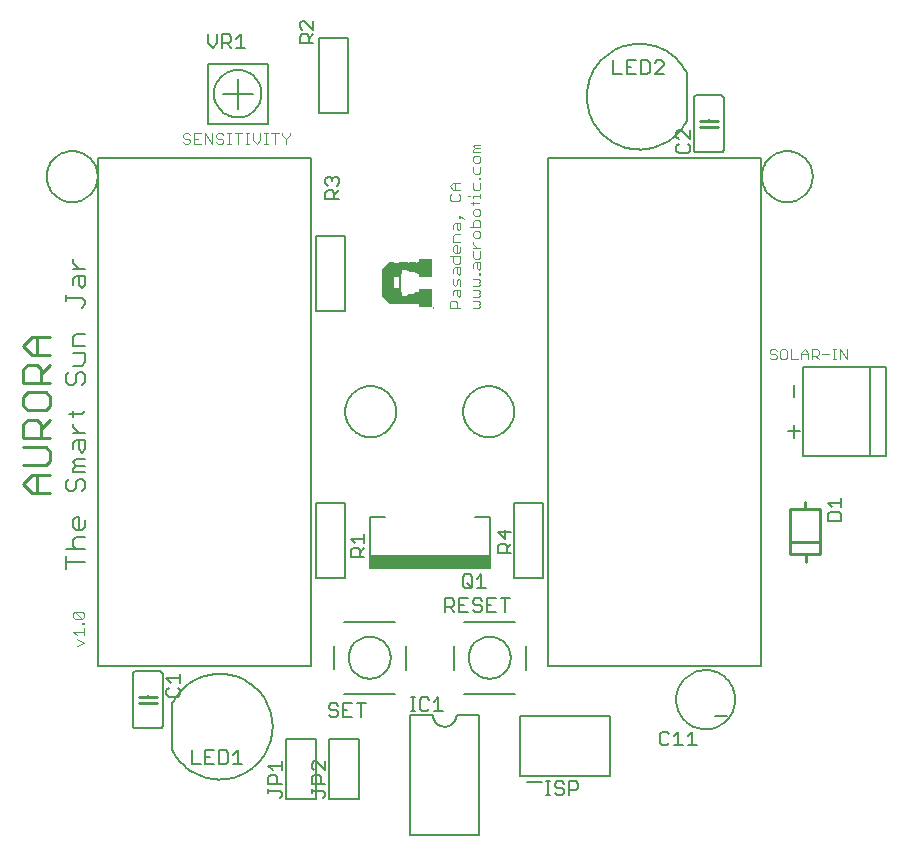
<source format=gto>
G75*
%MOIN*%
%OFA0B0*%
%FSLAX24Y24*%
%IPPOS*%
%LPD*%
%AMOC8*
5,1,8,0,0,1.08239X$1,22.5*
%
%ADD10C,0.0070*%
%ADD11C,0.0040*%
%ADD12C,0.0100*%
%ADD13C,0.0060*%
%ADD14C,0.0050*%
%ADD15C,0.0080*%
%ADD16C,0.0050*%
%ADD17R,0.0001X0.0539*%
%ADD18R,0.0001X0.0550*%
%ADD19R,0.0001X0.0556*%
%ADD20R,0.0001X0.0555*%
%ADD21R,0.0001X0.0561*%
%ADD22R,0.0001X0.0560*%
%ADD23R,0.0001X0.0564*%
%ADD24R,0.0001X0.0564*%
%ADD25R,0.0001X0.0568*%
%ADD26R,0.0001X0.0567*%
%ADD27R,0.0001X0.0570*%
%ADD28R,0.0001X0.0574*%
%ADD29R,0.0001X0.0576*%
%ADD30R,0.0001X0.0576*%
%ADD31R,0.0001X0.0578*%
%ADD32R,0.0001X0.0581*%
%ADD33R,0.0001X0.0580*%
%ADD34R,0.0001X0.0583*%
%ADD35R,0.0001X0.0582*%
%ADD36R,0.0001X0.0585*%
%ADD37R,0.0001X0.0586*%
%ADD38R,0.0001X0.0588*%
%ADD39R,0.0001X0.0590*%
%ADD40R,0.0001X0.0591*%
%ADD41R,0.0001X0.0593*%
%ADD42R,0.0001X0.0594*%
%ADD43R,0.0001X0.0596*%
%ADD44R,0.0001X0.0595*%
%ADD45R,0.0001X0.0597*%
%ADD46R,0.0001X0.0598*%
%ADD47R,0.0001X0.0598*%
%ADD48R,0.0001X0.0599*%
%ADD49R,0.0001X0.0601*%
%ADD50R,0.0001X0.0600*%
%ADD51R,0.0001X0.0601*%
%ADD52R,0.0001X0.0602*%
%ADD53R,0.0001X0.0602*%
%ADD54R,0.0001X0.0603*%
%ADD55R,0.0001X0.0604*%
%ADD56R,0.0001X0.0604*%
%ADD57R,0.0001X0.0605*%
%ADD58R,0.0001X0.0606*%
%ADD59R,0.0001X0.0606*%
%ADD60R,0.0001X0.0607*%
%ADD61R,0.0001X0.0607*%
%ADD62R,0.0001X0.0609*%
%ADD63R,0.0001X0.0608*%
%ADD64R,0.0001X0.0609*%
%ADD65R,0.0001X0.0610*%
%ADD66R,0.0001X0.0610*%
%ADD67R,0.0001X0.0610*%
%ADD68R,0.0001X0.0611*%
%ADD69R,0.0001X0.0611*%
%ADD70R,0.0001X0.0611*%
%ADD71R,0.0001X0.0612*%
%ADD72R,0.0001X0.0612*%
%ADD73R,0.0001X0.0613*%
%ADD74R,0.0001X0.0613*%
%ADD75R,0.0001X0.0611*%
%ADD76R,0.0001X0.0606*%
%ADD77R,0.0001X0.0610*%
%ADD78R,0.0001X0.0604*%
%ADD79R,0.0001X0.0603*%
%ADD80R,0.0001X0.0608*%
%ADD81R,0.0001X0.0602*%
%ADD82R,0.0001X0.0599*%
%ADD83R,0.0001X0.0606*%
%ADD84R,0.0001X0.0598*%
%ADD85R,0.0001X0.0604*%
%ADD86R,0.0001X0.0596*%
%ADD87R,0.0001X0.0594*%
%ADD88R,0.0001X0.0602*%
%ADD89R,0.0001X0.0594*%
%ADD90R,0.0001X0.0592*%
%ADD91R,0.0001X0.0600*%
%ADD92R,0.0001X0.0590*%
%ADD93R,0.0001X0.0589*%
%ADD94R,0.0001X0.0598*%
%ADD95R,0.0001X0.0587*%
%ADD96R,0.0001X0.0586*%
%ADD97R,0.0001X0.0595*%
%ADD98R,0.0001X0.0582*%
%ADD99R,0.0001X0.0579*%
%ADD100R,0.0001X0.0591*%
%ADD101R,0.0001X0.0577*%
%ADD102R,0.0001X0.0590*%
%ADD103R,0.0001X0.0574*%
%ADD104R,0.0001X0.0571*%
%ADD105R,0.0001X0.0569*%
%ADD106R,0.0001X0.0584*%
%ADD107R,0.0001X0.0566*%
%ADD108R,0.0001X0.0562*%
%ADD109R,0.0001X0.0581*%
%ADD110R,0.0001X0.0557*%
%ADD111R,0.0001X0.0552*%
%ADD112R,0.0001X0.0576*%
%ADD113R,0.0001X0.0544*%
%ADD114R,0.0001X0.0413*%
%ADD115R,0.0001X0.0570*%
%ADD116R,0.0001X0.0412*%
%ADD117R,0.0001X0.0412*%
%ADD118R,0.0001X0.0564*%
%ADD119R,0.0001X0.0555*%
%ADD120R,0.0001X0.0411*%
%ADD121R,0.0001X0.0411*%
%ADD122R,0.0001X0.0540*%
%ADD123R,0.0001X0.0383*%
%ADD124R,0.0001X0.0410*%
%ADD125R,0.0001X0.0410*%
%ADD126R,0.0001X0.0383*%
%ADD127R,0.0001X0.0382*%
%ADD128R,0.0001X0.0410*%
%ADD129R,0.0001X0.0409*%
%ADD130R,0.0001X0.0382*%
%ADD131R,0.0001X0.0409*%
%ADD132R,0.0001X0.0382*%
%ADD133R,0.0001X0.0408*%
%ADD134R,0.0001X0.0408*%
%ADD135R,0.0001X0.0381*%
%ADD136R,0.0001X0.0381*%
%ADD137R,0.0001X0.0407*%
%ADD138R,0.0001X0.0407*%
%ADD139R,0.0001X0.0380*%
%ADD140R,0.0001X0.0380*%
%ADD141R,0.0001X0.0406*%
%ADD142R,0.0001X0.0406*%
%ADD143R,0.0001X0.0379*%
%ADD144R,0.0001X0.0406*%
%ADD145R,0.0001X0.0406*%
%ADD146R,0.0001X0.0379*%
%ADD147R,0.0001X0.0405*%
%ADD148R,0.0001X0.0378*%
%ADD149R,0.0001X0.0404*%
%ADD150R,0.0001X0.0378*%
%ADD151R,0.0001X0.0404*%
%ADD152R,0.0001X0.0378*%
%ADD153R,0.0001X0.0403*%
%ADD154R,0.0001X0.0403*%
%ADD155R,0.0001X0.0377*%
%ADD156R,0.0001X0.0377*%
%ADD157R,0.0001X0.0402*%
%ADD158R,0.0001X0.0402*%
%ADD159R,0.0001X0.0376*%
%ADD160R,0.0001X0.0376*%
%ADD161R,0.0001X0.0402*%
%ADD162R,0.0001X0.0402*%
%ADD163R,0.0001X0.0375*%
%ADD164R,0.0001X0.0401*%
%ADD165R,0.0001X0.0375*%
%ADD166R,0.0001X0.0400*%
%ADD167R,0.0001X0.0400*%
%ADD168R,0.0001X0.0374*%
%ADD169R,0.0001X0.0399*%
%ADD170R,0.0001X0.0374*%
%ADD171R,0.0001X0.0399*%
%ADD172R,0.0001X0.0374*%
%ADD173R,0.0001X0.0398*%
%ADD174R,0.0001X0.0398*%
%ADD175R,0.0001X0.0374*%
%ADD176R,0.0001X0.0373*%
%ADD177R,0.0001X0.0398*%
%ADD178R,0.0001X0.0398*%
%ADD179R,0.0001X0.0372*%
%ADD180R,0.0001X0.0397*%
%ADD181R,0.0001X0.0372*%
%ADD182R,0.0001X0.0396*%
%ADD183R,0.0001X0.0371*%
%ADD184R,0.0001X0.0396*%
%ADD185R,0.0001X0.0371*%
%ADD186R,0.0001X0.0395*%
%ADD187R,0.0001X0.0370*%
%ADD188R,0.0001X0.0395*%
%ADD189R,0.0001X0.0370*%
%ADD190R,0.0001X0.0394*%
%ADD191R,0.0001X0.0394*%
%ADD192R,0.0001X0.0370*%
%ADD193R,0.0001X0.0394*%
%ADD194R,0.0001X0.0394*%
%ADD195R,0.0001X0.0370*%
%ADD196R,0.0001X0.0369*%
%ADD197R,0.0001X0.0393*%
%ADD198R,0.0001X0.0393*%
%ADD199R,0.0001X0.0369*%
%ADD200R,0.0001X0.0392*%
%ADD201R,0.0001X0.0368*%
%ADD202R,0.0001X0.0391*%
%ADD203R,0.0001X0.0367*%
%ADD204R,0.0001X0.0391*%
%ADD205R,0.0001X0.0367*%
%ADD206R,0.0001X0.0390*%
%ADD207R,0.0001X0.0390*%
%ADD208R,0.0001X0.0366*%
%ADD209R,0.0001X0.0366*%
%ADD210R,0.0001X0.0390*%
%ADD211R,0.0001X0.0390*%
%ADD212R,0.0001X0.0366*%
%ADD213R,0.0001X0.0366*%
%ADD214R,0.0001X0.0389*%
%ADD215R,0.0001X0.0389*%
%ADD216R,0.0001X0.0388*%
%ADD217R,0.0001X0.0365*%
%ADD218R,0.0001X0.0388*%
%ADD219R,0.0001X0.0365*%
%ADD220R,0.0001X0.0387*%
%ADD221R,0.0001X0.0364*%
%ADD222R,0.0001X0.0386*%
%ADD223R,0.0001X0.0364*%
%ADD224R,0.0001X0.0386*%
%ADD225R,0.0001X0.0363*%
%ADD226R,0.0001X0.0386*%
%ADD227R,0.0001X0.0386*%
%ADD228R,0.0001X0.0362*%
%ADD229R,0.0001X0.0362*%
%ADD230R,0.0001X0.0385*%
%ADD231R,0.0001X0.0385*%
%ADD232R,0.0001X0.0362*%
%ADD233R,0.0001X0.0384*%
%ADD234R,0.0001X0.0362*%
%ADD235R,0.0001X0.0384*%
%ADD236R,0.0001X0.0361*%
%ADD237R,0.0001X0.0361*%
%ADD238R,0.0001X0.0382*%
%ADD239R,0.0001X0.0360*%
%ADD240R,0.0001X0.0360*%
%ADD241R,0.0001X0.0359*%
%ADD242R,0.0001X0.0359*%
%ADD243R,0.0001X0.0358*%
%ADD244R,0.0001X0.0358*%
%ADD245R,0.0001X0.0379*%
%ADD246R,0.0001X0.0358*%
%ADD247R,0.0001X0.0357*%
%ADD248R,0.0001X0.0357*%
%ADD249R,0.0001X0.0378*%
%ADD250R,0.0001X0.0356*%
%ADD251R,0.0001X0.0356*%
%ADD252R,0.0001X0.0355*%
%ADD253R,0.0001X0.0376*%
%ADD254R,0.0001X0.0376*%
%ADD255R,0.0001X0.0355*%
%ADD256R,0.0001X0.0354*%
%ADD257R,0.0001X0.0354*%
%ADD258R,0.0001X0.0354*%
%ADD259R,0.0001X0.0353*%
%ADD260R,0.0001X0.0353*%
%ADD261R,0.0001X0.0373*%
%ADD262R,0.0001X0.0373*%
%ADD263R,0.0001X0.0352*%
%ADD264R,0.0001X0.0352*%
%ADD265R,0.0001X0.0351*%
%ADD266R,0.0001X0.0351*%
%ADD267R,0.0001X0.0350*%
%ADD268R,0.0001X0.0350*%
%ADD269R,0.0001X0.0370*%
%ADD270R,0.0001X0.0350*%
%ADD271R,0.0001X0.0350*%
%ADD272R,0.0001X0.0349*%
%ADD273R,0.0001X0.0368*%
%ADD274R,0.0001X0.0348*%
%ADD275R,0.0001X0.0348*%
%ADD276R,0.0001X0.0347*%
%ADD277R,0.0001X0.0347*%
%ADD278R,0.0001X0.0346*%
%ADD279R,0.0001X0.0346*%
%ADD280R,0.0001X0.0346*%
%ADD281R,0.0001X0.0346*%
%ADD282R,0.0001X0.0345*%
%ADD283R,0.0001X0.0363*%
%ADD284R,0.0001X0.0345*%
%ADD285R,0.0001X0.0344*%
%ADD286R,0.0001X0.0343*%
%ADD287R,0.0001X0.0343*%
%ADD288R,0.0001X0.0342*%
%ADD289R,0.0001X0.0342*%
%ADD290R,0.0001X0.0342*%
%ADD291R,0.0001X0.0342*%
%ADD292R,0.0001X0.0359*%
%ADD293R,0.0001X0.0359*%
%ADD294R,0.0001X0.0341*%
%ADD295R,0.0001X0.0358*%
%ADD296R,0.0001X0.0341*%
%ADD297R,0.0001X0.0340*%
%ADD298R,0.0001X0.0340*%
%ADD299R,0.0001X0.0339*%
%ADD300R,0.0001X0.0356*%
%ADD301R,0.0001X0.0338*%
%ADD302R,0.0001X0.0356*%
%ADD303R,0.0001X0.0338*%
%ADD304R,0.0001X0.0338*%
%ADD305R,0.0001X0.0338*%
%ADD306R,0.0001X0.0337*%
%ADD307R,0.0001X0.0337*%
%ADD308R,0.0001X0.0354*%
%ADD309R,0.0001X0.0353*%
%ADD310R,0.0001X0.0336*%
%ADD311R,0.0001X0.0353*%
%ADD312R,0.0001X0.0336*%
%ADD313R,0.0001X0.0335*%
%ADD314R,0.0001X0.0335*%
%ADD315R,0.0001X0.0334*%
%ADD316R,0.0001X0.0334*%
%ADD317R,0.0001X0.0334*%
%ADD318R,0.0001X0.0350*%
%ADD319R,0.0001X0.0350*%
%ADD320R,0.0001X0.0333*%
%ADD321R,0.0001X0.0333*%
%ADD322R,0.0001X0.0349*%
%ADD323R,0.0001X0.0332*%
%ADD324R,0.0001X0.0332*%
%ADD325R,0.0001X0.0331*%
%ADD326R,0.0001X0.0331*%
%ADD327R,0.0001X0.0330*%
%ADD328R,0.0001X0.0330*%
%ADD329R,0.0001X0.0330*%
%ADD330R,0.0001X0.0329*%
%ADD331R,0.0001X0.0329*%
%ADD332R,0.0001X0.0328*%
%ADD333R,0.0001X0.0328*%
%ADD334R,0.0001X0.0327*%
%ADD335R,0.0001X0.0327*%
%ADD336R,0.0001X0.0326*%
%ADD337R,0.0001X0.0326*%
%ADD338R,0.0001X0.0326*%
%ADD339R,0.0001X0.0326*%
%ADD340R,0.0001X0.0339*%
%ADD341R,0.0001X0.0325*%
%ADD342R,0.0001X0.0324*%
%ADD343R,0.0001X0.0324*%
%ADD344R,0.0001X0.0323*%
%ADD345R,0.0001X0.0323*%
%ADD346R,0.0001X0.0322*%
%ADD347R,0.0001X0.0322*%
%ADD348R,0.0001X0.0336*%
%ADD349R,0.0001X0.0336*%
%ADD350R,0.0001X0.0322*%
%ADD351R,0.0001X0.0334*%
%ADD352R,0.0001X0.0322*%
%ADD353R,0.0001X0.0321*%
%ADD354R,0.0001X0.0321*%
%ADD355R,0.0001X0.0320*%
%ADD356R,0.0001X0.0333*%
%ADD357R,0.0001X0.0333*%
%ADD358R,0.0001X0.0319*%
%ADD359R,0.0001X0.0319*%
%ADD360R,0.0001X0.0318*%
%ADD361R,0.0001X0.0318*%
%ADD362R,0.0001X0.0318*%
%ADD363R,0.0001X0.0318*%
%ADD364R,0.0001X0.0330*%
%ADD365R,0.0001X0.0330*%
%ADD366R,0.0001X0.0317*%
%ADD367R,0.0001X0.0317*%
%ADD368R,0.0001X0.0316*%
%ADD369R,0.0001X0.0316*%
%ADD370R,0.0001X0.0315*%
%ADD371R,0.0001X0.0314*%
%ADD372R,0.0001X0.0314*%
%ADD373R,0.0001X0.0314*%
%ADD374R,0.0001X0.0314*%
%ADD375R,0.0001X0.0325*%
%ADD376R,0.0001X0.0313*%
%ADD377R,0.0001X0.0313*%
%ADD378R,0.0001X0.0312*%
%ADD379R,0.0001X0.0312*%
%ADD380R,0.0001X0.0311*%
%ADD381R,0.0001X0.0311*%
%ADD382R,0.0001X0.0310*%
%ADD383R,0.0001X0.0310*%
%ADD384R,0.0001X0.0310*%
%ADD385R,0.0001X0.0320*%
%ADD386R,0.0001X0.0309*%
%ADD387R,0.0001X0.0309*%
%ADD388R,0.0001X0.0319*%
%ADD389R,0.0001X0.0319*%
%ADD390R,0.0001X0.0308*%
%ADD391R,0.0001X0.0308*%
%ADD392R,0.0001X0.0307*%
%ADD393R,0.0001X0.0307*%
%ADD394R,0.0001X0.0306*%
%ADD395R,0.0001X0.0316*%
%ADD396R,0.0001X0.0306*%
%ADD397R,0.0001X0.0316*%
%ADD398R,0.0001X0.0306*%
%ADD399R,0.0001X0.0315*%
%ADD400R,0.0001X0.0305*%
%ADD401R,0.0001X0.0305*%
%ADD402R,0.0001X0.0304*%
%ADD403R,0.0001X0.0304*%
%ADD404R,0.0001X0.0313*%
%ADD405R,0.0001X0.0303*%
%ADD406R,0.0001X0.0313*%
%ADD407R,0.0001X0.0303*%
%ADD408R,0.0001X0.0302*%
%ADD409R,0.0001X0.0302*%
%ADD410R,0.0001X0.0302*%
%ADD411R,0.0001X0.0310*%
%ADD412R,0.0001X0.0302*%
%ADD413R,0.0001X0.0301*%
%ADD414R,0.0001X0.0310*%
%ADD415R,0.0001X0.0300*%
%ADD416R,0.0001X0.0300*%
%ADD417R,0.0001X0.0299*%
%ADD418R,0.0001X0.0299*%
%ADD419R,0.0001X0.0298*%
%ADD420R,0.0001X0.0298*%
%ADD421R,0.0001X0.0298*%
%ADD422R,0.0001X0.0306*%
%ADD423R,0.0001X0.0298*%
%ADD424R,0.0001X0.0297*%
%ADD425R,0.0001X0.0297*%
%ADD426R,0.0001X0.0296*%
%ADD427R,0.0001X0.0295*%
%ADD428R,0.0001X0.0295*%
%ADD429R,0.0001X0.0294*%
%ADD430R,0.0001X0.0294*%
%ADD431R,0.0001X0.0294*%
%ADD432R,0.0001X0.0294*%
%ADD433R,0.0001X0.0301*%
%ADD434R,0.0001X0.0293*%
%ADD435R,0.0001X0.0299*%
%ADD436R,0.0001X0.0293*%
%ADD437R,0.0001X0.0299*%
%ADD438R,0.0001X0.0292*%
%ADD439R,0.0001X0.0292*%
%ADD440R,0.0001X0.0291*%
%ADD441R,0.0001X0.0290*%
%ADD442R,0.0001X0.0290*%
%ADD443R,0.0001X0.0290*%
%ADD444R,0.0001X0.0296*%
%ADD445R,0.0001X0.0290*%
%ADD446R,0.0001X0.0289*%
%ADD447R,0.0001X0.0289*%
%ADD448R,0.0001X0.0288*%
%ADD449R,0.0001X0.0288*%
%ADD450R,0.0001X0.0287*%
%ADD451R,0.0001X0.0293*%
%ADD452R,0.0001X0.0293*%
%ADD453R,0.0001X0.0287*%
%ADD454R,0.0001X0.0286*%
%ADD455R,0.0001X0.0291*%
%ADD456R,0.0001X0.0286*%
%ADD457R,0.0001X0.0286*%
%ADD458R,0.0001X0.0285*%
%ADD459R,0.0001X0.0285*%
%ADD460R,0.0001X0.0290*%
%ADD461R,0.0001X0.0290*%
%ADD462R,0.0001X0.0284*%
%ADD463R,0.0001X0.0284*%
%ADD464R,0.0001X0.0283*%
%ADD465R,0.0001X0.0283*%
%ADD466R,0.0001X0.0282*%
%ADD467R,0.0001X0.0286*%
%ADD468R,0.0001X0.0282*%
%ADD469R,0.0001X0.0282*%
%ADD470R,0.0001X0.0281*%
%ADD471R,0.0001X0.0281*%
%ADD472R,0.0001X0.0280*%
%ADD473R,0.0001X0.0280*%
%ADD474R,0.0001X0.0279*%
%ADD475R,0.0001X0.0279*%
%ADD476R,0.0001X0.0278*%
%ADD477R,0.0001X0.0282*%
%ADD478R,0.0001X0.0278*%
%ADD479R,0.0001X0.0278*%
%ADD480R,0.0001X0.0278*%
%ADD481R,0.0001X0.0277*%
%ADD482R,0.0001X0.0276*%
%ADD483R,0.0001X0.0279*%
%ADD484R,0.0001X0.0276*%
%ADD485R,0.0001X0.0275*%
%ADD486R,0.0001X0.0275*%
%ADD487R,0.0001X0.0274*%
%ADD488R,0.0001X0.0274*%
%ADD489R,0.0001X0.0277*%
%ADD490R,0.0001X0.0274*%
%ADD491R,0.0001X0.0276*%
%ADD492R,0.0001X0.0276*%
%ADD493R,0.0001X0.0274*%
%ADD494R,0.0001X0.0273*%
%ADD495R,0.0001X0.0273*%
%ADD496R,0.0001X0.0272*%
%ADD497R,0.0001X0.0271*%
%ADD498R,0.0001X0.0271*%
%ADD499R,0.0001X0.0273*%
%ADD500R,0.0001X0.0273*%
%ADD501R,0.0001X0.0270*%
%ADD502R,0.0001X0.0270*%
%ADD503R,0.0001X0.0272*%
%ADD504R,0.0001X0.0270*%
%ADD505R,0.0001X0.0270*%
%ADD506R,0.0001X0.0269*%
%ADD507R,0.0001X0.0269*%
%ADD508R,0.0001X0.0270*%
%ADD509R,0.0001X0.0268*%
%ADD510R,0.0001X0.0268*%
%ADD511R,0.0001X0.0267*%
%ADD512R,0.0001X0.0266*%
%ADD513R,0.0001X0.0266*%
%ADD514R,0.0001X0.0267*%
%ADD515R,0.0001X0.0266*%
%ADD516R,0.0001X0.0266*%
%ADD517R,0.0001X0.0265*%
%ADD518R,0.0001X0.0265*%
%ADD519R,0.0001X0.0264*%
%ADD520R,0.0001X0.0264*%
%ADD521R,0.0001X0.0263*%
%ADD522R,0.0001X0.0263*%
%ADD523R,0.0001X0.0262*%
%ADD524R,0.0001X0.0262*%
%ADD525R,0.0001X0.0262*%
%ADD526R,0.0001X0.0262*%
%ADD527R,0.0001X0.0261*%
%ADD528R,0.0001X0.0261*%
%ADD529R,0.0001X0.0260*%
%ADD530R,0.0001X0.0260*%
%ADD531R,0.0001X0.0259*%
%ADD532R,0.0001X0.0259*%
%ADD533R,0.0001X0.0259*%
%ADD534R,0.0001X0.0258*%
%ADD535R,0.0001X0.0258*%
%ADD536R,0.0001X0.0259*%
%ADD537R,0.0001X0.0258*%
%ADD538R,0.0001X0.0258*%
%ADD539R,0.0001X0.0257*%
%ADD540R,0.0001X0.0256*%
%ADD541R,0.0001X0.0257*%
%ADD542R,0.0001X0.0256*%
%ADD543R,0.0001X0.0255*%
%ADD544R,0.0001X0.0255*%
%ADD545R,0.0001X0.0256*%
%ADD546R,0.0001X0.0256*%
%ADD547R,0.0001X0.0254*%
%ADD548R,0.0001X0.0254*%
%ADD549R,0.0001X0.0254*%
%ADD550R,0.0001X0.0254*%
%ADD551R,0.0001X0.0253*%
%ADD552R,0.0001X0.0253*%
%ADD553R,0.0001X0.0252*%
%ADD554R,0.0001X0.0251*%
%ADD555R,0.0001X0.0251*%
%ADD556R,0.0001X0.0253*%
%ADD557R,0.0001X0.0250*%
%ADD558R,0.0001X0.0250*%
%ADD559R,0.0001X0.0252*%
%ADD560R,0.0001X0.0250*%
%ADD561R,0.0001X0.0250*%
%ADD562R,0.0001X0.0249*%
%ADD563R,0.0001X0.0249*%
%ADD564R,0.0001X0.0248*%
%ADD565R,0.0001X0.0247*%
%ADD566R,0.0001X0.0247*%
%ADD567R,0.0001X0.0250*%
%ADD568R,0.0001X0.0246*%
%ADD569R,0.0001X0.0246*%
%ADD570R,0.0001X0.0250*%
%ADD571R,0.0001X0.0246*%
%ADD572R,0.0001X0.0246*%
%ADD573R,0.0001X0.0245*%
%ADD574R,0.0001X0.0245*%
%ADD575R,0.0001X0.0244*%
%ADD576R,0.0001X0.0243*%
%ADD577R,0.0001X0.0243*%
%ADD578R,0.0001X0.0242*%
%ADD579R,0.0001X0.0242*%
%ADD580R,0.0001X0.0242*%
%ADD581R,0.0001X0.0242*%
%ADD582R,0.0001X0.0241*%
%ADD583R,0.0001X0.0241*%
%ADD584R,0.0001X0.0240*%
%ADD585R,0.0001X0.0240*%
%ADD586R,0.0001X0.0244*%
%ADD587R,0.0001X0.0239*%
%ADD588R,0.0001X0.0238*%
%ADD589R,0.0001X0.0238*%
%ADD590R,0.0001X0.0238*%
%ADD591R,0.0001X0.0238*%
%ADD592R,0.0001X0.0237*%
%ADD593R,0.0001X0.0237*%
%ADD594R,0.0001X0.0415*%
%ADD595R,0.0001X0.0415*%
%ADD596R,0.0001X0.1389*%
%ADD597R,0.0001X0.1389*%
%ADD598R,0.0001X0.0514*%
%ADD599R,0.0001X0.0489*%
%ADD600R,0.0001X0.0514*%
%ADD601R,0.0001X0.0489*%
%ADD602R,0.0001X0.1388*%
%ADD603R,0.0001X0.1388*%
%ADD604R,0.0001X0.1387*%
%ADD605R,0.0001X0.1387*%
%ADD606R,0.0001X0.1386*%
%ADD607R,0.0001X0.1386*%
%ADD608R,0.0001X0.1386*%
%ADD609R,0.0001X0.1385*%
%ADD610R,0.0001X0.1384*%
%ADD611R,0.0001X0.1384*%
%ADD612R,0.0001X0.1383*%
%ADD613R,0.0001X0.1383*%
%ADD614R,0.0001X0.1382*%
%ADD615R,0.0001X0.1382*%
%ADD616R,0.0001X0.1382*%
%ADD617R,0.0001X0.1381*%
%ADD618R,0.0001X0.1381*%
%ADD619R,0.0001X0.1380*%
%ADD620R,0.0001X0.1379*%
%ADD621R,0.0001X0.1379*%
%ADD622R,0.0001X0.1378*%
%ADD623R,0.0001X0.1378*%
%ADD624R,0.0001X0.1378*%
%ADD625R,0.0001X0.1376*%
%ADD626R,0.0001X0.1376*%
%ADD627R,0.0001X0.1374*%
%ADD628R,0.0001X0.1374*%
%ADD629R,0.0001X0.1373*%
%ADD630R,0.0001X0.1373*%
%ADD631R,0.0001X0.1371*%
%ADD632R,0.0001X0.1371*%
%ADD633R,0.0001X0.1370*%
%ADD634R,0.0001X0.1370*%
%ADD635R,0.0001X0.1369*%
%ADD636R,0.0001X0.1368*%
%ADD637R,0.0001X0.1368*%
%ADD638R,0.0001X0.1367*%
%ADD639R,0.0001X0.1366*%
%ADD640R,0.0001X0.1366*%
%ADD641R,0.0001X0.1365*%
%ADD642R,0.0001X0.1364*%
%ADD643R,0.0001X0.1363*%
%ADD644R,0.0001X0.1363*%
%ADD645R,0.0001X0.1362*%
%ADD646R,0.0001X0.1362*%
%ADD647R,0.0001X0.1362*%
%ADD648R,0.0001X0.1361*%
%ADD649R,0.0001X0.1360*%
%ADD650R,0.0001X0.1359*%
%ADD651R,0.0001X0.1358*%
%ADD652R,0.0001X0.1358*%
%ADD653R,0.0001X0.1358*%
%ADD654R,0.0001X0.1357*%
%ADD655R,0.0001X0.1357*%
%ADD656R,0.0001X0.1356*%
%ADD657R,0.0001X0.1355*%
%ADD658R,0.0001X0.1354*%
%ADD659R,0.0001X0.1354*%
%ADD660R,0.0001X0.1354*%
%ADD661R,0.0001X0.1353*%
%ADD662R,0.0001X0.1352*%
%ADD663R,0.0001X0.1351*%
%ADD664R,0.0001X0.1350*%
%ADD665R,0.0001X0.1348*%
%ADD666R,0.0001X0.1346*%
%ADD667R,0.0001X0.1344*%
%ADD668R,0.0001X0.1342*%
%ADD669R,0.0001X0.1341*%
%ADD670R,0.0001X0.1339*%
%ADD671R,0.0001X0.1338*%
%ADD672R,0.0001X0.1336*%
%ADD673R,0.0001X0.1334*%
%ADD674R,0.0001X0.1333*%
%ADD675R,0.0001X0.1331*%
%ADD676R,0.0001X0.1330*%
%ADD677R,0.0001X0.1328*%
%ADD678R,0.0001X0.1326*%
%ADD679R,0.0001X0.1325*%
%ADD680R,0.0001X0.1323*%
%ADD681R,0.0001X0.1322*%
%ADD682R,0.0001X0.1320*%
%ADD683R,0.0001X0.1318*%
%ADD684R,0.0001X0.1317*%
%ADD685R,0.0001X0.1315*%
%ADD686R,0.0001X0.1314*%
%ADD687R,0.0001X0.1312*%
%ADD688R,0.0001X0.1310*%
%ADD689R,0.0001X0.1309*%
%ADD690R,0.0001X0.1307*%
%ADD691R,0.0001X0.1306*%
%ADD692R,0.0001X0.1304*%
%ADD693R,0.0001X0.1302*%
%ADD694R,0.0001X0.1301*%
%ADD695R,0.0001X0.1299*%
%ADD696R,0.0001X0.1298*%
%ADD697R,0.0001X0.1296*%
%ADD698R,0.0001X0.1294*%
%ADD699R,0.0001X0.1292*%
%ADD700R,0.0001X0.1290*%
%ADD701R,0.0001X0.1289*%
%ADD702R,0.0001X0.1287*%
%ADD703R,0.0001X0.1286*%
%ADD704R,0.0001X0.1284*%
%ADD705R,0.0001X0.1282*%
%ADD706R,0.0001X0.1281*%
%ADD707R,0.0001X0.1279*%
%ADD708R,0.0001X0.1278*%
%ADD709R,0.0001X0.1276*%
%ADD710R,0.0001X0.1274*%
%ADD711R,0.0001X0.1273*%
%ADD712R,0.0001X0.1271*%
%ADD713R,0.0001X0.1270*%
%ADD714R,0.0001X0.1268*%
%ADD715R,0.0001X0.1266*%
%ADD716R,0.0001X0.1264*%
%ADD717R,0.0001X0.1262*%
%ADD718R,0.0001X0.1261*%
%ADD719R,0.0001X0.1259*%
%ADD720R,0.0001X0.1258*%
%ADD721R,0.0001X0.1256*%
%ADD722R,0.0001X0.1254*%
%ADD723R,0.0001X0.1253*%
%ADD724R,0.0001X0.1251*%
%ADD725R,0.0001X0.1250*%
%ADD726R,0.0001X0.1248*%
%ADD727R,0.0001X0.1246*%
%ADD728R,0.0001X0.1245*%
%ADD729R,0.0001X0.1243*%
%ADD730R,0.0001X0.1242*%
%ADD731R,0.0001X0.1240*%
%ADD732R,0.0001X0.1238*%
%ADD733R,0.0001X0.1237*%
%ADD734R,0.0001X0.1235*%
%ADD735R,0.0001X0.1234*%
%ADD736R,0.0001X0.1232*%
%ADD737R,0.0001X0.1230*%
%ADD738R,0.0001X0.1229*%
%ADD739R,0.0001X0.1227*%
%ADD740R,0.0001X0.1226*%
%ADD741R,0.0001X0.1224*%
%ADD742R,0.0001X0.1222*%
%ADD743R,0.0001X0.1221*%
%ADD744R,0.0001X0.1219*%
%ADD745R,0.0001X0.1218*%
%ADD746R,0.0001X0.1216*%
%ADD747R,0.0001X0.1214*%
%ADD748R,0.0001X0.1212*%
%ADD749R,0.0001X0.1210*%
%ADD750R,0.0001X0.1209*%
%ADD751R,0.0001X0.1207*%
%ADD752R,0.0001X0.1206*%
%ADD753R,0.0001X0.1204*%
%ADD754R,0.0001X0.1202*%
%ADD755R,0.0001X0.1201*%
%ADD756R,0.0001X0.1199*%
%ADD757R,0.0001X0.1198*%
%ADD758R,0.0001X0.1196*%
%ADD759R,0.0001X0.1194*%
%ADD760R,0.0001X0.1193*%
%ADD761R,0.0001X0.1191*%
%ADD762R,0.0001X0.1190*%
%ADD763R,0.0001X0.1188*%
%ADD764R,0.0001X0.1186*%
%ADD765R,0.0001X0.1184*%
%ADD766R,0.0001X0.1182*%
%ADD767R,0.0001X0.1181*%
%ADD768R,0.0001X0.1179*%
%ADD769R,0.0001X0.1178*%
%ADD770R,0.0001X0.1176*%
%ADD771R,0.0001X0.1174*%
%ADD772R,0.0001X0.1173*%
%ADD773R,0.0001X0.1171*%
%ADD774R,0.0001X0.1170*%
%ADD775R,0.0001X0.1168*%
%ADD776R,0.0001X0.1166*%
%ADD777R,0.0001X0.1165*%
%ADD778R,0.0001X0.1163*%
%ADD779R,0.0001X0.1162*%
%ADD780R,0.0001X0.1160*%
%ADD781R,0.0001X0.1158*%
%ADD782R,0.0001X0.1157*%
%ADD783R,0.0001X0.1155*%
%ADD784R,0.0001X0.1154*%
%ADD785R,0.0001X0.1152*%
%ADD786R,0.0001X0.1150*%
%ADD787R,0.0001X0.1149*%
%ADD788R,0.0001X0.1147*%
%ADD789R,0.0001X0.1146*%
%ADD790R,0.0001X0.1144*%
%ADD791R,0.0001X0.1142*%
%ADD792R,0.0001X0.1141*%
%ADD793R,0.0001X0.1139*%
%ADD794R,0.0001X0.1138*%
%ADD795R,0.0001X0.1136*%
%ADD796R,0.0001X0.1134*%
%ADD797R,0.0001X0.1132*%
%ADD798R,0.0001X0.1130*%
%ADD799R,0.0001X0.1129*%
%ADD800R,0.0001X0.1127*%
%ADD801R,0.0001X0.1126*%
%ADD802R,0.0001X0.1124*%
%ADD803R,0.0001X0.1122*%
%ADD804R,0.0001X0.1121*%
%ADD805R,0.0001X0.1119*%
%ADD806R,0.0001X0.1118*%
%ADD807R,0.0001X0.1116*%
%ADD808R,0.0001X0.1114*%
%ADD809R,0.0001X0.1113*%
%ADD810R,0.0001X0.1111*%
%ADD811R,0.0001X0.1110*%
%ADD812R,0.0001X0.1107*%
%ADD813R,0.0001X0.1106*%
%ADD814R,0.0001X0.1104*%
%ADD815R,0.0001X0.1102*%
%ADD816R,0.0001X0.1101*%
%ADD817R,0.0001X0.1099*%
%ADD818R,0.0001X0.1098*%
%ADD819R,0.0001X0.1096*%
%ADD820R,0.0001X0.1094*%
%ADD821R,0.0001X0.1093*%
%ADD822R,0.0001X0.1091*%
%ADD823R,0.0001X0.1090*%
%ADD824R,0.0001X0.1088*%
%ADD825R,0.0001X0.1086*%
%ADD826R,0.0001X0.1085*%
%ADD827R,0.0001X0.1083*%
%ADD828R,0.0001X0.1082*%
%ADD829R,0.0001X0.1080*%
%ADD830R,0.0001X0.1078*%
%ADD831R,0.0001X0.1077*%
%ADD832R,0.0001X0.1075*%
%ADD833R,0.0001X0.1074*%
%ADD834R,0.0001X0.1072*%
%ADD835R,0.0001X0.1070*%
%ADD836R,0.0001X0.1069*%
%ADD837R,0.0001X0.1067*%
%ADD838R,0.0001X0.1066*%
%ADD839R,0.0001X0.1064*%
%ADD840R,0.0001X0.1062*%
%ADD841R,0.0001X0.1061*%
%ADD842R,0.0001X0.1059*%
%ADD843R,0.0001X0.1058*%
%ADD844R,0.0001X0.1056*%
%ADD845R,0.0001X0.1054*%
%ADD846R,0.0001X0.1052*%
%ADD847R,0.0001X0.1050*%
%ADD848R,0.0001X0.1049*%
%ADD849R,0.0001X0.1047*%
%ADD850R,0.0001X0.1046*%
%ADD851R,0.0001X0.1044*%
%ADD852R,0.0001X0.1042*%
%ADD853R,0.0001X0.1041*%
%ADD854R,0.0001X0.1039*%
%ADD855R,0.0001X0.1038*%
%ADD856R,0.0001X0.1036*%
%ADD857R,0.0001X0.1034*%
%ADD858R,0.0001X0.1033*%
%ADD859R,0.0001X0.1031*%
%ADD860R,0.0001X0.1030*%
%ADD861R,0.0001X0.1027*%
%ADD862R,0.0001X0.1026*%
%ADD863R,0.0001X0.1024*%
%ADD864R,0.0001X0.1022*%
%ADD865R,0.0001X0.1021*%
%ADD866R,0.0001X0.1019*%
%ADD867R,0.0001X0.1018*%
%ADD868R,0.0001X0.1016*%
%ADD869R,0.0001X0.1014*%
%ADD870R,0.0001X0.1013*%
%ADD871R,0.0001X0.1011*%
%ADD872R,0.0001X0.1010*%
%ADD873R,0.0001X0.1008*%
%ADD874R,0.0001X0.1006*%
%ADD875R,0.0001X0.1005*%
%ADD876R,0.0001X0.1003*%
%ADD877R,0.0001X0.1002*%
%ADD878R,0.0001X0.1000*%
%ADD879R,0.0001X0.0998*%
%ADD880R,0.0001X0.0997*%
%ADD881R,0.0001X0.0995*%
%ADD882R,0.0001X0.0994*%
%ADD883R,0.0001X0.0992*%
%ADD884R,0.0001X0.0990*%
%ADD885R,0.0001X0.0989*%
%ADD886R,0.0001X0.0987*%
%ADD887R,0.0001X0.0986*%
%ADD888R,0.0001X0.0984*%
%ADD889R,0.0001X0.0982*%
%ADD890R,0.0001X0.0981*%
%ADD891R,0.0001X0.0979*%
%ADD892R,0.0001X0.0978*%
%ADD893R,0.0001X0.0976*%
%ADD894R,0.0001X0.0974*%
%ADD895R,0.0001X0.0972*%
%ADD896R,0.0001X0.0970*%
%ADD897R,0.0001X0.0969*%
%ADD898R,0.0001X0.0967*%
%ADD899R,0.0001X0.0966*%
%ADD900R,0.0001X0.0964*%
%ADD901R,0.0001X0.0962*%
%ADD902R,0.0001X0.0961*%
%ADD903R,0.0001X0.0959*%
%ADD904R,0.0001X0.0958*%
%ADD905R,0.0001X0.0956*%
%ADD906R,0.0001X0.0954*%
%ADD907R,0.0001X0.0953*%
%ADD908R,0.0001X0.0951*%
%ADD909R,0.0001X0.0950*%
%ADD910R,0.0001X0.0947*%
%ADD911R,0.0001X0.0946*%
%ADD912R,0.0001X0.0944*%
%ADD913R,0.0001X0.0942*%
%ADD914R,0.0001X0.0941*%
%ADD915R,0.0001X0.0939*%
%ADD916R,0.0001X0.0938*%
%ADD917R,0.0001X0.0936*%
%ADD918R,0.0001X0.0934*%
%ADD919R,0.0001X0.0933*%
%ADD920R,0.0001X0.0931*%
%ADD921R,0.0001X0.0930*%
%ADD922R,0.0001X0.0928*%
%ADD923R,0.0001X0.0926*%
%ADD924R,0.0001X0.0925*%
%ADD925R,0.0001X0.0923*%
%ADD926R,0.0001X0.0922*%
%ADD927R,0.0001X0.0920*%
%ADD928R,0.0001X0.0918*%
%ADD929R,0.0001X0.0917*%
%ADD930R,0.0001X0.0914*%
%ADD931R,0.0001X0.0909*%
%ADD932R,0.0001X0.0905*%
%ADD933R,0.0001X0.0901*%
%ADD934R,0.0001X0.0896*%
%ADD935R,0.0001X0.0891*%
%ADD936R,0.0001X0.0886*%
%ADD937R,0.0001X0.0882*%
%ADD938R,0.0001X0.0876*%
%ADD939R,0.0001X0.0871*%
%ADD940R,0.0001X0.0866*%
%ADD941R,0.0001X0.0860*%
%ADD942R,0.0001X0.0854*%
%ADD943R,0.0001X0.0848*%
%ADD944R,0.0001X0.0842*%
%ADD945R,0.0001X0.0835*%
%ADD946R,0.0001X0.0829*%
%ADD947R,0.0001X0.0821*%
%ADD948R,0.0001X0.0813*%
%ADD949R,0.0001X0.0804*%
%ADD950R,0.0001X0.0794*%
%ADD951R,0.0001X0.0782*%
%ADD952R,0.0001X0.0763*%
%ADD953C,0.0000*%
%ADD954R,0.4000X0.0400*%
D10*
X002631Y009518D02*
X002631Y009938D01*
X002631Y009728D02*
X003262Y009728D01*
X003262Y010163D02*
X002631Y010163D01*
X002842Y010268D02*
X002842Y010478D01*
X002947Y010583D01*
X003262Y010583D01*
X003157Y010807D02*
X002947Y010807D01*
X002842Y010912D01*
X002842Y011122D01*
X002947Y011228D01*
X003052Y011228D01*
X003052Y010807D01*
X003157Y010807D02*
X003262Y010912D01*
X003262Y011122D01*
X002842Y010268D02*
X002947Y010163D01*
X002842Y012096D02*
X002947Y012201D01*
X002947Y012412D01*
X003052Y012517D01*
X003157Y012517D01*
X003262Y012412D01*
X003262Y012201D01*
X003157Y012096D01*
X002842Y012096D02*
X002736Y012096D01*
X002631Y012201D01*
X002631Y012412D01*
X002736Y012517D01*
X002842Y012741D02*
X002842Y012846D01*
X002947Y012951D01*
X002842Y013056D01*
X002947Y013161D01*
X003262Y013161D01*
X003262Y012951D02*
X002947Y012951D01*
X002842Y012741D02*
X003262Y012741D01*
X003157Y013385D02*
X003052Y013490D01*
X003052Y013806D01*
X002947Y013806D02*
X003262Y013806D01*
X003262Y013490D01*
X003157Y013385D01*
X002842Y013490D02*
X002842Y013701D01*
X002947Y013806D01*
X003052Y014030D02*
X002842Y014240D01*
X002842Y014345D01*
X002842Y014567D02*
X002842Y014777D01*
X002736Y014672D02*
X003157Y014672D01*
X003262Y014777D01*
X003262Y014030D02*
X002842Y014030D01*
X002842Y015641D02*
X002947Y015746D01*
X002947Y015957D01*
X003052Y016062D01*
X003157Y016062D01*
X003262Y015957D01*
X003262Y015746D01*
X003157Y015641D01*
X002842Y015641D02*
X002736Y015641D01*
X002631Y015746D01*
X002631Y015957D01*
X002736Y016062D01*
X002842Y016286D02*
X003157Y016286D01*
X003262Y016391D01*
X003262Y016706D01*
X002842Y016706D01*
X002842Y016930D02*
X002842Y017246D01*
X002947Y017351D01*
X003262Y017351D01*
X003262Y016930D02*
X002842Y016930D01*
X003157Y018220D02*
X003262Y018325D01*
X003262Y018430D01*
X003157Y018535D01*
X002631Y018535D01*
X002631Y018430D02*
X002631Y018640D01*
X002842Y018969D02*
X002842Y019179D01*
X002947Y019284D01*
X003262Y019284D01*
X003262Y018969D01*
X003157Y018864D01*
X003052Y018969D01*
X003052Y019284D01*
X003052Y019509D02*
X002842Y019719D01*
X002842Y019824D01*
X002842Y019509D02*
X003262Y019509D01*
X026686Y014092D02*
X027107Y014092D01*
X026897Y013882D02*
X026897Y014302D01*
X026897Y015232D02*
X026897Y015652D01*
D11*
X026784Y016490D02*
X027011Y016490D01*
X027134Y016490D02*
X027134Y016717D01*
X027247Y016830D01*
X027361Y016717D01*
X027361Y016490D01*
X027484Y016490D02*
X027484Y016830D01*
X027654Y016830D01*
X027711Y016774D01*
X027711Y016660D01*
X027654Y016604D01*
X027484Y016604D01*
X027597Y016604D02*
X027711Y016490D01*
X027834Y016660D02*
X028061Y016660D01*
X028184Y016490D02*
X028297Y016490D01*
X028240Y016490D02*
X028240Y016830D01*
X028184Y016830D02*
X028297Y016830D01*
X028417Y016830D02*
X028644Y016490D01*
X028644Y016830D01*
X028417Y016830D02*
X028417Y016490D01*
X027361Y016660D02*
X027134Y016660D01*
X026784Y016830D02*
X026784Y016490D01*
X026661Y016547D02*
X026604Y016490D01*
X026491Y016490D01*
X026434Y016547D01*
X026434Y016774D01*
X026491Y016830D01*
X026604Y016830D01*
X026661Y016774D01*
X026661Y016547D01*
X026311Y016547D02*
X026255Y016490D01*
X026141Y016490D01*
X026084Y016547D01*
X026141Y016660D02*
X026255Y016660D01*
X026311Y016604D01*
X026311Y016547D01*
X026141Y016660D02*
X026084Y016717D01*
X026084Y016774D01*
X026141Y016830D01*
X026255Y016830D01*
X026311Y016774D01*
X016440Y018255D02*
X016380Y018315D01*
X016440Y018375D01*
X016380Y018435D01*
X016200Y018435D01*
X016200Y018563D02*
X016380Y018563D01*
X016440Y018623D01*
X016380Y018683D01*
X016440Y018743D01*
X016380Y018803D01*
X016200Y018803D01*
X016200Y018931D02*
X016380Y018931D01*
X016440Y018991D01*
X016380Y019051D01*
X016440Y019111D01*
X016380Y019171D01*
X016200Y019171D01*
X016380Y019300D02*
X016380Y019360D01*
X016440Y019360D01*
X016440Y019300D01*
X016380Y019300D01*
X016380Y019484D02*
X016320Y019544D01*
X016320Y019724D01*
X016260Y019724D02*
X016440Y019724D01*
X016440Y019544D01*
X016380Y019484D01*
X016200Y019544D02*
X016200Y019664D01*
X016260Y019724D01*
X016260Y019852D02*
X016200Y019912D01*
X016200Y020092D01*
X016200Y020220D02*
X016440Y020220D01*
X016320Y020220D02*
X016200Y020340D01*
X016200Y020401D01*
X016260Y020527D02*
X016200Y020587D01*
X016200Y020707D01*
X016260Y020768D01*
X016380Y020768D01*
X016440Y020707D01*
X016440Y020587D01*
X016380Y020527D01*
X016260Y020527D01*
X016200Y020896D02*
X016200Y021076D01*
X016260Y021136D01*
X016380Y021136D01*
X016440Y021076D01*
X016440Y020896D01*
X016079Y020896D01*
X015770Y020847D02*
X015770Y021028D01*
X015590Y021028D01*
X015530Y020968D01*
X015530Y020847D01*
X015650Y020847D02*
X015650Y021028D01*
X015650Y020847D02*
X015710Y020787D01*
X015770Y020847D01*
X015770Y020659D02*
X015590Y020659D01*
X015530Y020599D01*
X015530Y020419D01*
X015770Y020419D01*
X015650Y020291D02*
X015650Y020051D01*
X015710Y020051D02*
X015590Y020051D01*
X015530Y020111D01*
X015530Y020231D01*
X015590Y020291D01*
X015650Y020291D01*
X015770Y020231D02*
X015770Y020111D01*
X015710Y020051D01*
X015770Y019923D02*
X015770Y019743D01*
X015710Y019682D01*
X015590Y019682D01*
X015530Y019743D01*
X015530Y019923D01*
X015409Y019923D02*
X015770Y019923D01*
X015770Y019554D02*
X015590Y019554D01*
X015530Y019494D01*
X015530Y019374D01*
X015650Y019374D02*
X015650Y019554D01*
X015770Y019554D02*
X015770Y019374D01*
X015710Y019314D01*
X015650Y019374D01*
X015710Y019186D02*
X015650Y019126D01*
X015650Y019006D01*
X015590Y018946D01*
X015530Y019006D01*
X015530Y019186D01*
X015710Y019186D02*
X015770Y019126D01*
X015770Y018946D01*
X015770Y018818D02*
X015590Y018818D01*
X015530Y018758D01*
X015530Y018638D01*
X015650Y018638D02*
X015650Y018818D01*
X015770Y018818D02*
X015770Y018638D01*
X015710Y018578D01*
X015650Y018638D01*
X015590Y018449D02*
X015650Y018389D01*
X015650Y018209D01*
X015770Y018209D02*
X015409Y018209D01*
X015409Y018389D01*
X015470Y018449D01*
X015590Y018449D01*
X016200Y018195D02*
X016380Y018195D01*
X016440Y018255D01*
X016380Y019852D02*
X016440Y019912D01*
X016440Y020092D01*
X016380Y019852D02*
X016260Y019852D01*
X015890Y021156D02*
X015770Y021276D01*
X015770Y021216D01*
X015710Y021216D01*
X015710Y021276D01*
X015770Y021276D01*
X016200Y021324D02*
X016260Y021264D01*
X016380Y021264D01*
X016440Y021324D01*
X016440Y021444D01*
X016380Y021504D01*
X016260Y021504D01*
X016200Y021444D01*
X016200Y021324D01*
X016200Y021632D02*
X016200Y021752D01*
X016140Y021692D02*
X016380Y021692D01*
X016440Y021752D01*
X016440Y021878D02*
X016440Y021998D01*
X016440Y021938D02*
X016200Y021938D01*
X016200Y021878D01*
X016079Y021938D02*
X016019Y021938D01*
X015770Y021950D02*
X015710Y022010D01*
X015770Y021950D02*
X015770Y021830D01*
X015710Y021770D01*
X015470Y021770D01*
X015409Y021830D01*
X015409Y021950D01*
X015470Y022010D01*
X015530Y022138D02*
X015409Y022258D01*
X015530Y022378D01*
X015770Y022378D01*
X015590Y022378D02*
X015590Y022138D01*
X015530Y022138D02*
X015770Y022138D01*
X016200Y022183D02*
X016260Y022123D01*
X016380Y022123D01*
X016440Y022183D01*
X016440Y022364D01*
X016440Y022492D02*
X016440Y022552D01*
X016380Y022552D01*
X016380Y022492D01*
X016440Y022492D01*
X016380Y022676D02*
X016440Y022736D01*
X016440Y022916D01*
X016380Y023044D02*
X016440Y023104D01*
X016440Y023224D01*
X016380Y023284D01*
X016260Y023284D01*
X016200Y023224D01*
X016200Y023104D01*
X016260Y023044D01*
X016380Y023044D01*
X016200Y022916D02*
X016200Y022736D01*
X016260Y022676D01*
X016380Y022676D01*
X016200Y022364D02*
X016200Y022183D01*
X016200Y023412D02*
X016200Y023473D01*
X016260Y023533D01*
X016200Y023593D01*
X016260Y023653D01*
X016440Y023653D01*
X016440Y023533D02*
X016260Y023533D01*
X016200Y023412D02*
X016440Y023412D01*
X010080Y023967D02*
X009960Y023847D01*
X009960Y023667D01*
X009960Y023847D02*
X009840Y023967D01*
X009840Y024027D01*
X009712Y024027D02*
X009472Y024027D01*
X009592Y024027D02*
X009592Y023667D01*
X009346Y023667D02*
X009226Y023667D01*
X009286Y023667D02*
X009286Y024027D01*
X009226Y024027D02*
X009346Y024027D01*
X009098Y024027D02*
X009098Y023787D01*
X008978Y023667D01*
X008858Y023787D01*
X008858Y024027D01*
X008733Y024027D02*
X008612Y024027D01*
X008673Y024027D02*
X008673Y023667D01*
X008733Y023667D02*
X008612Y023667D01*
X008364Y023667D02*
X008364Y024027D01*
X008244Y024027D02*
X008484Y024027D01*
X008119Y024027D02*
X007999Y024027D01*
X008059Y024027D02*
X008059Y023667D01*
X007999Y023667D02*
X008119Y023667D01*
X007871Y023727D02*
X007810Y023667D01*
X007690Y023667D01*
X007630Y023727D01*
X007690Y023847D02*
X007810Y023847D01*
X007871Y023787D01*
X007871Y023727D01*
X007690Y023847D02*
X007630Y023907D01*
X007630Y023967D01*
X007690Y024027D01*
X007810Y024027D01*
X007871Y023967D01*
X007502Y024027D02*
X007502Y023667D01*
X007262Y024027D01*
X007262Y023667D01*
X007134Y023667D02*
X006894Y023667D01*
X006894Y024027D01*
X007134Y024027D01*
X007014Y023847D02*
X006894Y023847D01*
X006766Y023787D02*
X006766Y023727D01*
X006706Y023667D01*
X006585Y023667D01*
X006525Y023727D01*
X006585Y023847D02*
X006706Y023847D01*
X006766Y023787D01*
X006766Y023967D02*
X006706Y024027D01*
X006585Y024027D01*
X006525Y023967D01*
X006525Y023907D01*
X006585Y023847D01*
X010080Y023967D02*
X010080Y024027D01*
X003167Y008083D02*
X002927Y008083D01*
X003167Y007843D01*
X003227Y007903D01*
X003227Y008023D01*
X003167Y008083D01*
X003167Y007843D02*
X002927Y007843D01*
X002867Y007903D01*
X002867Y008023D01*
X002927Y008083D01*
X003167Y007719D02*
X003227Y007719D01*
X003227Y007659D01*
X003167Y007659D01*
X003167Y007719D01*
X003227Y007531D02*
X003227Y007291D01*
X003227Y007411D02*
X002867Y007411D01*
X002987Y007291D01*
X002987Y007163D02*
X003227Y007042D01*
X002987Y006922D01*
D12*
X005047Y005247D02*
X005347Y005247D01*
X005647Y005247D01*
X005647Y005047D02*
X005347Y005047D01*
X005047Y005047D01*
X002097Y012035D02*
X001496Y012035D01*
X001196Y012335D01*
X001496Y012635D01*
X002097Y012635D01*
X001947Y012955D02*
X002097Y013105D01*
X002097Y013406D01*
X001947Y013556D01*
X001196Y013556D01*
X001196Y013876D02*
X001196Y014327D01*
X001346Y014477D01*
X001647Y014477D01*
X001797Y014327D01*
X001797Y013876D01*
X002097Y013876D02*
X001196Y013876D01*
X001797Y014176D02*
X002097Y014477D01*
X001947Y014797D02*
X002097Y014947D01*
X002097Y015247D01*
X001947Y015397D01*
X001346Y015397D01*
X001196Y015247D01*
X001196Y014947D01*
X001346Y014797D01*
X001947Y014797D01*
X002097Y015718D02*
X001196Y015718D01*
X001196Y016168D01*
X001346Y016318D01*
X001647Y016318D01*
X001797Y016168D01*
X001797Y015718D01*
X001797Y016018D02*
X002097Y016318D01*
X002097Y016638D02*
X001496Y016638D01*
X001196Y016939D01*
X001496Y017239D01*
X002097Y017239D01*
X001647Y017239D02*
X001647Y016638D01*
X001947Y012955D02*
X001196Y012955D01*
X001647Y012635D02*
X001647Y012035D01*
X023747Y024247D02*
X024047Y024247D01*
X024347Y024247D01*
X024347Y024447D02*
X024047Y024447D01*
X023747Y024447D01*
X027247Y011747D02*
X027247Y011497D01*
X026747Y011497D01*
X026747Y010397D01*
X027747Y010397D01*
X027747Y011497D01*
X027247Y011497D01*
X027747Y010397D02*
X027747Y009997D01*
X027297Y009997D01*
X027297Y009747D01*
X027297Y009997D02*
X026747Y009997D01*
X026747Y010397D01*
D13*
X016397Y004647D02*
X016397Y000647D01*
X014097Y000647D01*
X014097Y004647D01*
X014847Y004647D01*
X014849Y004608D01*
X014855Y004569D01*
X014864Y004531D01*
X014877Y004494D01*
X014894Y004458D01*
X014914Y004425D01*
X014938Y004393D01*
X014964Y004364D01*
X014993Y004338D01*
X015025Y004314D01*
X015058Y004294D01*
X015094Y004277D01*
X015131Y004264D01*
X015169Y004255D01*
X015208Y004249D01*
X015247Y004247D01*
X015286Y004249D01*
X015325Y004255D01*
X015363Y004264D01*
X015400Y004277D01*
X015436Y004294D01*
X015469Y004314D01*
X015501Y004338D01*
X015530Y004364D01*
X015556Y004393D01*
X015580Y004425D01*
X015600Y004458D01*
X015617Y004494D01*
X015630Y004531D01*
X015639Y004569D01*
X015645Y004608D01*
X015647Y004647D01*
X016397Y004647D01*
X005347Y004997D02*
X005347Y005047D01*
X005347Y005247D02*
X005347Y005297D01*
X024047Y024197D02*
X024047Y024247D01*
X024047Y024447D02*
X024047Y024497D01*
D14*
X023422Y024133D02*
X023422Y023832D01*
X023122Y024133D01*
X023047Y024133D01*
X022972Y024058D01*
X022972Y023907D01*
X023047Y023832D01*
X023047Y023672D02*
X022972Y023597D01*
X022972Y023447D01*
X023047Y023372D01*
X023347Y023372D01*
X023422Y023447D01*
X023422Y023597D01*
X023347Y023672D01*
X023322Y024460D02*
X023322Y026034D01*
X022543Y026003D02*
X022243Y026003D01*
X022543Y026304D01*
X022543Y026379D01*
X022468Y026454D01*
X022318Y026454D01*
X022243Y026379D01*
X022082Y026379D02*
X022007Y026454D01*
X021782Y026454D01*
X021782Y026003D01*
X022007Y026003D01*
X022082Y026078D01*
X022082Y026379D01*
X021622Y026454D02*
X021322Y026454D01*
X021322Y026003D01*
X021622Y026003D01*
X021472Y026229D02*
X021322Y026229D01*
X021162Y026003D02*
X020861Y026003D01*
X020861Y026454D01*
X018704Y023211D02*
X025790Y023211D01*
X025790Y006282D01*
X018704Y006282D01*
X018704Y023211D01*
X011722Y022508D02*
X011722Y022357D01*
X011647Y022282D01*
X011722Y022122D02*
X011572Y021972D01*
X011572Y022047D02*
X011572Y021822D01*
X011722Y021822D02*
X011272Y021822D01*
X011272Y022047D01*
X011347Y022122D01*
X011497Y022122D01*
X011572Y022047D01*
X011347Y022282D02*
X011272Y022357D01*
X011272Y022508D01*
X011347Y022583D01*
X011422Y022583D01*
X011497Y022508D01*
X011572Y022583D01*
X011647Y022583D01*
X011722Y022508D01*
X011497Y022508D02*
X011497Y022432D01*
X010790Y023211D02*
X003704Y023211D01*
X003704Y006282D01*
X010790Y006282D01*
X010790Y023211D01*
X009347Y024347D02*
X009347Y026347D01*
X007347Y026347D01*
X007347Y024347D01*
X009347Y024347D01*
X008847Y025347D02*
X008347Y025347D01*
X007556Y025347D02*
X007558Y025403D01*
X007564Y025458D01*
X007574Y025513D01*
X007587Y025567D01*
X007605Y025620D01*
X007626Y025672D01*
X007651Y025722D01*
X007679Y025770D01*
X007710Y025816D01*
X007745Y025860D01*
X007783Y025901D01*
X007823Y025940D01*
X007866Y025975D01*
X007912Y026008D01*
X007960Y026037D01*
X008009Y026062D01*
X008060Y026084D01*
X008113Y026103D01*
X008167Y026117D01*
X008222Y026128D01*
X008277Y026135D01*
X008333Y026138D01*
X008389Y026137D01*
X008444Y026132D01*
X008500Y026123D01*
X008554Y026110D01*
X008607Y026094D01*
X008659Y026074D01*
X008710Y026050D01*
X008759Y026023D01*
X008805Y025992D01*
X008849Y025958D01*
X008891Y025921D01*
X008930Y025881D01*
X008967Y025839D01*
X009000Y025794D01*
X009030Y025747D01*
X009056Y025697D01*
X009079Y025646D01*
X009098Y025594D01*
X009114Y025540D01*
X009126Y025486D01*
X009134Y025431D01*
X009138Y025375D01*
X009138Y025319D01*
X009134Y025263D01*
X009126Y025208D01*
X009114Y025154D01*
X009098Y025100D01*
X009079Y025048D01*
X009056Y024997D01*
X009030Y024947D01*
X009000Y024900D01*
X008967Y024855D01*
X008930Y024813D01*
X008891Y024773D01*
X008849Y024736D01*
X008805Y024702D01*
X008759Y024671D01*
X008710Y024644D01*
X008659Y024620D01*
X008607Y024600D01*
X008554Y024584D01*
X008500Y024571D01*
X008444Y024562D01*
X008389Y024557D01*
X008333Y024556D01*
X008277Y024559D01*
X008222Y024566D01*
X008167Y024577D01*
X008113Y024591D01*
X008060Y024610D01*
X008009Y024632D01*
X007960Y024657D01*
X007912Y024686D01*
X007866Y024719D01*
X007823Y024754D01*
X007783Y024793D01*
X007745Y024834D01*
X007710Y024878D01*
X007679Y024924D01*
X007651Y024972D01*
X007626Y025022D01*
X007605Y025074D01*
X007587Y025127D01*
X007574Y025181D01*
X007564Y025236D01*
X007558Y025291D01*
X007556Y025347D01*
X007847Y025347D02*
X008347Y025347D01*
X008347Y025847D01*
X008347Y025347D02*
X008347Y024847D01*
X008293Y026872D02*
X008593Y026872D01*
X008443Y026872D02*
X008443Y027322D01*
X008293Y027172D01*
X008133Y027247D02*
X008133Y027097D01*
X008058Y027022D01*
X007832Y027022D01*
X007832Y026872D02*
X007832Y027322D01*
X008058Y027322D01*
X008133Y027247D01*
X007982Y027022D02*
X008133Y026872D01*
X007672Y027022D02*
X007672Y027322D01*
X007672Y027022D02*
X007522Y026872D01*
X007372Y027022D01*
X007372Y027322D01*
X010422Y027247D02*
X010422Y027022D01*
X010872Y027022D01*
X010722Y027022D02*
X010722Y027247D01*
X010647Y027322D01*
X010497Y027322D01*
X010422Y027247D01*
X010497Y027482D02*
X010422Y027557D01*
X010422Y027708D01*
X010497Y027783D01*
X010572Y027783D01*
X010872Y027482D01*
X010872Y027783D01*
X010872Y027322D02*
X010722Y027172D01*
X001980Y022584D02*
X001982Y022642D01*
X001988Y022700D01*
X001998Y022757D01*
X002012Y022813D01*
X002029Y022869D01*
X002050Y022923D01*
X002075Y022975D01*
X002104Y023026D01*
X002136Y023074D01*
X002171Y023120D01*
X002209Y023164D01*
X002250Y023205D01*
X002294Y023243D01*
X002340Y023278D01*
X002388Y023310D01*
X002439Y023339D01*
X002491Y023364D01*
X002545Y023385D01*
X002601Y023402D01*
X002657Y023416D01*
X002714Y023426D01*
X002772Y023432D01*
X002830Y023434D01*
X002888Y023432D01*
X002946Y023426D01*
X003003Y023416D01*
X003059Y023402D01*
X003115Y023385D01*
X003169Y023364D01*
X003221Y023339D01*
X003272Y023310D01*
X003320Y023278D01*
X003366Y023243D01*
X003410Y023205D01*
X003451Y023164D01*
X003489Y023120D01*
X003524Y023074D01*
X003556Y023026D01*
X003585Y022975D01*
X003610Y022923D01*
X003631Y022869D01*
X003648Y022813D01*
X003662Y022757D01*
X003672Y022700D01*
X003678Y022642D01*
X003680Y022584D01*
X003678Y022526D01*
X003672Y022468D01*
X003662Y022411D01*
X003648Y022355D01*
X003631Y022299D01*
X003610Y022245D01*
X003585Y022193D01*
X003556Y022142D01*
X003524Y022094D01*
X003489Y022048D01*
X003451Y022004D01*
X003410Y021963D01*
X003366Y021925D01*
X003320Y021890D01*
X003272Y021858D01*
X003221Y021829D01*
X003169Y021804D01*
X003115Y021783D01*
X003059Y021766D01*
X003003Y021752D01*
X002946Y021742D01*
X002888Y021736D01*
X002830Y021734D01*
X002772Y021736D01*
X002714Y021742D01*
X002657Y021752D01*
X002601Y021766D01*
X002545Y021783D01*
X002491Y021804D01*
X002439Y021829D01*
X002388Y021858D01*
X002340Y021890D01*
X002294Y021925D01*
X002250Y021963D01*
X002209Y022004D01*
X002171Y022048D01*
X002136Y022094D01*
X002104Y022142D01*
X002075Y022193D01*
X002050Y022245D01*
X002029Y022299D01*
X002012Y022355D01*
X001998Y022411D01*
X001988Y022468D01*
X001982Y022526D01*
X001980Y022584D01*
X011928Y014747D02*
X011930Y014805D01*
X011936Y014863D01*
X011946Y014920D01*
X011960Y014976D01*
X011977Y015032D01*
X011998Y015086D01*
X012023Y015138D01*
X012052Y015189D01*
X012084Y015237D01*
X012119Y015283D01*
X012157Y015327D01*
X012198Y015368D01*
X012242Y015406D01*
X012288Y015441D01*
X012336Y015473D01*
X012387Y015502D01*
X012439Y015527D01*
X012493Y015548D01*
X012549Y015565D01*
X012605Y015579D01*
X012662Y015589D01*
X012720Y015595D01*
X012778Y015597D01*
X012836Y015595D01*
X012894Y015589D01*
X012951Y015579D01*
X013007Y015565D01*
X013063Y015548D01*
X013117Y015527D01*
X013169Y015502D01*
X013220Y015473D01*
X013268Y015441D01*
X013314Y015406D01*
X013358Y015368D01*
X013399Y015327D01*
X013437Y015283D01*
X013472Y015237D01*
X013504Y015189D01*
X013533Y015138D01*
X013558Y015086D01*
X013579Y015032D01*
X013596Y014976D01*
X013610Y014920D01*
X013620Y014863D01*
X013626Y014805D01*
X013628Y014747D01*
X013626Y014689D01*
X013620Y014631D01*
X013610Y014574D01*
X013596Y014518D01*
X013579Y014462D01*
X013558Y014408D01*
X013533Y014356D01*
X013504Y014305D01*
X013472Y014257D01*
X013437Y014211D01*
X013399Y014167D01*
X013358Y014126D01*
X013314Y014088D01*
X013268Y014053D01*
X013220Y014021D01*
X013169Y013992D01*
X013117Y013967D01*
X013063Y013946D01*
X013007Y013929D01*
X012951Y013915D01*
X012894Y013905D01*
X012836Y013899D01*
X012778Y013897D01*
X012720Y013899D01*
X012662Y013905D01*
X012605Y013915D01*
X012549Y013929D01*
X012493Y013946D01*
X012439Y013967D01*
X012387Y013992D01*
X012336Y014021D01*
X012288Y014053D01*
X012242Y014088D01*
X012198Y014126D01*
X012157Y014167D01*
X012119Y014211D01*
X012084Y014257D01*
X012052Y014305D01*
X012023Y014356D01*
X011998Y014408D01*
X011977Y014462D01*
X011960Y014518D01*
X011946Y014574D01*
X011936Y014631D01*
X011930Y014689D01*
X011928Y014747D01*
X012572Y010662D02*
X012572Y010362D01*
X012572Y010512D02*
X012122Y010512D01*
X012272Y010362D01*
X012197Y010201D02*
X012347Y010201D01*
X012422Y010126D01*
X012422Y009901D01*
X012572Y009901D02*
X012122Y009901D01*
X012122Y010126D01*
X012197Y010201D01*
X012422Y010051D02*
X012572Y010201D01*
X015272Y008522D02*
X015272Y008072D01*
X015272Y008222D02*
X015497Y008222D01*
X015572Y008297D01*
X015572Y008447D01*
X015497Y008522D01*
X015272Y008522D01*
X015422Y008222D02*
X015572Y008072D01*
X015732Y008072D02*
X015732Y008522D01*
X016033Y008522D01*
X016193Y008447D02*
X016193Y008372D01*
X016268Y008297D01*
X016418Y008297D01*
X016493Y008222D01*
X016493Y008147D01*
X016418Y008072D01*
X016268Y008072D01*
X016193Y008147D01*
X016033Y008072D02*
X015732Y008072D01*
X015732Y008297D02*
X015882Y008297D01*
X016193Y008447D02*
X016268Y008522D01*
X016418Y008522D01*
X016493Y008447D01*
X016653Y008522D02*
X016653Y008072D01*
X016953Y008072D01*
X016803Y008297D02*
X016653Y008297D01*
X016653Y008522D02*
X016953Y008522D01*
X017113Y008522D02*
X017414Y008522D01*
X017264Y008522D02*
X017264Y008072D01*
X016612Y008872D02*
X016312Y008872D01*
X016462Y008872D02*
X016462Y009322D01*
X016312Y009172D01*
X016151Y009247D02*
X016151Y008947D01*
X016076Y008872D01*
X015926Y008872D01*
X015851Y008947D01*
X015851Y009247D01*
X015926Y009322D01*
X016076Y009322D01*
X016151Y009247D01*
X016001Y009022D02*
X016151Y008872D01*
X017022Y010051D02*
X017022Y010276D01*
X017097Y010351D01*
X017247Y010351D01*
X017322Y010276D01*
X017322Y010051D01*
X017472Y010051D02*
X017022Y010051D01*
X017322Y010201D02*
X017472Y010351D01*
X017247Y010512D02*
X017247Y010812D01*
X017472Y010737D02*
X017022Y010737D01*
X017247Y010512D01*
X015865Y014747D02*
X015867Y014805D01*
X015873Y014863D01*
X015883Y014920D01*
X015897Y014976D01*
X015914Y015032D01*
X015935Y015086D01*
X015960Y015138D01*
X015989Y015189D01*
X016021Y015237D01*
X016056Y015283D01*
X016094Y015327D01*
X016135Y015368D01*
X016179Y015406D01*
X016225Y015441D01*
X016273Y015473D01*
X016324Y015502D01*
X016376Y015527D01*
X016430Y015548D01*
X016486Y015565D01*
X016542Y015579D01*
X016599Y015589D01*
X016657Y015595D01*
X016715Y015597D01*
X016773Y015595D01*
X016831Y015589D01*
X016888Y015579D01*
X016944Y015565D01*
X017000Y015548D01*
X017054Y015527D01*
X017106Y015502D01*
X017157Y015473D01*
X017205Y015441D01*
X017251Y015406D01*
X017295Y015368D01*
X017336Y015327D01*
X017374Y015283D01*
X017409Y015237D01*
X017441Y015189D01*
X017470Y015138D01*
X017495Y015086D01*
X017516Y015032D01*
X017533Y014976D01*
X017547Y014920D01*
X017557Y014863D01*
X017563Y014805D01*
X017565Y014747D01*
X017563Y014689D01*
X017557Y014631D01*
X017547Y014574D01*
X017533Y014518D01*
X017516Y014462D01*
X017495Y014408D01*
X017470Y014356D01*
X017441Y014305D01*
X017409Y014257D01*
X017374Y014211D01*
X017336Y014167D01*
X017295Y014126D01*
X017251Y014088D01*
X017205Y014053D01*
X017157Y014021D01*
X017106Y013992D01*
X017054Y013967D01*
X017000Y013946D01*
X016944Y013929D01*
X016888Y013915D01*
X016831Y013905D01*
X016773Y013899D01*
X016715Y013897D01*
X016657Y013899D01*
X016599Y013905D01*
X016542Y013915D01*
X016486Y013929D01*
X016430Y013946D01*
X016376Y013967D01*
X016324Y013992D01*
X016273Y014021D01*
X016225Y014053D01*
X016179Y014088D01*
X016135Y014126D01*
X016094Y014167D01*
X016056Y014211D01*
X016021Y014257D01*
X015989Y014305D01*
X015960Y014356D01*
X015935Y014408D01*
X015914Y014462D01*
X015897Y014518D01*
X015883Y014574D01*
X015873Y014631D01*
X015867Y014689D01*
X015865Y014747D01*
X006422Y006012D02*
X006422Y005712D01*
X006422Y005862D02*
X005972Y005862D01*
X006122Y005712D01*
X006047Y005551D02*
X005972Y005476D01*
X005972Y005326D01*
X006047Y005251D01*
X006347Y005251D01*
X006422Y005326D01*
X006422Y005476D01*
X006347Y005551D01*
X006172Y005034D02*
X006172Y003460D01*
X006811Y003454D02*
X006811Y003003D01*
X007112Y003003D01*
X007272Y003003D02*
X007272Y003454D01*
X007572Y003454D01*
X007732Y003454D02*
X007957Y003454D01*
X008032Y003379D01*
X008032Y003078D01*
X007957Y003003D01*
X007732Y003003D01*
X007732Y003454D01*
X007422Y003229D02*
X007272Y003229D01*
X007272Y003003D02*
X007572Y003003D01*
X008193Y003003D02*
X008493Y003003D01*
X008343Y003003D02*
X008343Y003454D01*
X008193Y003304D01*
X009372Y002943D02*
X009822Y002943D01*
X009822Y002793D02*
X009822Y003093D01*
X009522Y002793D02*
X009372Y002943D01*
X009447Y002633D02*
X009597Y002633D01*
X009672Y002558D01*
X009672Y002332D01*
X009822Y002332D02*
X009372Y002332D01*
X009372Y002558D01*
X009447Y002633D01*
X009372Y002172D02*
X009372Y002022D01*
X009372Y002097D02*
X009747Y002097D01*
X009822Y002022D01*
X009822Y001947D01*
X009747Y001872D01*
X010822Y002022D02*
X010822Y002172D01*
X010822Y002097D02*
X011197Y002097D01*
X011272Y002022D01*
X011272Y001947D01*
X011197Y001872D01*
X011272Y002332D02*
X010822Y002332D01*
X010822Y002558D01*
X010897Y002633D01*
X011047Y002633D01*
X011122Y002558D01*
X011122Y002332D01*
X011272Y002793D02*
X010972Y003093D01*
X010897Y003093D01*
X010822Y003018D01*
X010822Y002868D01*
X010897Y002793D01*
X011272Y002793D02*
X011272Y003093D01*
X011466Y004572D02*
X011391Y004647D01*
X011466Y004572D02*
X011616Y004572D01*
X011691Y004647D01*
X011691Y004722D01*
X011616Y004797D01*
X011466Y004797D01*
X011391Y004872D01*
X011391Y004947D01*
X011466Y005022D01*
X011616Y005022D01*
X011691Y004947D01*
X011851Y005022D02*
X011851Y004572D01*
X012151Y004572D01*
X012001Y004797D02*
X011851Y004797D01*
X011851Y005022D02*
X012151Y005022D01*
X012312Y005022D02*
X012612Y005022D01*
X012462Y005022D02*
X012462Y004572D01*
X014122Y004772D02*
X014272Y004772D01*
X014197Y004772D02*
X014197Y005222D01*
X014122Y005222D02*
X014272Y005222D01*
X014429Y005147D02*
X014429Y004847D01*
X014504Y004772D01*
X014654Y004772D01*
X014729Y004847D01*
X014889Y004772D02*
X015190Y004772D01*
X015039Y004772D02*
X015039Y005222D01*
X014889Y005072D01*
X014729Y005147D02*
X014654Y005222D01*
X014504Y005222D01*
X014429Y005147D01*
X018622Y002422D02*
X018772Y002422D01*
X018697Y002422D02*
X018697Y001972D01*
X018622Y001972D02*
X018772Y001972D01*
X018929Y002047D02*
X019004Y001972D01*
X019154Y001972D01*
X019229Y002047D01*
X019229Y002122D01*
X019154Y002197D01*
X019004Y002197D01*
X018929Y002272D01*
X018929Y002347D01*
X019004Y002422D01*
X019154Y002422D01*
X019229Y002347D01*
X019389Y002422D02*
X019389Y001972D01*
X019389Y002122D02*
X019614Y002122D01*
X019690Y002197D01*
X019690Y002347D01*
X019614Y002422D01*
X019389Y002422D01*
X022422Y003697D02*
X022497Y003622D01*
X022647Y003622D01*
X022722Y003697D01*
X022882Y003622D02*
X023183Y003622D01*
X023032Y003622D02*
X023032Y004072D01*
X022882Y003922D01*
X022722Y003997D02*
X022647Y004072D01*
X022497Y004072D01*
X022422Y003997D01*
X022422Y003697D01*
X023343Y003622D02*
X023643Y003622D01*
X023493Y003622D02*
X023493Y004072D01*
X023343Y003922D01*
X028022Y011101D02*
X028022Y011326D01*
X028097Y011401D01*
X028397Y011401D01*
X028472Y011326D01*
X028472Y011101D01*
X028022Y011101D01*
X028172Y011562D02*
X028022Y011712D01*
X028472Y011712D01*
X028472Y011562D02*
X028472Y011862D01*
X025814Y022584D02*
X025816Y022642D01*
X025822Y022700D01*
X025832Y022757D01*
X025846Y022813D01*
X025863Y022869D01*
X025884Y022923D01*
X025909Y022975D01*
X025938Y023026D01*
X025970Y023074D01*
X026005Y023120D01*
X026043Y023164D01*
X026084Y023205D01*
X026128Y023243D01*
X026174Y023278D01*
X026222Y023310D01*
X026273Y023339D01*
X026325Y023364D01*
X026379Y023385D01*
X026435Y023402D01*
X026491Y023416D01*
X026548Y023426D01*
X026606Y023432D01*
X026664Y023434D01*
X026722Y023432D01*
X026780Y023426D01*
X026837Y023416D01*
X026893Y023402D01*
X026949Y023385D01*
X027003Y023364D01*
X027055Y023339D01*
X027106Y023310D01*
X027154Y023278D01*
X027200Y023243D01*
X027244Y023205D01*
X027285Y023164D01*
X027323Y023120D01*
X027358Y023074D01*
X027390Y023026D01*
X027419Y022975D01*
X027444Y022923D01*
X027465Y022869D01*
X027482Y022813D01*
X027496Y022757D01*
X027506Y022700D01*
X027512Y022642D01*
X027514Y022584D01*
X027512Y022526D01*
X027506Y022468D01*
X027496Y022411D01*
X027482Y022355D01*
X027465Y022299D01*
X027444Y022245D01*
X027419Y022193D01*
X027390Y022142D01*
X027358Y022094D01*
X027323Y022048D01*
X027285Y022004D01*
X027244Y021963D01*
X027200Y021925D01*
X027154Y021890D01*
X027106Y021858D01*
X027055Y021829D01*
X027003Y021804D01*
X026949Y021783D01*
X026893Y021766D01*
X026837Y021752D01*
X026780Y021742D01*
X026722Y021736D01*
X026664Y021734D01*
X026606Y021736D01*
X026548Y021742D01*
X026491Y021752D01*
X026435Y021766D01*
X026379Y021783D01*
X026325Y021804D01*
X026273Y021829D01*
X026222Y021858D01*
X026174Y021890D01*
X026128Y021925D01*
X026084Y021963D01*
X026043Y022004D01*
X026005Y022048D01*
X025970Y022094D01*
X025938Y022142D01*
X025909Y022193D01*
X025884Y022245D01*
X025863Y022299D01*
X025846Y022355D01*
X025832Y022411D01*
X025822Y022468D01*
X025816Y022526D01*
X025814Y022584D01*
D15*
X004847Y005997D02*
X004847Y004297D01*
X004849Y004280D01*
X004853Y004263D01*
X004860Y004247D01*
X004870Y004233D01*
X004883Y004220D01*
X004897Y004210D01*
X004913Y004203D01*
X004930Y004199D01*
X004947Y004197D01*
X005747Y004197D01*
X005764Y004199D01*
X005781Y004203D01*
X005797Y004210D01*
X005811Y004220D01*
X005824Y004233D01*
X005834Y004247D01*
X005841Y004263D01*
X005845Y004280D01*
X005847Y004297D01*
X005847Y005997D01*
X005845Y006014D01*
X005841Y006031D01*
X005834Y006047D01*
X005824Y006061D01*
X005811Y006074D01*
X005797Y006084D01*
X005781Y006091D01*
X005764Y006095D01*
X005747Y006097D01*
X004947Y006097D01*
X004930Y006095D01*
X004913Y006091D01*
X004897Y006084D01*
X004883Y006074D01*
X004870Y006061D01*
X004860Y006047D01*
X004853Y006031D01*
X004849Y006014D01*
X004847Y005997D01*
X009947Y003847D02*
X009947Y001847D01*
X010947Y001847D01*
X010947Y003847D01*
X009947Y003847D01*
X011397Y003847D02*
X012397Y003847D01*
X012397Y001847D01*
X011397Y001847D01*
X011397Y003847D01*
X011897Y005347D02*
X013597Y005347D01*
X013947Y006142D02*
X013947Y006947D01*
X013597Y007747D02*
X011897Y007747D01*
X011547Y006947D02*
X011547Y006154D01*
X012047Y006547D02*
X012049Y006599D01*
X012055Y006651D01*
X012065Y006703D01*
X012078Y006753D01*
X012095Y006803D01*
X012116Y006851D01*
X012141Y006897D01*
X012169Y006941D01*
X012200Y006983D01*
X012234Y007023D01*
X012271Y007060D01*
X012311Y007094D01*
X012353Y007125D01*
X012397Y007153D01*
X012443Y007178D01*
X012491Y007199D01*
X012541Y007216D01*
X012591Y007229D01*
X012643Y007239D01*
X012695Y007245D01*
X012747Y007247D01*
X012799Y007245D01*
X012851Y007239D01*
X012903Y007229D01*
X012953Y007216D01*
X013003Y007199D01*
X013051Y007178D01*
X013097Y007153D01*
X013141Y007125D01*
X013183Y007094D01*
X013223Y007060D01*
X013260Y007023D01*
X013294Y006983D01*
X013325Y006941D01*
X013353Y006897D01*
X013378Y006851D01*
X013399Y006803D01*
X013416Y006753D01*
X013429Y006703D01*
X013439Y006651D01*
X013445Y006599D01*
X013447Y006547D01*
X013445Y006495D01*
X013439Y006443D01*
X013429Y006391D01*
X013416Y006341D01*
X013399Y006291D01*
X013378Y006243D01*
X013353Y006197D01*
X013325Y006153D01*
X013294Y006111D01*
X013260Y006071D01*
X013223Y006034D01*
X013183Y006000D01*
X013141Y005969D01*
X013097Y005941D01*
X013051Y005916D01*
X013003Y005895D01*
X012953Y005878D01*
X012903Y005865D01*
X012851Y005855D01*
X012799Y005849D01*
X012747Y005847D01*
X012695Y005849D01*
X012643Y005855D01*
X012591Y005865D01*
X012541Y005878D01*
X012491Y005895D01*
X012443Y005916D01*
X012397Y005941D01*
X012353Y005969D01*
X012311Y006000D01*
X012271Y006034D01*
X012234Y006071D01*
X012200Y006111D01*
X012169Y006153D01*
X012141Y006197D01*
X012116Y006243D01*
X012095Y006291D01*
X012078Y006341D01*
X012065Y006391D01*
X012055Y006443D01*
X012049Y006495D01*
X012047Y006547D01*
X011919Y009207D02*
X010974Y009207D01*
X010974Y011687D01*
X011919Y011687D01*
X011919Y009207D01*
X012747Y009547D02*
X012747Y009947D01*
X016747Y009947D01*
X016747Y009547D01*
X012747Y009547D01*
X012747Y009947D02*
X012747Y010897D01*
X012747Y011247D01*
X013097Y011247D01*
X013247Y011247D01*
X016247Y011247D02*
X016397Y011247D01*
X016747Y011247D01*
X016747Y010897D01*
X016747Y009947D01*
X017574Y009207D02*
X017574Y011687D01*
X018519Y011687D01*
X018519Y009207D01*
X017574Y009207D01*
X017597Y007747D02*
X015897Y007747D01*
X015547Y006952D02*
X015547Y006147D01*
X015897Y005347D02*
X017597Y005347D01*
X017947Y006147D02*
X017947Y006940D01*
X016047Y006547D02*
X016049Y006599D01*
X016055Y006651D01*
X016065Y006703D01*
X016078Y006753D01*
X016095Y006803D01*
X016116Y006851D01*
X016141Y006897D01*
X016169Y006941D01*
X016200Y006983D01*
X016234Y007023D01*
X016271Y007060D01*
X016311Y007094D01*
X016353Y007125D01*
X016397Y007153D01*
X016443Y007178D01*
X016491Y007199D01*
X016541Y007216D01*
X016591Y007229D01*
X016643Y007239D01*
X016695Y007245D01*
X016747Y007247D01*
X016799Y007245D01*
X016851Y007239D01*
X016903Y007229D01*
X016953Y007216D01*
X017003Y007199D01*
X017051Y007178D01*
X017097Y007153D01*
X017141Y007125D01*
X017183Y007094D01*
X017223Y007060D01*
X017260Y007023D01*
X017294Y006983D01*
X017325Y006941D01*
X017353Y006897D01*
X017378Y006851D01*
X017399Y006803D01*
X017416Y006753D01*
X017429Y006703D01*
X017439Y006651D01*
X017445Y006599D01*
X017447Y006547D01*
X017445Y006495D01*
X017439Y006443D01*
X017429Y006391D01*
X017416Y006341D01*
X017399Y006291D01*
X017378Y006243D01*
X017353Y006197D01*
X017325Y006153D01*
X017294Y006111D01*
X017260Y006071D01*
X017223Y006034D01*
X017183Y006000D01*
X017141Y005969D01*
X017097Y005941D01*
X017051Y005916D01*
X017003Y005895D01*
X016953Y005878D01*
X016903Y005865D01*
X016851Y005855D01*
X016799Y005849D01*
X016747Y005847D01*
X016695Y005849D01*
X016643Y005855D01*
X016591Y005865D01*
X016541Y005878D01*
X016491Y005895D01*
X016443Y005916D01*
X016397Y005941D01*
X016353Y005969D01*
X016311Y006000D01*
X016271Y006034D01*
X016234Y006071D01*
X016200Y006111D01*
X016169Y006153D01*
X016141Y006197D01*
X016116Y006243D01*
X016095Y006291D01*
X016078Y006341D01*
X016065Y006391D01*
X016055Y006443D01*
X016049Y006495D01*
X016047Y006547D01*
X017747Y004597D02*
X017747Y002597D01*
X020747Y002597D01*
X020747Y004597D01*
X017747Y004597D01*
X017997Y002397D02*
X018497Y002397D01*
X022963Y005147D02*
X022965Y005209D01*
X022971Y005272D01*
X022981Y005333D01*
X022995Y005394D01*
X023012Y005454D01*
X023033Y005513D01*
X023059Y005570D01*
X023087Y005625D01*
X023119Y005679D01*
X023155Y005730D01*
X023193Y005780D01*
X023235Y005826D01*
X023279Y005870D01*
X023327Y005911D01*
X023376Y005949D01*
X023428Y005983D01*
X023482Y006014D01*
X023538Y006042D01*
X023596Y006066D01*
X023655Y006087D01*
X023715Y006103D01*
X023776Y006116D01*
X023838Y006125D01*
X023900Y006130D01*
X023963Y006131D01*
X024025Y006128D01*
X024087Y006121D01*
X024149Y006110D01*
X024209Y006095D01*
X024269Y006077D01*
X024327Y006055D01*
X024384Y006029D01*
X024439Y005999D01*
X024492Y005966D01*
X024543Y005930D01*
X024591Y005891D01*
X024637Y005848D01*
X024680Y005803D01*
X024720Y005755D01*
X024757Y005705D01*
X024791Y005652D01*
X024822Y005598D01*
X024848Y005542D01*
X024872Y005484D01*
X024891Y005424D01*
X024907Y005364D01*
X024919Y005302D01*
X024927Y005241D01*
X024931Y005178D01*
X024931Y005116D01*
X024927Y005053D01*
X024919Y004992D01*
X024907Y004930D01*
X024891Y004870D01*
X024872Y004810D01*
X024848Y004752D01*
X024822Y004696D01*
X024791Y004642D01*
X024757Y004589D01*
X024720Y004539D01*
X024680Y004491D01*
X024637Y004446D01*
X024591Y004403D01*
X024543Y004364D01*
X024492Y004328D01*
X024439Y004295D01*
X024384Y004265D01*
X024327Y004239D01*
X024269Y004217D01*
X024209Y004199D01*
X024149Y004184D01*
X024087Y004173D01*
X024025Y004166D01*
X023963Y004163D01*
X023900Y004164D01*
X023838Y004169D01*
X023776Y004178D01*
X023715Y004191D01*
X023655Y004207D01*
X023596Y004228D01*
X023538Y004252D01*
X023482Y004280D01*
X023428Y004311D01*
X023376Y004345D01*
X023327Y004383D01*
X023279Y004424D01*
X023235Y004468D01*
X023193Y004514D01*
X023155Y004564D01*
X023119Y004615D01*
X023087Y004669D01*
X023059Y004724D01*
X023033Y004781D01*
X023012Y004840D01*
X022995Y004900D01*
X022981Y004961D01*
X022971Y005022D01*
X022965Y005085D01*
X022963Y005147D01*
X024247Y004597D02*
X024647Y004597D01*
X027202Y013271D02*
X027202Y016223D01*
X029423Y016223D01*
X029423Y013271D01*
X029958Y013271D01*
X029958Y016223D01*
X029423Y016223D01*
X029423Y013271D02*
X027202Y013271D01*
X024447Y023397D02*
X023647Y023397D01*
X023630Y023399D01*
X023613Y023403D01*
X023597Y023410D01*
X023583Y023420D01*
X023570Y023433D01*
X023560Y023447D01*
X023553Y023463D01*
X023549Y023480D01*
X023547Y023497D01*
X023547Y025197D01*
X023549Y025214D01*
X023553Y025231D01*
X023560Y025247D01*
X023570Y025261D01*
X023583Y025274D01*
X023597Y025284D01*
X023613Y025291D01*
X023630Y025295D01*
X023647Y025297D01*
X024447Y025297D01*
X024464Y025295D01*
X024481Y025291D01*
X024497Y025284D01*
X024511Y025274D01*
X024524Y025261D01*
X024534Y025247D01*
X024541Y025231D01*
X024545Y025214D01*
X024547Y025197D01*
X024547Y023497D01*
X024545Y023480D01*
X024541Y023463D01*
X024534Y023447D01*
X024524Y023433D01*
X024511Y023420D01*
X024497Y023410D01*
X024481Y023403D01*
X024464Y023399D01*
X024447Y023397D01*
X012019Y024707D02*
X012019Y027187D01*
X011074Y027187D01*
X011074Y024707D01*
X012019Y024707D01*
X011919Y020587D02*
X010974Y020587D01*
X010974Y018107D01*
X011919Y018107D01*
X011919Y020587D01*
D16*
X023322Y024459D02*
X023283Y024386D01*
X023240Y024314D01*
X023195Y024244D01*
X023145Y024177D01*
X023093Y024112D01*
X023038Y024049D01*
X022980Y023989D01*
X022919Y023932D01*
X022855Y023878D01*
X022789Y023827D01*
X022721Y023780D01*
X022650Y023735D01*
X022577Y023694D01*
X022503Y023656D01*
X022427Y023622D01*
X022349Y023592D01*
X022270Y023565D01*
X022189Y023543D01*
X022108Y023523D01*
X022026Y023508D01*
X021943Y023497D01*
X021860Y023490D01*
X021777Y023486D01*
X021693Y023487D01*
X021610Y023491D01*
X021527Y023500D01*
X021445Y023512D01*
X021363Y023528D01*
X021282Y023549D01*
X021202Y023573D01*
X021123Y023600D01*
X021046Y023632D01*
X020970Y023667D01*
X020896Y023705D01*
X020824Y023747D01*
X020754Y023793D01*
X020686Y023841D01*
X020621Y023893D01*
X020558Y023948D01*
X020498Y024006D01*
X020440Y024067D01*
X020386Y024130D01*
X020334Y024196D01*
X020286Y024264D01*
X020241Y024334D01*
X020200Y024406D01*
X020162Y024481D01*
X020127Y024557D01*
X020096Y024634D01*
X020069Y024713D01*
X020045Y024793D01*
X020026Y024874D01*
X020010Y024956D01*
X019998Y025039D01*
X019990Y025122D01*
X019986Y025205D01*
X019986Y025289D01*
X019990Y025372D01*
X019998Y025455D01*
X020010Y025538D01*
X020026Y025620D01*
X020045Y025701D01*
X020069Y025781D01*
X020096Y025860D01*
X020127Y025937D01*
X020162Y026013D01*
X020200Y026088D01*
X020241Y026160D01*
X020286Y026230D01*
X020334Y026298D01*
X020386Y026364D01*
X020440Y026427D01*
X020498Y026488D01*
X020558Y026546D01*
X020621Y026601D01*
X020686Y026653D01*
X020754Y026701D01*
X020824Y026747D01*
X020896Y026789D01*
X020970Y026827D01*
X021046Y026862D01*
X021123Y026894D01*
X021202Y026921D01*
X021282Y026945D01*
X021363Y026966D01*
X021445Y026982D01*
X021527Y026994D01*
X021610Y027003D01*
X021693Y027007D01*
X021777Y027008D01*
X021860Y027004D01*
X021943Y026997D01*
X022026Y026986D01*
X022108Y026971D01*
X022189Y026951D01*
X022270Y026929D01*
X022349Y026902D01*
X022427Y026872D01*
X022503Y026838D01*
X022577Y026800D01*
X022650Y026759D01*
X022721Y026714D01*
X022789Y026667D01*
X022855Y026616D01*
X022919Y026562D01*
X022980Y026505D01*
X023038Y026445D01*
X023093Y026382D01*
X023145Y026317D01*
X023195Y026250D01*
X023240Y026180D01*
X023283Y026108D01*
X023322Y026035D01*
X006172Y005035D02*
X006211Y005108D01*
X006254Y005180D01*
X006299Y005250D01*
X006349Y005317D01*
X006401Y005382D01*
X006456Y005445D01*
X006514Y005505D01*
X006575Y005562D01*
X006639Y005616D01*
X006705Y005667D01*
X006773Y005714D01*
X006844Y005759D01*
X006917Y005800D01*
X006991Y005838D01*
X007067Y005872D01*
X007145Y005902D01*
X007224Y005929D01*
X007305Y005951D01*
X007386Y005971D01*
X007468Y005986D01*
X007551Y005997D01*
X007634Y006004D01*
X007717Y006008D01*
X007801Y006007D01*
X007884Y006003D01*
X007967Y005994D01*
X008049Y005982D01*
X008131Y005966D01*
X008212Y005945D01*
X008292Y005921D01*
X008371Y005894D01*
X008448Y005862D01*
X008524Y005827D01*
X008598Y005789D01*
X008670Y005747D01*
X008740Y005701D01*
X008808Y005653D01*
X008873Y005601D01*
X008936Y005546D01*
X008996Y005488D01*
X009054Y005427D01*
X009108Y005364D01*
X009160Y005298D01*
X009208Y005230D01*
X009253Y005160D01*
X009294Y005088D01*
X009332Y005013D01*
X009367Y004937D01*
X009398Y004860D01*
X009425Y004781D01*
X009449Y004701D01*
X009468Y004620D01*
X009484Y004538D01*
X009496Y004455D01*
X009504Y004372D01*
X009508Y004289D01*
X009508Y004205D01*
X009504Y004122D01*
X009496Y004039D01*
X009484Y003956D01*
X009468Y003874D01*
X009449Y003793D01*
X009425Y003713D01*
X009398Y003634D01*
X009367Y003557D01*
X009332Y003481D01*
X009294Y003406D01*
X009253Y003334D01*
X009208Y003264D01*
X009160Y003196D01*
X009108Y003130D01*
X009054Y003067D01*
X008996Y003006D01*
X008936Y002948D01*
X008873Y002893D01*
X008808Y002841D01*
X008740Y002793D01*
X008670Y002747D01*
X008598Y002705D01*
X008524Y002667D01*
X008448Y002632D01*
X008371Y002600D01*
X008292Y002573D01*
X008212Y002549D01*
X008131Y002528D01*
X008049Y002512D01*
X007967Y002500D01*
X007884Y002491D01*
X007801Y002487D01*
X007717Y002486D01*
X007634Y002490D01*
X007551Y002497D01*
X007468Y002508D01*
X007386Y002523D01*
X007305Y002543D01*
X007224Y002565D01*
X007145Y002592D01*
X007067Y002622D01*
X006991Y002656D01*
X006917Y002694D01*
X006844Y002735D01*
X006773Y002780D01*
X006705Y002827D01*
X006639Y002878D01*
X006575Y002932D01*
X006514Y002989D01*
X006456Y003049D01*
X006401Y003112D01*
X006349Y003177D01*
X006299Y003244D01*
X006254Y003314D01*
X006211Y003386D01*
X006172Y003459D01*
D17*
X014830Y018544D03*
X014830Y019531D03*
D18*
X014829Y019531D03*
X014426Y019531D03*
X014829Y018544D03*
D19*
X014828Y018544D03*
D20*
X014828Y019531D03*
D21*
X014827Y018544D03*
D22*
X014827Y019531D03*
X014427Y019531D03*
D23*
X014827Y018544D03*
D24*
X014827Y019531D03*
D25*
X014826Y018544D03*
D26*
X014826Y019531D03*
X014429Y019531D03*
D27*
X014825Y019531D03*
X014825Y018544D03*
D28*
X014824Y018544D03*
X014824Y019531D03*
X014431Y019531D03*
D29*
X014823Y018544D03*
D30*
X014823Y019531D03*
D31*
X014823Y019531D03*
X014432Y019531D03*
X014823Y018544D03*
D32*
X014822Y018544D03*
D33*
X014822Y019531D03*
D34*
X014821Y018544D03*
X014439Y018544D03*
D35*
X014434Y019531D03*
X014821Y019531D03*
D36*
X014820Y019531D03*
X014820Y018544D03*
D37*
X014819Y018544D03*
X014819Y019531D03*
X014435Y019531D03*
D38*
X014436Y019531D03*
X014819Y019531D03*
X014819Y018544D03*
D39*
X014818Y018544D03*
X014818Y019531D03*
D40*
X014817Y019531D03*
X014817Y018544D03*
D41*
X014816Y018544D03*
X014816Y019531D03*
X014439Y019531D03*
D42*
X014815Y019531D03*
X014815Y018544D03*
D43*
X014815Y018544D03*
D44*
X014815Y019531D03*
D45*
X014814Y019531D03*
X014441Y019531D03*
X014814Y018544D03*
D46*
X014813Y018544D03*
X014447Y018544D03*
D47*
X014813Y019531D03*
D48*
X014812Y019531D03*
X014443Y019531D03*
X014812Y018544D03*
D49*
X014811Y018544D03*
D50*
X014811Y019531D03*
D51*
X014811Y019531D03*
X014444Y019531D03*
X014449Y018544D03*
X014811Y018544D03*
D52*
X014810Y018544D03*
X014451Y018544D03*
D53*
X014446Y019531D03*
X014809Y019531D03*
X014810Y019531D03*
D54*
X014809Y018544D03*
D55*
X014808Y018544D03*
D56*
X014808Y019531D03*
D57*
X014807Y019531D03*
X014447Y019531D03*
X014453Y018544D03*
X014807Y018544D03*
D58*
X014807Y018544D03*
X014454Y018544D03*
X014449Y019531D03*
X014806Y019531D03*
X014807Y019531D03*
D59*
X014806Y018544D03*
D60*
X014805Y018544D03*
X014805Y019531D03*
D61*
X014804Y019531D03*
X014451Y019531D03*
X014450Y019531D03*
X014455Y018544D03*
X014804Y018544D03*
D62*
X014803Y018544D03*
X014803Y018544D03*
X014457Y018544D03*
X014453Y019531D03*
X014452Y019531D03*
X014803Y019531D03*
D63*
X014803Y019531D03*
X014456Y018544D03*
D64*
X014458Y018544D03*
X014802Y018544D03*
X014802Y019531D03*
D65*
X014801Y018544D03*
X014459Y018544D03*
D66*
X014454Y019531D03*
X014801Y019531D03*
D67*
X014800Y019531D03*
X014799Y019531D03*
X014799Y019531D03*
X014456Y019531D03*
X014455Y019531D03*
X014459Y018544D03*
X014460Y018544D03*
X014461Y018544D03*
X014799Y018544D03*
X014800Y018544D03*
D68*
X014799Y018544D03*
D69*
X014798Y018544D03*
X014462Y018544D03*
D70*
X014798Y019531D03*
D71*
X014797Y019531D03*
X014796Y019531D03*
X014795Y019531D03*
X014794Y019531D03*
X014461Y019531D03*
X014460Y019531D03*
X014459Y019531D03*
X014459Y019531D03*
X014463Y018544D03*
X014463Y018544D03*
X014464Y018544D03*
X014466Y018544D03*
X014795Y018544D03*
X014796Y018544D03*
X014797Y018544D03*
D72*
X014795Y018544D03*
X014465Y018544D03*
X014458Y019531D03*
X014795Y019531D03*
D73*
X014793Y019531D03*
X014792Y019531D03*
X014791Y019531D03*
X014790Y019531D03*
X014789Y019531D03*
X014787Y019531D03*
X014787Y019531D03*
X014786Y019531D03*
X014784Y019531D03*
X014783Y019531D03*
X014783Y019531D03*
X014781Y019531D03*
X014780Y019531D03*
X014779Y019531D03*
X014779Y019531D03*
X014777Y019531D03*
X014776Y019531D03*
X014775Y019531D03*
X014774Y019531D03*
X014773Y019531D03*
X014772Y019531D03*
X014771Y019531D03*
X014770Y019531D03*
X014769Y019531D03*
X014767Y019531D03*
X014767Y019531D03*
X014766Y019531D03*
X014764Y019531D03*
X014763Y019531D03*
X014763Y019531D03*
X014761Y019531D03*
X014760Y019531D03*
X014759Y019531D03*
X014759Y019531D03*
X014757Y019531D03*
X014756Y019531D03*
X014755Y019531D03*
X014754Y019531D03*
X014753Y019531D03*
X014752Y019531D03*
X014751Y019531D03*
X014750Y019531D03*
X014749Y019531D03*
X014747Y019531D03*
X014747Y019531D03*
X014746Y019531D03*
X014744Y019531D03*
X014743Y019531D03*
X014743Y019531D03*
X014741Y019531D03*
X014740Y019531D03*
X014739Y019531D03*
X014739Y019531D03*
X014737Y019531D03*
X014736Y019531D03*
X014735Y019531D03*
X014734Y019531D03*
X014733Y019531D03*
X014732Y019531D03*
X014731Y019531D03*
X014730Y019531D03*
X014729Y019531D03*
X014727Y019531D03*
X014727Y019531D03*
X014726Y019531D03*
X014724Y019531D03*
X014723Y019531D03*
X014723Y019531D03*
X014721Y019531D03*
X014720Y019531D03*
X014719Y019531D03*
X014719Y019531D03*
X014717Y019531D03*
X014716Y019531D03*
X014715Y019531D03*
X014714Y019531D03*
X014713Y019531D03*
X014712Y019531D03*
X014711Y019531D03*
X014710Y019531D03*
X014709Y019531D03*
X014707Y019531D03*
X014707Y019531D03*
X014706Y019531D03*
X014704Y019531D03*
X014703Y019531D03*
X014703Y019531D03*
X014701Y019531D03*
X014700Y019531D03*
X014699Y019531D03*
X014699Y019531D03*
X014697Y019531D03*
X014696Y019531D03*
X014695Y019531D03*
X014694Y019531D03*
X014693Y019531D03*
X014692Y019531D03*
X014691Y019531D03*
X014690Y019531D03*
X014689Y019531D03*
X014687Y019531D03*
X014687Y019531D03*
X014686Y019531D03*
X014684Y019531D03*
X014683Y019531D03*
X014683Y019531D03*
X014681Y019531D03*
X014680Y019531D03*
X014679Y019531D03*
X014679Y019531D03*
X014677Y019531D03*
X014676Y019531D03*
X014675Y019531D03*
X014674Y019531D03*
X014673Y019531D03*
X014672Y019531D03*
X014671Y019531D03*
X014670Y019531D03*
X014669Y019531D03*
X014667Y019531D03*
X014667Y019531D03*
X014666Y019531D03*
X014664Y019531D03*
X014663Y019531D03*
X014663Y019531D03*
X014661Y019531D03*
X014660Y019531D03*
X014659Y019531D03*
X014659Y019531D03*
X014657Y019531D03*
X014656Y019531D03*
X014655Y019531D03*
X014654Y019531D03*
X014653Y019531D03*
X014652Y019531D03*
X014651Y019531D03*
X014650Y019531D03*
X014649Y019531D03*
X014647Y019531D03*
X014647Y019531D03*
X014646Y019531D03*
X014644Y019531D03*
X014643Y019531D03*
X014643Y019531D03*
X014641Y019531D03*
X014640Y019531D03*
X014639Y019531D03*
X014639Y019531D03*
X014637Y019531D03*
X014636Y019531D03*
X014635Y019531D03*
X014634Y019531D03*
X014633Y019531D03*
X014632Y019531D03*
X014631Y019531D03*
X014630Y019531D03*
X014629Y019531D03*
X014627Y019531D03*
X014627Y019531D03*
X014626Y019531D03*
X014624Y019531D03*
X014623Y019531D03*
X014623Y019531D03*
X014621Y019531D03*
X014620Y019531D03*
X014619Y019531D03*
X014619Y019531D03*
X014617Y019531D03*
X014616Y019531D03*
X014615Y019531D03*
X014614Y019531D03*
X014613Y019531D03*
X014612Y019531D03*
X014611Y019531D03*
X014610Y019531D03*
X014609Y019531D03*
X014607Y019531D03*
X014607Y019531D03*
X014606Y019531D03*
X014604Y019531D03*
X014603Y019531D03*
X014603Y019531D03*
X014601Y019531D03*
X014600Y019531D03*
X014599Y019531D03*
X014599Y019531D03*
X014597Y019531D03*
X014596Y019531D03*
X014595Y019531D03*
X014594Y019531D03*
X014593Y019531D03*
X014592Y019531D03*
X014591Y019531D03*
X014590Y019531D03*
X014589Y019531D03*
X014587Y019531D03*
X014587Y019531D03*
X014586Y019531D03*
X014584Y019531D03*
X014583Y019531D03*
X014583Y019531D03*
X014581Y019531D03*
X014580Y019531D03*
X014579Y019531D03*
X014579Y019531D03*
X014577Y019531D03*
X014576Y019531D03*
X014575Y019531D03*
X014574Y019531D03*
X014573Y019531D03*
X014572Y019531D03*
X014571Y019531D03*
X014570Y019531D03*
X014569Y019531D03*
X014567Y019531D03*
X014567Y019531D03*
X014566Y019531D03*
X014564Y019531D03*
X014563Y019531D03*
X014563Y019531D03*
X014561Y019531D03*
X014560Y019531D03*
X014559Y019531D03*
X014559Y019531D03*
X014557Y019531D03*
X014556Y019531D03*
X014555Y019531D03*
X014554Y019531D03*
X014553Y019531D03*
X014552Y019531D03*
X014551Y019531D03*
X014550Y019531D03*
X014549Y019531D03*
X014547Y019531D03*
X014547Y019531D03*
X014546Y019531D03*
X014544Y019531D03*
X014543Y019531D03*
X014543Y019531D03*
X014541Y019531D03*
X014540Y019531D03*
X014539Y019531D03*
X014539Y019531D03*
X014537Y019531D03*
X014536Y019531D03*
X014535Y019531D03*
X014534Y019531D03*
X014533Y019531D03*
X014532Y019531D03*
X014531Y019531D03*
X014530Y019531D03*
X014529Y019531D03*
X014527Y019531D03*
X014527Y019531D03*
X014526Y019531D03*
X014524Y019531D03*
X014523Y019531D03*
X014523Y019531D03*
X014521Y019531D03*
X014520Y019531D03*
X014519Y019531D03*
X014519Y019531D03*
X014517Y019531D03*
X014516Y019531D03*
X014515Y019531D03*
X014514Y019531D03*
X014513Y019531D03*
X014512Y019531D03*
X014511Y019531D03*
X014510Y019531D03*
X014509Y019531D03*
X014507Y019531D03*
X014507Y019531D03*
X014506Y019531D03*
X014504Y019531D03*
X014503Y019531D03*
X014503Y019531D03*
X014501Y019531D03*
X014500Y019531D03*
X014499Y019531D03*
X014499Y019531D03*
X014497Y019531D03*
X014496Y019531D03*
X014495Y019531D03*
X014494Y019531D03*
X014493Y019531D03*
X014492Y019531D03*
X014491Y019531D03*
X014490Y019531D03*
X014489Y019531D03*
X014487Y019531D03*
X014487Y019531D03*
X014486Y019531D03*
X014484Y019531D03*
X014483Y019531D03*
X014483Y019531D03*
X014481Y019531D03*
X014480Y019531D03*
X014479Y019531D03*
X014479Y019531D03*
X014477Y019531D03*
X014476Y019531D03*
X014475Y019531D03*
X014474Y019531D03*
X014473Y019531D03*
X014472Y019531D03*
X014471Y019531D03*
X014470Y019531D03*
X014469Y019531D03*
X014467Y019531D03*
X014467Y019531D03*
X014466Y019531D03*
X014464Y019531D03*
X014463Y019531D03*
X014463Y019531D03*
X014467Y018544D03*
X014467Y018544D03*
X014469Y018544D03*
X014470Y018544D03*
X014471Y018544D03*
X014472Y018544D03*
X014473Y018544D03*
X014474Y018544D03*
X014475Y018544D03*
X014476Y018544D03*
X014477Y018544D03*
X014479Y018544D03*
X014479Y018544D03*
X014480Y018544D03*
X014481Y018544D03*
X014483Y018544D03*
X014483Y018544D03*
X014484Y018544D03*
X014486Y018544D03*
X014487Y018544D03*
X014487Y018544D03*
X014489Y018544D03*
X014490Y018544D03*
X014491Y018544D03*
X014492Y018544D03*
X014493Y018544D03*
X014494Y018544D03*
X014495Y018544D03*
X014496Y018544D03*
X014497Y018544D03*
X014499Y018544D03*
X014499Y018544D03*
X014500Y018544D03*
X014501Y018544D03*
X014503Y018544D03*
X014503Y018544D03*
X014504Y018544D03*
X014506Y018544D03*
X014507Y018544D03*
X014507Y018544D03*
X014509Y018544D03*
X014510Y018544D03*
X014511Y018544D03*
X014512Y018544D03*
X014513Y018544D03*
X014514Y018544D03*
X014515Y018544D03*
X014516Y018544D03*
X014517Y018544D03*
X014519Y018544D03*
X014519Y018544D03*
X014520Y018544D03*
X014521Y018544D03*
X014523Y018544D03*
X014523Y018544D03*
X014524Y018544D03*
X014526Y018544D03*
X014527Y018544D03*
X014527Y018544D03*
X014529Y018544D03*
X014530Y018544D03*
X014531Y018544D03*
X014532Y018544D03*
X014533Y018544D03*
X014534Y018544D03*
X014535Y018544D03*
X014536Y018544D03*
X014537Y018544D03*
X014539Y018544D03*
X014539Y018544D03*
X014540Y018544D03*
X014541Y018544D03*
X014543Y018544D03*
X014543Y018544D03*
X014544Y018544D03*
X014546Y018544D03*
X014547Y018544D03*
X014547Y018544D03*
X014549Y018544D03*
X014550Y018544D03*
X014551Y018544D03*
X014552Y018544D03*
X014553Y018544D03*
X014554Y018544D03*
X014555Y018544D03*
X014556Y018544D03*
X014557Y018544D03*
X014559Y018544D03*
X014559Y018544D03*
X014560Y018544D03*
X014561Y018544D03*
X014563Y018544D03*
X014563Y018544D03*
X014564Y018544D03*
X014566Y018544D03*
X014567Y018544D03*
X014567Y018544D03*
X014569Y018544D03*
X014570Y018544D03*
X014571Y018544D03*
X014572Y018544D03*
X014573Y018544D03*
X014574Y018544D03*
X014575Y018544D03*
X014576Y018544D03*
X014577Y018544D03*
X014579Y018544D03*
X014579Y018544D03*
X014580Y018544D03*
X014581Y018544D03*
X014583Y018544D03*
X014583Y018544D03*
X014584Y018544D03*
X014586Y018544D03*
X014587Y018544D03*
X014587Y018544D03*
X014589Y018544D03*
X014590Y018544D03*
X014591Y018544D03*
X014592Y018544D03*
X014593Y018544D03*
X014594Y018544D03*
X014595Y018544D03*
X014596Y018544D03*
X014597Y018544D03*
X014599Y018544D03*
X014599Y018544D03*
X014600Y018544D03*
X014601Y018544D03*
X014603Y018544D03*
X014603Y018544D03*
X014604Y018544D03*
X014606Y018544D03*
X014607Y018544D03*
X014607Y018544D03*
X014609Y018544D03*
X014610Y018544D03*
X014611Y018544D03*
X014612Y018544D03*
X014613Y018544D03*
X014614Y018544D03*
X014615Y018544D03*
X014616Y018544D03*
X014617Y018544D03*
X014619Y018544D03*
X014619Y018544D03*
X014620Y018544D03*
X014621Y018544D03*
X014623Y018544D03*
X014623Y018544D03*
X014624Y018544D03*
X014626Y018544D03*
X014627Y018544D03*
X014627Y018544D03*
X014629Y018544D03*
X014630Y018544D03*
X014631Y018544D03*
X014632Y018544D03*
X014633Y018544D03*
X014634Y018544D03*
X014635Y018544D03*
X014636Y018544D03*
X014637Y018544D03*
X014639Y018544D03*
X014639Y018544D03*
X014640Y018544D03*
X014641Y018544D03*
X014643Y018544D03*
X014643Y018544D03*
X014644Y018544D03*
X014646Y018544D03*
X014647Y018544D03*
X014647Y018544D03*
X014649Y018544D03*
X014650Y018544D03*
X014651Y018544D03*
X014652Y018544D03*
X014653Y018544D03*
X014654Y018544D03*
X014655Y018544D03*
X014656Y018544D03*
X014657Y018544D03*
X014659Y018544D03*
X014659Y018544D03*
X014660Y018544D03*
X014661Y018544D03*
X014663Y018544D03*
X014663Y018544D03*
X014664Y018544D03*
X014666Y018544D03*
X014667Y018544D03*
X014667Y018544D03*
X014669Y018544D03*
X014670Y018544D03*
X014671Y018544D03*
X014672Y018544D03*
X014673Y018544D03*
X014674Y018544D03*
X014675Y018544D03*
X014676Y018544D03*
X014677Y018544D03*
X014679Y018544D03*
X014679Y018544D03*
X014680Y018544D03*
X014681Y018544D03*
X014683Y018544D03*
X014683Y018544D03*
X014684Y018544D03*
X014686Y018544D03*
X014687Y018544D03*
X014687Y018544D03*
X014689Y018544D03*
X014690Y018544D03*
X014691Y018544D03*
X014692Y018544D03*
X014693Y018544D03*
X014694Y018544D03*
X014695Y018544D03*
X014696Y018544D03*
X014697Y018544D03*
X014699Y018544D03*
X014699Y018544D03*
X014700Y018544D03*
X014701Y018544D03*
X014703Y018544D03*
X014703Y018544D03*
X014704Y018544D03*
X014706Y018544D03*
X014707Y018544D03*
X014707Y018544D03*
X014709Y018544D03*
X014710Y018544D03*
X014711Y018544D03*
X014712Y018544D03*
X014713Y018544D03*
X014714Y018544D03*
X014715Y018544D03*
X014716Y018544D03*
X014717Y018544D03*
X014719Y018544D03*
X014719Y018544D03*
X014720Y018544D03*
X014721Y018544D03*
X014723Y018544D03*
X014723Y018544D03*
X014724Y018544D03*
X014726Y018544D03*
X014727Y018544D03*
X014727Y018544D03*
X014729Y018544D03*
X014730Y018544D03*
X014731Y018544D03*
X014732Y018544D03*
X014733Y018544D03*
X014734Y018544D03*
X014735Y018544D03*
X014736Y018544D03*
X014737Y018544D03*
X014739Y018544D03*
X014739Y018544D03*
X014740Y018544D03*
X014741Y018544D03*
X014743Y018544D03*
X014743Y018544D03*
X014744Y018544D03*
X014746Y018544D03*
X014747Y018544D03*
X014747Y018544D03*
X014749Y018544D03*
X014750Y018544D03*
X014751Y018544D03*
X014752Y018544D03*
X014753Y018544D03*
X014754Y018544D03*
X014755Y018544D03*
X014756Y018544D03*
X014757Y018544D03*
X014759Y018544D03*
X014759Y018544D03*
X014760Y018544D03*
X014761Y018544D03*
X014763Y018544D03*
X014763Y018544D03*
X014764Y018544D03*
X014766Y018544D03*
X014767Y018544D03*
X014767Y018544D03*
X014769Y018544D03*
X014770Y018544D03*
X014771Y018544D03*
X014772Y018544D03*
X014773Y018544D03*
X014774Y018544D03*
X014775Y018544D03*
X014776Y018544D03*
X014777Y018544D03*
X014779Y018544D03*
X014779Y018544D03*
X014780Y018544D03*
X014781Y018544D03*
X014783Y018544D03*
X014783Y018544D03*
X014784Y018544D03*
X014786Y018544D03*
X014787Y018544D03*
X014787Y018544D03*
X014789Y018544D03*
X014790Y018544D03*
X014791Y018544D03*
X014792Y018544D03*
X014793Y018544D03*
X014794Y018544D03*
D74*
X014791Y018544D03*
X014788Y018544D03*
X014785Y018544D03*
X014782Y018544D03*
X014778Y018544D03*
X014775Y018544D03*
X014771Y018544D03*
X014768Y018544D03*
X014765Y018544D03*
X014762Y018544D03*
X014758Y018544D03*
X014755Y018544D03*
X014751Y018544D03*
X014748Y018544D03*
X014745Y018544D03*
X014742Y018544D03*
X014738Y018544D03*
X014735Y018544D03*
X014731Y018544D03*
X014728Y018544D03*
X014725Y018544D03*
X014722Y018544D03*
X014718Y018544D03*
X014715Y018544D03*
X014711Y018544D03*
X014708Y018544D03*
X014705Y018544D03*
X014702Y018544D03*
X014698Y018544D03*
X014695Y018544D03*
X014691Y018544D03*
X014688Y018544D03*
X014685Y018544D03*
X014682Y018544D03*
X014678Y018544D03*
X014675Y018544D03*
X014671Y018544D03*
X014668Y018544D03*
X014665Y018544D03*
X014662Y018544D03*
X014658Y018544D03*
X014655Y018544D03*
X014651Y018544D03*
X014648Y018544D03*
X014645Y018544D03*
X014642Y018544D03*
X014638Y018544D03*
X014635Y018544D03*
X014631Y018544D03*
X014628Y018544D03*
X014625Y018544D03*
X014622Y018544D03*
X014618Y018544D03*
X014615Y018544D03*
X014611Y018544D03*
X014608Y018544D03*
X014605Y018544D03*
X014602Y018544D03*
X014598Y018544D03*
X014595Y018544D03*
X014591Y018544D03*
X014588Y018544D03*
X014585Y018544D03*
X014582Y018544D03*
X014578Y018544D03*
X014575Y018544D03*
X014571Y018544D03*
X014568Y018544D03*
X014565Y018544D03*
X014562Y018544D03*
X014558Y018544D03*
X014555Y018544D03*
X014551Y018544D03*
X014548Y018544D03*
X014545Y018544D03*
X014542Y018544D03*
X014538Y018544D03*
X014535Y018544D03*
X014531Y018544D03*
X014528Y018544D03*
X014525Y018544D03*
X014522Y018544D03*
X014518Y018544D03*
X014515Y018544D03*
X014511Y018544D03*
X014508Y018544D03*
X014505Y018544D03*
X014502Y018544D03*
X014498Y018544D03*
X014495Y018544D03*
X014491Y018544D03*
X014488Y018544D03*
X014485Y018544D03*
X014482Y018544D03*
X014478Y018544D03*
X014475Y018544D03*
X014471Y018544D03*
X014468Y018544D03*
X014468Y019531D03*
X014465Y019531D03*
X014462Y019531D03*
X014471Y019531D03*
X014475Y019531D03*
X014478Y019531D03*
X014482Y019531D03*
X014485Y019531D03*
X014488Y019531D03*
X014491Y019531D03*
X014495Y019531D03*
X014498Y019531D03*
X014502Y019531D03*
X014505Y019531D03*
X014508Y019531D03*
X014511Y019531D03*
X014515Y019531D03*
X014518Y019531D03*
X014522Y019531D03*
X014525Y019531D03*
X014528Y019531D03*
X014531Y019531D03*
X014535Y019531D03*
X014538Y019531D03*
X014542Y019531D03*
X014545Y019531D03*
X014548Y019531D03*
X014551Y019531D03*
X014555Y019531D03*
X014558Y019531D03*
X014562Y019531D03*
X014565Y019531D03*
X014568Y019531D03*
X014571Y019531D03*
X014575Y019531D03*
X014578Y019531D03*
X014582Y019531D03*
X014585Y019531D03*
X014588Y019531D03*
X014591Y019531D03*
X014595Y019531D03*
X014598Y019531D03*
X014602Y019531D03*
X014605Y019531D03*
X014608Y019531D03*
X014611Y019531D03*
X014615Y019531D03*
X014618Y019531D03*
X014622Y019531D03*
X014625Y019531D03*
X014628Y019531D03*
X014631Y019531D03*
X014635Y019531D03*
X014638Y019531D03*
X014642Y019531D03*
X014645Y019531D03*
X014648Y019531D03*
X014651Y019531D03*
X014655Y019531D03*
X014658Y019531D03*
X014662Y019531D03*
X014665Y019531D03*
X014668Y019531D03*
X014671Y019531D03*
X014675Y019531D03*
X014678Y019531D03*
X014682Y019531D03*
X014685Y019531D03*
X014688Y019531D03*
X014691Y019531D03*
X014695Y019531D03*
X014698Y019531D03*
X014702Y019531D03*
X014705Y019531D03*
X014708Y019531D03*
X014711Y019531D03*
X014715Y019531D03*
X014718Y019531D03*
X014722Y019531D03*
X014725Y019531D03*
X014728Y019531D03*
X014731Y019531D03*
X014735Y019531D03*
X014738Y019531D03*
X014742Y019531D03*
X014745Y019531D03*
X014748Y019531D03*
X014751Y019531D03*
X014755Y019531D03*
X014758Y019531D03*
X014762Y019531D03*
X014765Y019531D03*
X014768Y019531D03*
X014771Y019531D03*
X014775Y019531D03*
X014778Y019531D03*
X014782Y019531D03*
X014785Y019531D03*
X014788Y019531D03*
X014791Y019531D03*
D75*
X014457Y019531D03*
D76*
X014455Y018544D03*
D77*
X014455Y019531D03*
D78*
X014452Y018544D03*
D79*
X014451Y018544D03*
D80*
X014451Y019531D03*
D81*
X014450Y018544D03*
D82*
X014448Y018544D03*
D83*
X014448Y019531D03*
D84*
X014447Y018544D03*
D85*
X014447Y019531D03*
D86*
X014446Y018544D03*
D87*
X014445Y018544D03*
D88*
X014445Y019531D03*
D89*
X014439Y019531D03*
X014444Y018544D03*
D90*
X014443Y018544D03*
D91*
X014443Y019531D03*
D92*
X014443Y018544D03*
D93*
X014442Y018544D03*
D94*
X014442Y019531D03*
D95*
X014441Y018544D03*
D96*
X014440Y018544D03*
D97*
X014440Y019531D03*
D98*
X014439Y018544D03*
D99*
X014438Y018544D03*
D100*
X014438Y019531D03*
D101*
X014437Y018544D03*
D102*
X014437Y019531D03*
D103*
X014436Y018544D03*
D104*
X014435Y018544D03*
D105*
X014435Y018544D03*
D106*
X014435Y019531D03*
D107*
X014434Y018544D03*
D108*
X014433Y018544D03*
D109*
X014433Y019531D03*
D110*
X014432Y018544D03*
D111*
X014431Y018544D03*
D112*
X014431Y019531D03*
D113*
X014431Y018544D03*
D114*
X014430Y018546D03*
D115*
X014430Y019531D03*
D116*
X014429Y018546D03*
X014427Y018546D03*
X014427Y018546D03*
D117*
X014428Y018546D03*
D118*
X014428Y019531D03*
D119*
X014427Y019531D03*
D120*
X014426Y018545D03*
X014424Y018545D03*
D121*
X014425Y018545D03*
D122*
X014425Y019531D03*
D123*
X014424Y019537D03*
X014423Y019537D03*
X014423Y019537D03*
X014331Y018531D03*
X014330Y018531D03*
X014329Y018531D03*
D124*
X014421Y018545D03*
X014423Y018545D03*
X014423Y018545D03*
D125*
X014422Y018545D03*
D126*
X014422Y019537D03*
D127*
X014421Y019537D03*
X014420Y019537D03*
X014419Y019537D03*
X014419Y019537D03*
X014327Y018531D03*
X014327Y018531D03*
X014326Y018531D03*
D128*
X014419Y018545D03*
X014419Y018545D03*
X014420Y018545D03*
D129*
X014418Y018544D03*
D130*
X014325Y018531D03*
X014418Y019538D03*
D131*
X014417Y018544D03*
X014416Y018544D03*
D132*
X014324Y018531D03*
X014323Y018531D03*
X014415Y019538D03*
X014416Y019538D03*
X014417Y019538D03*
D133*
X014415Y018544D03*
X014414Y018544D03*
X014413Y018544D03*
D134*
X014415Y018544D03*
D135*
X014322Y018530D03*
X014415Y019538D03*
D136*
X014414Y019538D03*
X014413Y019538D03*
X014412Y019538D03*
X014323Y018530D03*
X014321Y018530D03*
D137*
X014411Y018543D03*
X014412Y018543D03*
D138*
X014411Y018543D03*
D139*
X014318Y018530D03*
X014408Y019539D03*
X014411Y019539D03*
D140*
X014411Y019539D03*
X014410Y019539D03*
X014409Y019539D03*
X014320Y018530D03*
X014319Y018530D03*
X014319Y018530D03*
D141*
X014407Y018543D03*
X014409Y018543D03*
X014410Y018543D03*
D142*
X014408Y018543D03*
D143*
X014407Y019539D03*
X014407Y019539D03*
X014406Y019539D03*
D144*
X014406Y018543D03*
X014407Y018543D03*
D145*
X014405Y018543D03*
D146*
X014405Y019539D03*
D147*
X014404Y018542D03*
X014403Y018542D03*
X014403Y018542D03*
D148*
X014314Y018529D03*
X014313Y018529D03*
X014312Y018529D03*
X014403Y019539D03*
X014403Y019539D03*
X014404Y019539D03*
D149*
X014402Y018542D03*
D150*
X014315Y018529D03*
X014402Y019539D03*
D151*
X014401Y018542D03*
X014400Y018542D03*
X014399Y018542D03*
D152*
X014311Y018529D03*
X014310Y018529D03*
X014399Y019540D03*
X014399Y019540D03*
X014400Y019540D03*
X014401Y019540D03*
D153*
X014399Y018541D03*
X014397Y018541D03*
D154*
X014398Y018541D03*
D155*
X014308Y018528D03*
X014398Y019540D03*
D156*
X014397Y019540D03*
X014396Y019540D03*
X014395Y019540D03*
X014309Y018528D03*
X014307Y018528D03*
D157*
X014394Y018541D03*
X014395Y018541D03*
X014396Y018541D03*
D158*
X014395Y018541D03*
D159*
X014395Y019541D03*
D160*
X014394Y019541D03*
X014393Y019541D03*
X014392Y019541D03*
D161*
X014392Y018541D03*
X014393Y018541D03*
D162*
X014391Y018541D03*
D163*
X014302Y018527D03*
X014388Y019541D03*
X014391Y019541D03*
D164*
X014390Y018540D03*
X014391Y018540D03*
X014389Y018540D03*
D165*
X014303Y018527D03*
X014303Y018527D03*
X014389Y019541D03*
X014390Y019541D03*
X014391Y019541D03*
D166*
X014388Y018540D03*
D167*
X014387Y018540D03*
X014387Y018540D03*
X014386Y018540D03*
D168*
X014301Y018527D03*
X014300Y018527D03*
X014299Y018527D03*
X014299Y018527D03*
X014386Y019541D03*
X014387Y019541D03*
X014387Y019541D03*
D169*
X014385Y018539D03*
D170*
X014385Y019541D03*
D171*
X014384Y018539D03*
X014383Y018539D03*
D172*
X014297Y018527D03*
X014296Y018527D03*
X014383Y019542D03*
X014383Y019542D03*
X014384Y019542D03*
D173*
X014383Y018539D03*
X014381Y018539D03*
X014380Y018539D03*
D174*
X014382Y018539D03*
D175*
X014298Y018527D03*
X014382Y019542D03*
D176*
X014381Y019542D03*
X014380Y019542D03*
X014379Y019542D03*
X014379Y019542D03*
D177*
X014379Y018539D03*
X014379Y018539D03*
D178*
X014378Y018539D03*
D179*
X014291Y018526D03*
X014378Y019543D03*
D180*
X014377Y018538D03*
X014376Y018538D03*
X014375Y018538D03*
D181*
X014293Y018526D03*
X014292Y018526D03*
X014291Y018526D03*
X014375Y019543D03*
X014376Y019543D03*
X014377Y019543D03*
D182*
X014375Y018538D03*
D183*
X014288Y018525D03*
X014375Y019543D03*
D184*
X014374Y018538D03*
X014373Y018538D03*
X014372Y018538D03*
D185*
X014290Y018525D03*
X014289Y018525D03*
X014372Y019543D03*
X014373Y019543D03*
X014374Y019543D03*
D186*
X014371Y018537D03*
D187*
X014285Y018525D03*
X014368Y019543D03*
X014371Y019543D03*
D188*
X014370Y018537D03*
X014371Y018537D03*
D189*
X014287Y018525D03*
X014287Y018525D03*
X014286Y018525D03*
X014369Y019543D03*
X014370Y019543D03*
X014371Y019543D03*
D190*
X014369Y018537D03*
X014367Y018537D03*
X014367Y018537D03*
D191*
X014368Y018537D03*
D192*
X014367Y019544D03*
X014367Y019544D03*
X014366Y019544D03*
D193*
X014366Y018537D03*
X014364Y018537D03*
D194*
X014365Y018537D03*
D195*
X014365Y019544D03*
D196*
X014364Y019544D03*
X014363Y019544D03*
X014363Y019544D03*
X014281Y018524D03*
X014280Y018524D03*
D197*
X014363Y018536D03*
X014363Y018536D03*
D198*
X014362Y018536D03*
D199*
X014282Y018524D03*
X014362Y019544D03*
D200*
X014361Y018536D03*
X014360Y018536D03*
X014359Y018536D03*
X014359Y018536D03*
D201*
X014279Y018524D03*
X014279Y018524D03*
X014277Y018524D03*
X014359Y019545D03*
X014359Y019545D03*
X014360Y019545D03*
X014361Y019545D03*
D202*
X014358Y018535D03*
D203*
X014275Y018523D03*
X014358Y019545D03*
D204*
X014357Y018535D03*
X014356Y018535D03*
D205*
X014276Y018523D03*
X014275Y018523D03*
X014355Y019545D03*
X014356Y019545D03*
X014357Y019545D03*
D206*
X014355Y018535D03*
X014354Y018535D03*
X014353Y018535D03*
D207*
X014355Y018535D03*
D208*
X014271Y018523D03*
X014355Y019545D03*
D209*
X014354Y019545D03*
X014353Y019545D03*
X014352Y019545D03*
X014274Y018523D03*
X014273Y018523D03*
X014272Y018523D03*
D210*
X014351Y018535D03*
X014352Y018535D03*
D211*
X014351Y018535D03*
D212*
X014351Y019546D03*
X014348Y019546D03*
D213*
X014349Y019546D03*
X014350Y019546D03*
X014351Y019546D03*
X014271Y018523D03*
X014270Y018523D03*
X014269Y018523D03*
D214*
X014349Y018534D03*
X014350Y018534D03*
D215*
X014348Y018534D03*
D216*
X014347Y018534D03*
X014347Y018534D03*
X014346Y018534D03*
D217*
X014267Y018522D03*
X014267Y018522D03*
X014346Y019546D03*
X014347Y019546D03*
X014347Y019546D03*
D218*
X014345Y018534D03*
D219*
X014268Y018522D03*
X014345Y019546D03*
D220*
X014344Y018533D03*
X014343Y018533D03*
X014343Y018533D03*
D221*
X014266Y018522D03*
X014264Y018522D03*
X014263Y018522D03*
X014343Y019547D03*
X014343Y019547D03*
X014344Y019547D03*
D222*
X014342Y018533D03*
D223*
X014265Y018522D03*
X014342Y019547D03*
D224*
X014341Y018533D03*
X014340Y018533D03*
X014339Y018533D03*
D225*
X014263Y018521D03*
X014261Y018521D03*
X014339Y019547D03*
X014339Y019547D03*
X014340Y019547D03*
X014341Y019547D03*
D226*
X014339Y018533D03*
X014337Y018533D03*
D227*
X014338Y018533D03*
D228*
X014258Y018521D03*
X014338Y019547D03*
D229*
X014337Y019547D03*
X014336Y019547D03*
X014335Y019547D03*
X014260Y018521D03*
X014259Y018521D03*
X014259Y018521D03*
D230*
X014335Y018532D03*
X014336Y018532D03*
D231*
X014335Y018532D03*
D232*
X014335Y019548D03*
D233*
X014334Y018532D03*
X014333Y018532D03*
X014332Y018532D03*
D234*
X014257Y018521D03*
X014256Y018521D03*
X014255Y018521D03*
X014332Y019548D03*
X014333Y019548D03*
X014334Y019548D03*
D235*
X014331Y018532D03*
D236*
X014255Y018520D03*
X014328Y019548D03*
X014331Y019548D03*
D237*
X014331Y019548D03*
X014330Y019548D03*
X014329Y019548D03*
X014254Y018520D03*
X014253Y018520D03*
X014252Y018520D03*
D238*
X014328Y018531D03*
D239*
X014251Y018520D03*
X014250Y018520D03*
X014326Y019549D03*
X014327Y019549D03*
X014327Y019549D03*
D240*
X014325Y019549D03*
X014251Y018520D03*
D241*
X014323Y019549D03*
X014323Y019549D03*
X014324Y019549D03*
D242*
X014322Y019549D03*
D243*
X014321Y019549D03*
X014320Y019549D03*
X014319Y019549D03*
X014319Y019549D03*
X014247Y018519D03*
X014246Y018519D03*
X014244Y018519D03*
D244*
X014242Y018519D03*
X014318Y019550D03*
D245*
X014317Y018529D03*
X014316Y018529D03*
X014315Y018529D03*
D246*
X014243Y018519D03*
X014243Y018519D03*
X014315Y019550D03*
X014316Y019550D03*
X014317Y019550D03*
D247*
X014315Y019550D03*
D248*
X014314Y019550D03*
X014313Y019550D03*
X014312Y019550D03*
X014241Y018518D03*
X014240Y018518D03*
X014239Y018518D03*
X014239Y018518D03*
D249*
X014311Y018529D03*
D250*
X014311Y019551D03*
X014308Y019551D03*
D251*
X014309Y019551D03*
X014310Y019551D03*
X014311Y019551D03*
D252*
X014307Y019551D03*
X014307Y019551D03*
X014306Y019551D03*
X014235Y018517D03*
X014234Y018517D03*
D253*
X014304Y018528D03*
X014306Y018528D03*
X014307Y018528D03*
D254*
X014305Y018528D03*
D255*
X014235Y018517D03*
X014305Y019551D03*
D256*
X014304Y019551D03*
X014303Y019551D03*
X014303Y019551D03*
X014233Y018517D03*
X014232Y018517D03*
X014231Y018517D03*
D257*
X014231Y018517D03*
X014302Y019551D03*
D258*
X014301Y019552D03*
X014300Y019552D03*
X014299Y019552D03*
X014299Y019552D03*
X014230Y018517D03*
X014229Y018517D03*
D259*
X014298Y019552D03*
D260*
X014297Y019552D03*
X014296Y019552D03*
X014295Y019552D03*
D261*
X014294Y018526D03*
X014295Y018526D03*
D262*
X014295Y018526D03*
D263*
X014295Y019553D03*
D264*
X014294Y019553D03*
X014293Y019553D03*
X014292Y019553D03*
X014224Y018516D03*
X014223Y018516D03*
X014223Y018516D03*
D265*
X014222Y018515D03*
X014288Y019553D03*
X014291Y019553D03*
D266*
X014291Y019553D03*
X014290Y019553D03*
X014289Y019553D03*
X014221Y018515D03*
X014220Y018515D03*
D267*
X014219Y018515D03*
X014219Y018515D03*
X014217Y018515D03*
X014286Y019553D03*
X014287Y019553D03*
X014287Y019553D03*
D268*
X014285Y019553D03*
X014218Y018515D03*
D269*
X014283Y018525D03*
X014283Y018525D03*
X014284Y018525D03*
D270*
X014283Y019554D03*
X014283Y019554D03*
X014284Y019554D03*
D271*
X014282Y019554D03*
D272*
X014281Y019554D03*
X014280Y019554D03*
X014279Y019554D03*
X014279Y019554D03*
X014214Y018514D03*
X014213Y018514D03*
X014212Y018514D03*
D273*
X014278Y018524D03*
D274*
X014278Y019555D03*
D275*
X014277Y019555D03*
X014276Y019555D03*
X014275Y019555D03*
X014211Y018514D03*
X014210Y018514D03*
X014209Y018514D03*
D276*
X014208Y018513D03*
X014275Y019555D03*
D277*
X014274Y019555D03*
X014273Y019555D03*
X014272Y019555D03*
X014207Y018513D03*
X014207Y018513D03*
D278*
X014205Y018513D03*
X014268Y019555D03*
X014271Y019555D03*
D279*
X014271Y019555D03*
X014270Y019555D03*
X014269Y019555D03*
X014206Y018513D03*
X014204Y018513D03*
X014203Y018513D03*
D280*
X014203Y018513D03*
X014201Y018513D03*
X014266Y019556D03*
X014267Y019556D03*
X014267Y019556D03*
D281*
X014265Y019556D03*
X014202Y018513D03*
D282*
X014200Y018512D03*
X014199Y018512D03*
X014199Y018512D03*
X014263Y019556D03*
X014263Y019556D03*
X014264Y019556D03*
D283*
X014262Y018521D03*
D284*
X014198Y018512D03*
X014262Y019556D03*
D285*
X014261Y019557D03*
X014260Y019557D03*
X014259Y019557D03*
X014259Y019557D03*
X014197Y018512D03*
X014196Y018512D03*
X014195Y018512D03*
D286*
X014195Y018511D03*
X014258Y019557D03*
D287*
X014257Y019557D03*
X014256Y019557D03*
X014255Y019557D03*
X014194Y018511D03*
X014193Y018511D03*
D288*
X014191Y018511D03*
X014255Y019557D03*
D289*
X014254Y019557D03*
X014253Y019557D03*
X014252Y019557D03*
X014192Y018511D03*
X014191Y018511D03*
X014190Y018511D03*
D290*
X014188Y018511D03*
X014248Y019558D03*
X014251Y019558D03*
D291*
X014251Y019558D03*
X014250Y019558D03*
X014249Y019558D03*
X014189Y018511D03*
X014187Y018511D03*
D292*
X014247Y018519D03*
X014249Y018519D03*
D293*
X014248Y018519D03*
D294*
X014187Y018510D03*
X014186Y018510D03*
X014184Y018510D03*
X014246Y019558D03*
X014247Y019558D03*
X014247Y019558D03*
D295*
X014245Y018519D03*
D296*
X014185Y018510D03*
X014245Y019558D03*
D297*
X014244Y019559D03*
X014243Y019559D03*
X014243Y019559D03*
X014183Y018510D03*
X014183Y018510D03*
D298*
X014182Y018510D03*
X014242Y019559D03*
D299*
X014241Y019559D03*
X014240Y019559D03*
X014239Y019559D03*
X014239Y019559D03*
D300*
X014238Y018518D03*
D301*
X014178Y018509D03*
X014238Y019559D03*
D302*
X014237Y018518D03*
X014236Y018518D03*
D303*
X014179Y018509D03*
X014177Y018509D03*
X014176Y018509D03*
X014235Y019559D03*
X014236Y019559D03*
X014237Y019559D03*
D304*
X014235Y019560D03*
X014175Y018509D03*
D305*
X014175Y018509D03*
X014174Y018509D03*
X014232Y019560D03*
X014233Y019560D03*
X014234Y019560D03*
D306*
X014231Y019560D03*
X014228Y019560D03*
X014171Y018508D03*
D307*
X014171Y018508D03*
X014172Y018508D03*
X014173Y018508D03*
X014229Y019560D03*
X014230Y019560D03*
X014231Y019560D03*
D308*
X014228Y018517D03*
D309*
X014227Y018516D03*
X014227Y018516D03*
X014226Y018516D03*
D310*
X014226Y019561D03*
X014227Y019561D03*
X014227Y019561D03*
D311*
X014225Y018516D03*
D312*
X014225Y019561D03*
D313*
X014224Y019561D03*
X014223Y019561D03*
X014223Y019561D03*
X014167Y018507D03*
X014167Y018507D03*
X014166Y018507D03*
D314*
X014222Y019561D03*
D315*
X014221Y019561D03*
X014220Y019561D03*
X014219Y019561D03*
X014219Y019561D03*
X014164Y018507D03*
X014163Y018507D03*
X014163Y018507D03*
D316*
X014162Y018507D03*
X014218Y019562D03*
D317*
X014217Y019562D03*
X014216Y019562D03*
X014215Y019562D03*
X014161Y018507D03*
X014160Y018507D03*
D318*
X014215Y018515D03*
X014216Y018515D03*
D319*
X014215Y018515D03*
D320*
X014215Y019562D03*
D321*
X014214Y019562D03*
X014213Y019562D03*
X014212Y019562D03*
D322*
X014211Y018514D03*
D323*
X014155Y018506D03*
X014208Y019563D03*
X014211Y019563D03*
D324*
X014211Y019563D03*
X014210Y019563D03*
X014209Y019563D03*
X014156Y018506D03*
X014155Y018506D03*
D325*
X014154Y018505D03*
X014153Y018505D03*
X014152Y018505D03*
X014206Y019563D03*
X014207Y019563D03*
X014207Y019563D03*
D326*
X014205Y019563D03*
D327*
X014204Y019563D03*
X014203Y019563D03*
X014203Y019563D03*
X014151Y018505D03*
X014150Y018505D03*
X014149Y018505D03*
D328*
X014151Y018505D03*
X014202Y019563D03*
D329*
X014201Y019564D03*
X014200Y019564D03*
X014199Y019564D03*
X014199Y019564D03*
D330*
X014198Y019564D03*
X014145Y018504D03*
D331*
X014146Y018504D03*
X014144Y018504D03*
X014143Y018504D03*
X014195Y019564D03*
X014196Y019564D03*
X014197Y019564D03*
D332*
X014195Y019565D03*
X014142Y018504D03*
D333*
X014143Y018504D03*
X014141Y018504D03*
X014192Y019565D03*
X014193Y019565D03*
X014194Y019565D03*
D334*
X014191Y019565D03*
X014188Y019565D03*
D335*
X014189Y019565D03*
X014190Y019565D03*
X014191Y019565D03*
X014140Y018503D03*
X014139Y018503D03*
X014139Y018503D03*
D336*
X014137Y018503D03*
X014136Y018503D03*
X014135Y018503D03*
X014186Y019565D03*
X014187Y019565D03*
X014187Y019565D03*
D337*
X014185Y019565D03*
X014138Y018503D03*
D338*
X014134Y018503D03*
X014133Y018503D03*
X014183Y019566D03*
X014183Y019566D03*
X014184Y019566D03*
D339*
X014182Y019566D03*
X014135Y018503D03*
D340*
X014179Y018509D03*
X014180Y018509D03*
X014181Y018509D03*
D341*
X014132Y018502D03*
X014131Y018502D03*
X014130Y018502D03*
X014179Y019566D03*
X014179Y019566D03*
X014180Y019566D03*
X014181Y019566D03*
D342*
X014178Y019567D03*
X014128Y018502D03*
D343*
X014127Y018502D03*
X014129Y018502D03*
X014175Y019567D03*
X014176Y019567D03*
X014177Y019567D03*
D344*
X014175Y019567D03*
X014125Y018501D03*
D345*
X014126Y018501D03*
X014127Y018501D03*
X014172Y019567D03*
X014173Y019567D03*
X014174Y019567D03*
D346*
X014171Y019567D03*
X014168Y019567D03*
X014122Y018501D03*
D347*
X014123Y018501D03*
X014123Y018501D03*
X014124Y018501D03*
X014169Y019567D03*
X014170Y019567D03*
X014171Y019567D03*
D348*
X014170Y018508D03*
X014169Y018508D03*
D349*
X014168Y018508D03*
D350*
X014121Y018501D03*
X014120Y018501D03*
X014119Y018501D03*
X014166Y019568D03*
X014167Y019568D03*
X014167Y019568D03*
D351*
X014165Y018507D03*
D352*
X014165Y019568D03*
D353*
X014164Y019568D03*
X014163Y019568D03*
X014163Y019568D03*
X014119Y018500D03*
X014117Y018500D03*
X014116Y018500D03*
D354*
X014118Y018500D03*
X014162Y019568D03*
D355*
X014161Y019569D03*
X014160Y019569D03*
X014159Y019569D03*
X014159Y019569D03*
X014115Y018500D03*
X014114Y018500D03*
D356*
X014157Y018506D03*
X014159Y018506D03*
X014159Y018506D03*
D357*
X014158Y018506D03*
D358*
X014158Y019569D03*
D359*
X014157Y019569D03*
X014156Y019569D03*
X014155Y019569D03*
D360*
X014155Y019569D03*
X014108Y018499D03*
D361*
X014109Y018499D03*
X014110Y018499D03*
X014111Y018499D03*
X014152Y019569D03*
X014153Y019569D03*
X014154Y019569D03*
D362*
X014151Y019570D03*
X014148Y019570D03*
D363*
X014149Y019570D03*
X014150Y019570D03*
X014151Y019570D03*
X014107Y018499D03*
X014107Y018499D03*
X014106Y018499D03*
D364*
X014148Y018505D03*
D365*
X014147Y018505D03*
X014147Y018505D03*
D366*
X014104Y018498D03*
X014103Y018498D03*
X014103Y018498D03*
X014146Y019570D03*
X014147Y019570D03*
X014147Y019570D03*
D367*
X014145Y019570D03*
X014105Y018498D03*
D368*
X014143Y019571D03*
X014143Y019571D03*
X014144Y019571D03*
D369*
X014142Y019571D03*
D370*
X014141Y019571D03*
X014140Y019571D03*
X014139Y019571D03*
X014139Y019571D03*
X014099Y018497D03*
X014099Y018497D03*
D371*
X014095Y018497D03*
X014138Y019571D03*
D372*
X014137Y019571D03*
X014136Y019571D03*
X014135Y019571D03*
X014097Y018497D03*
X014096Y018497D03*
X014095Y018497D03*
D373*
X014135Y019572D03*
D374*
X014134Y019572D03*
X014133Y019572D03*
X014132Y019572D03*
X014094Y018497D03*
X014093Y018497D03*
X014092Y018497D03*
D375*
X014131Y018502D03*
D376*
X014131Y019572D03*
X014128Y019572D03*
D377*
X014129Y019572D03*
X014130Y019572D03*
X014131Y019572D03*
D378*
X014127Y019573D03*
X014127Y019573D03*
X014126Y019573D03*
X014087Y018496D03*
X014087Y018496D03*
D379*
X014088Y018496D03*
X014125Y019573D03*
D380*
X014124Y019573D03*
X014123Y019573D03*
X014123Y019573D03*
X014086Y018495D03*
X014084Y018495D03*
D381*
X014085Y018495D03*
X014122Y019573D03*
D382*
X014121Y019573D03*
X014120Y019573D03*
X014119Y019573D03*
X014119Y019573D03*
X014083Y018495D03*
X014083Y018495D03*
X014081Y018495D03*
D383*
X014118Y019574D03*
D384*
X014117Y019574D03*
X014116Y019574D03*
X014115Y019574D03*
D385*
X014115Y018500D03*
D386*
X014078Y018494D03*
X014115Y019574D03*
D387*
X014114Y019574D03*
X014113Y019574D03*
X014112Y019574D03*
X014077Y018494D03*
X014076Y018494D03*
X014075Y018494D03*
D388*
X014112Y018499D03*
X014113Y018499D03*
D389*
X014111Y018499D03*
D390*
X014075Y018494D03*
X014108Y019575D03*
X014111Y019575D03*
D391*
X014111Y019575D03*
X014110Y019575D03*
X014109Y019575D03*
X014074Y018494D03*
X014073Y018494D03*
D392*
X014072Y018493D03*
X014071Y018493D03*
X014106Y019575D03*
X014107Y019575D03*
X014107Y019575D03*
D393*
X014105Y019575D03*
X014071Y018493D03*
D394*
X014070Y018493D03*
X014069Y018493D03*
X014067Y018493D03*
X014103Y019575D03*
X014103Y019575D03*
X014104Y019575D03*
D395*
X014102Y018498D03*
D396*
X014068Y018493D03*
X014102Y019575D03*
D397*
X014101Y018498D03*
X014100Y018498D03*
D398*
X014067Y018493D03*
X014066Y018493D03*
X014099Y019576D03*
X014099Y019576D03*
X014100Y019576D03*
X014101Y019576D03*
D399*
X014098Y018497D03*
D400*
X014062Y018492D03*
X014098Y019576D03*
D401*
X014097Y019576D03*
X014096Y019576D03*
X014095Y019576D03*
X014064Y018492D03*
X014063Y018492D03*
X014063Y018492D03*
D402*
X014095Y019577D03*
D403*
X014094Y019577D03*
X014093Y019577D03*
X014092Y019577D03*
X014061Y018492D03*
X014060Y018492D03*
X014059Y018492D03*
D404*
X014091Y018496D03*
D405*
X014058Y018491D03*
X014088Y019577D03*
X014091Y019577D03*
D406*
X014090Y018496D03*
X014091Y018496D03*
X014089Y018496D03*
D407*
X014059Y018491D03*
X014057Y018491D03*
X014089Y019577D03*
X014090Y019577D03*
X014091Y019577D03*
D408*
X014087Y019577D03*
X014087Y019577D03*
X014086Y019577D03*
X014056Y018491D03*
X014055Y018491D03*
X014054Y018491D03*
D409*
X014055Y018491D03*
X014085Y019577D03*
D410*
X014084Y019578D03*
X014083Y019578D03*
X014083Y019578D03*
X014053Y018491D03*
X014052Y018491D03*
D411*
X014082Y018495D03*
D412*
X014051Y018491D03*
X014082Y019578D03*
D413*
X014081Y019578D03*
X014080Y019578D03*
X014079Y019578D03*
X014079Y019578D03*
X014051Y018490D03*
X014050Y018490D03*
X014049Y018490D03*
D414*
X014079Y018495D03*
X014079Y018495D03*
X014080Y018495D03*
D415*
X014078Y019579D03*
D416*
X014077Y019579D03*
X014076Y019579D03*
X014075Y019579D03*
X014047Y018490D03*
X014047Y018490D03*
X014046Y018490D03*
D417*
X014075Y019579D03*
D418*
X014074Y019579D03*
X014073Y019579D03*
X014072Y019579D03*
D419*
X014071Y019579D03*
X014068Y019579D03*
X014042Y018489D03*
D420*
X014043Y018489D03*
X014041Y018489D03*
X014040Y018489D03*
X014069Y019579D03*
X014070Y019579D03*
X014071Y019579D03*
D421*
X014067Y019580D03*
X014067Y019580D03*
X014066Y019580D03*
X014039Y018489D03*
X014039Y018489D03*
D422*
X014065Y018493D03*
D423*
X014038Y018489D03*
X014065Y019580D03*
D424*
X014064Y019580D03*
X014063Y019580D03*
X014063Y019580D03*
X014037Y018488D03*
X014036Y018488D03*
X014035Y018488D03*
D425*
X014035Y018488D03*
X014062Y019580D03*
D426*
X014061Y019581D03*
X014060Y019581D03*
X014059Y019581D03*
X014059Y019581D03*
D427*
X014058Y019581D03*
X014031Y018487D03*
D428*
X014031Y018487D03*
X014030Y018487D03*
X014055Y019581D03*
X014056Y019581D03*
X014057Y019581D03*
D429*
X014055Y019581D03*
X014028Y018487D03*
D430*
X014027Y018487D03*
X014027Y018487D03*
X014029Y018487D03*
X014052Y019581D03*
X014053Y019581D03*
X014054Y019581D03*
D431*
X014051Y019582D03*
X014048Y019582D03*
X014025Y018487D03*
D432*
X014026Y018487D03*
X014024Y018487D03*
X014049Y019582D03*
X014050Y019582D03*
X014051Y019582D03*
D433*
X014048Y018490D03*
D434*
X014047Y019582D03*
X014047Y019582D03*
X014046Y019582D03*
D435*
X014045Y018489D03*
D436*
X014045Y019582D03*
D437*
X014043Y018489D03*
X014044Y018489D03*
D438*
X014020Y018486D03*
X014019Y018486D03*
X014019Y018486D03*
X014043Y019583D03*
X014043Y019583D03*
X014044Y019583D03*
D439*
X014042Y019583D03*
D440*
X014041Y019583D03*
X014040Y019583D03*
X014039Y019583D03*
X014039Y019583D03*
X014017Y018485D03*
X014016Y018485D03*
D441*
X014015Y018485D03*
X014038Y019583D03*
D442*
X014037Y019583D03*
X014036Y019583D03*
X014035Y019583D03*
X014015Y018485D03*
X014014Y018485D03*
X014013Y018485D03*
D443*
X014035Y019584D03*
D444*
X014034Y018488D03*
X014033Y018488D03*
X014032Y018488D03*
D445*
X014032Y019584D03*
X014033Y019584D03*
X014034Y019584D03*
D446*
X014031Y019584D03*
X014028Y019584D03*
X014008Y018484D03*
D447*
X014007Y018484D03*
X014009Y018484D03*
X014010Y018484D03*
X014029Y019584D03*
X014030Y019584D03*
X014031Y019584D03*
D448*
X014027Y019585D03*
X014027Y019585D03*
X014026Y019585D03*
X014007Y018484D03*
X014006Y018484D03*
D449*
X014005Y018484D03*
X014025Y019585D03*
D450*
X014024Y019585D03*
X014023Y019585D03*
X014023Y019585D03*
X014004Y018483D03*
X014003Y018483D03*
X014003Y018483D03*
D451*
X014021Y018486D03*
X014023Y018486D03*
X014023Y018486D03*
D452*
X014022Y018486D03*
D453*
X014022Y019585D03*
D454*
X014021Y019585D03*
X014020Y019585D03*
X014019Y019585D03*
X014019Y019585D03*
X014001Y018483D03*
X014000Y018483D03*
X013999Y018483D03*
D455*
X014018Y018485D03*
D456*
X013998Y018483D03*
X014018Y019586D03*
D457*
X014017Y019586D03*
X014016Y019586D03*
X014015Y019586D03*
X013999Y018483D03*
X013997Y018483D03*
D458*
X013995Y018482D03*
X014015Y019586D03*
D459*
X014014Y019586D03*
X014013Y019586D03*
X014012Y019586D03*
X013996Y018482D03*
X013995Y018482D03*
X013994Y018482D03*
D460*
X014011Y018485D03*
X014012Y018485D03*
D461*
X014011Y018485D03*
D462*
X013991Y018482D03*
X014008Y019587D03*
X014011Y019587D03*
D463*
X014011Y019587D03*
X014010Y019587D03*
X014009Y019587D03*
X013993Y018482D03*
X013992Y018482D03*
D464*
X013991Y018481D03*
X013990Y018481D03*
X013989Y018481D03*
X014006Y019587D03*
X014007Y019587D03*
X014007Y019587D03*
D465*
X014005Y019587D03*
D466*
X014004Y019587D03*
X014003Y019587D03*
X014003Y019587D03*
X013987Y018481D03*
X013987Y018481D03*
X013986Y018481D03*
D467*
X014002Y018483D03*
D468*
X013988Y018481D03*
X014002Y019587D03*
D469*
X014001Y019588D03*
X014000Y019588D03*
X013999Y019588D03*
X013999Y019588D03*
X013984Y018481D03*
X013983Y018481D03*
D470*
X013982Y018480D03*
X013998Y019588D03*
D471*
X013997Y019588D03*
X013996Y019588D03*
X013995Y019588D03*
X013983Y018480D03*
X013981Y018480D03*
X013980Y018480D03*
D472*
X013978Y018480D03*
X013995Y019589D03*
D473*
X013994Y019589D03*
X013993Y019589D03*
X013992Y019589D03*
X013979Y018480D03*
X013979Y018480D03*
D474*
X013988Y019589D03*
X013991Y019589D03*
D475*
X013991Y019589D03*
X013990Y019589D03*
X013989Y019589D03*
D476*
X013987Y019589D03*
X013987Y019589D03*
X013986Y019589D03*
X013974Y018479D03*
X013973Y018479D03*
X013972Y018479D03*
D477*
X013985Y018481D03*
D478*
X013975Y018479D03*
X013985Y019589D03*
D479*
X013984Y019590D03*
X013983Y019590D03*
X013983Y019590D03*
X013971Y018479D03*
X013970Y018479D03*
D480*
X013971Y018479D03*
X013982Y019590D03*
D481*
X013981Y019590D03*
X013980Y019590D03*
X013979Y019590D03*
X013979Y019590D03*
X013969Y018478D03*
X013967Y018478D03*
X013967Y018478D03*
D482*
X013978Y019591D03*
D483*
X013977Y018479D03*
X013976Y018479D03*
X013975Y018479D03*
D484*
X013975Y019591D03*
X013976Y019591D03*
X013977Y019591D03*
D485*
X013975Y019591D03*
X013962Y018477D03*
D486*
X013963Y018477D03*
X013963Y018477D03*
X013972Y019591D03*
X013973Y019591D03*
X013974Y019591D03*
D487*
X013971Y019591D03*
X013968Y019591D03*
D488*
X013969Y019591D03*
X013970Y019591D03*
X013971Y019591D03*
X013961Y018477D03*
X013960Y018477D03*
X013959Y018477D03*
X013959Y018477D03*
D489*
X013968Y018478D03*
D490*
X013957Y018477D03*
X013956Y018477D03*
X013966Y019592D03*
X013967Y019592D03*
X013967Y019592D03*
D491*
X013966Y018478D03*
X013964Y018478D03*
D492*
X013965Y018478D03*
D493*
X013958Y018477D03*
X013965Y019592D03*
D494*
X013964Y019592D03*
X013963Y019592D03*
X013963Y019592D03*
D495*
X013962Y019592D03*
D496*
X013961Y019593D03*
X013960Y019593D03*
X013959Y019593D03*
X013959Y019593D03*
X013952Y018476D03*
X013951Y018476D03*
D497*
X013948Y018475D03*
X013958Y019593D03*
D498*
X013957Y019593D03*
X013956Y019593D03*
X013955Y019593D03*
X013950Y018475D03*
X013949Y018475D03*
D499*
X013953Y018476D03*
X013954Y018476D03*
X013955Y018476D03*
D500*
X013955Y018476D03*
D501*
X013945Y018475D03*
X013955Y019593D03*
D502*
X013954Y019593D03*
X013953Y019593D03*
X013952Y019593D03*
X013947Y018475D03*
X013947Y018475D03*
X013946Y018475D03*
D503*
X013951Y018476D03*
D504*
X013951Y019594D03*
X013948Y019594D03*
D505*
X013949Y019594D03*
X013950Y019594D03*
X013951Y019594D03*
D506*
X013947Y019594D03*
X013947Y019594D03*
X013946Y019594D03*
X013941Y018474D03*
X013940Y018474D03*
X013939Y018474D03*
D507*
X013942Y018474D03*
X013945Y019594D03*
D508*
X013943Y018475D03*
X013943Y018475D03*
X013944Y018475D03*
D509*
X013939Y018474D03*
X013937Y018474D03*
X013943Y019595D03*
X013943Y019595D03*
X013944Y019595D03*
D510*
X013942Y019595D03*
X013938Y018474D03*
D511*
X013936Y018473D03*
X013935Y018473D03*
X013939Y019595D03*
X013939Y019595D03*
X013940Y019595D03*
X013941Y019595D03*
D512*
X013938Y019595D03*
X013931Y018473D03*
D513*
X013932Y018473D03*
X013933Y018473D03*
X013934Y018473D03*
X013935Y019595D03*
X013936Y019595D03*
X013937Y019595D03*
D514*
X013935Y018473D03*
D515*
X013935Y019596D03*
D516*
X013934Y019596D03*
X013933Y019596D03*
X013932Y019596D03*
X013931Y018473D03*
X013930Y018473D03*
X013929Y018473D03*
D517*
X013928Y018472D03*
X013928Y019596D03*
X013931Y019596D03*
D518*
X013931Y019596D03*
X013930Y019596D03*
X013929Y019596D03*
X013927Y018472D03*
X013927Y018472D03*
X013926Y018472D03*
D519*
X013924Y018472D03*
X013923Y018472D03*
X013926Y019597D03*
X013927Y019597D03*
X013927Y019597D03*
D520*
X013925Y019597D03*
X013925Y018472D03*
D521*
X013923Y018471D03*
X013921Y018471D03*
X013923Y019597D03*
X013923Y019597D03*
X013924Y019597D03*
D522*
X013922Y019597D03*
X013922Y018471D03*
D523*
X013920Y018471D03*
X013919Y018471D03*
X013919Y018471D03*
X013919Y019597D03*
X013919Y019597D03*
X013920Y019597D03*
X013921Y019597D03*
D524*
X013918Y018471D03*
D525*
X013918Y019598D03*
D526*
X013917Y019598D03*
X013916Y019598D03*
X013915Y019598D03*
X013915Y018471D03*
X013916Y018471D03*
X013917Y018471D03*
D527*
X013915Y018470D03*
X013915Y019598D03*
D528*
X013914Y019598D03*
X013913Y019598D03*
X013912Y019598D03*
X013912Y018470D03*
X013913Y018470D03*
X013914Y018470D03*
D529*
X013911Y018470D03*
X013911Y019599D03*
X013908Y019599D03*
D530*
X013909Y019599D03*
X013910Y019599D03*
X013911Y019599D03*
X013910Y018470D03*
X013911Y018470D03*
D531*
X013909Y018469D03*
X013907Y018469D03*
D532*
X013908Y018469D03*
D533*
X013907Y019599D03*
X013907Y019599D03*
X013906Y019599D03*
D534*
X013904Y019599D03*
X013903Y019599D03*
X013903Y019599D03*
X013904Y018469D03*
X013906Y018469D03*
X013907Y018469D03*
D535*
X013905Y018469D03*
X013902Y019599D03*
D536*
X013905Y019599D03*
D537*
X013901Y019600D03*
X013900Y019600D03*
X013899Y019600D03*
X013899Y019600D03*
X013903Y018469D03*
X013903Y018469D03*
D538*
X013902Y018469D03*
D539*
X013901Y018468D03*
X013900Y018468D03*
X013899Y018468D03*
X013899Y018468D03*
X013897Y019600D03*
X013896Y019600D03*
X013895Y019600D03*
D540*
X013898Y018468D03*
D541*
X013898Y019600D03*
D542*
X013897Y018468D03*
X013896Y018468D03*
D543*
X013895Y018467D03*
X013894Y018467D03*
X013891Y019601D03*
X013890Y019601D03*
X013889Y019601D03*
D544*
X013888Y019601D03*
X013891Y019601D03*
X013895Y018467D03*
D545*
X013895Y019601D03*
D546*
X013894Y019601D03*
X013893Y019601D03*
X013892Y019601D03*
D547*
X013887Y019601D03*
X013887Y019601D03*
X013886Y019601D03*
X013891Y018467D03*
X013892Y018467D03*
X013893Y018467D03*
D548*
X013891Y018467D03*
X013885Y019601D03*
D549*
X013884Y019602D03*
X013883Y019602D03*
X013883Y019602D03*
X013889Y018467D03*
X013890Y018467D03*
D550*
X013888Y018467D03*
X013882Y019602D03*
D551*
X013886Y018466D03*
X013887Y018466D03*
X013887Y018466D03*
D552*
X013885Y018466D03*
D553*
X013884Y018466D03*
X013883Y018466D03*
X013883Y018466D03*
X013877Y019603D03*
X013876Y019603D03*
X013875Y019603D03*
D554*
X013875Y019603D03*
X013882Y018465D03*
D555*
X013881Y018465D03*
X013880Y018465D03*
X013874Y019603D03*
X013873Y019603D03*
X013872Y019603D03*
D556*
X013879Y019602D03*
X013879Y019602D03*
X013880Y019602D03*
X013881Y019602D03*
D557*
X013871Y019603D03*
X013870Y019603D03*
X013869Y019603D03*
X013877Y018465D03*
X013879Y018465D03*
X013879Y018465D03*
D558*
X013878Y018465D03*
X013871Y019603D03*
X013868Y019603D03*
D559*
X013878Y019603D03*
D560*
X013876Y018465D03*
X013875Y018465D03*
D561*
X013875Y018465D03*
D562*
X013874Y018464D03*
X013873Y018464D03*
X013872Y018464D03*
X013864Y019604D03*
X013863Y019604D03*
X013863Y019604D03*
D563*
X013862Y019604D03*
X013871Y018464D03*
D564*
X013871Y018464D03*
X013870Y018464D03*
X013869Y018464D03*
X013861Y019605D03*
X013860Y019605D03*
X013859Y019605D03*
X013859Y019605D03*
D565*
X013858Y019605D03*
X013868Y018463D03*
D566*
X013867Y018463D03*
X013867Y018463D03*
X013857Y019605D03*
X013856Y019605D03*
X013855Y019605D03*
D567*
X013866Y019604D03*
X013867Y019604D03*
X013867Y019604D03*
D568*
X013854Y019605D03*
X013853Y019605D03*
X013852Y019605D03*
X013863Y018463D03*
X013864Y018463D03*
X013866Y018463D03*
D569*
X013865Y018463D03*
X013855Y019605D03*
D570*
X013865Y019604D03*
D571*
X013851Y019606D03*
X013850Y019606D03*
X013849Y019606D03*
X013861Y018463D03*
X013863Y018463D03*
D572*
X013862Y018463D03*
X013851Y019606D03*
X013848Y019606D03*
D573*
X013847Y019606D03*
X013847Y019606D03*
X013846Y019606D03*
X013859Y018462D03*
X013859Y018462D03*
X013860Y018462D03*
D574*
X013858Y018462D03*
X013845Y019606D03*
D575*
X013844Y019607D03*
X013843Y019607D03*
X013843Y019607D03*
X013855Y018462D03*
X013856Y018462D03*
X013857Y018462D03*
D576*
X013855Y018461D03*
D577*
X013854Y018461D03*
X013853Y018461D03*
X013841Y019607D03*
X013840Y019607D03*
X013839Y019607D03*
X013839Y019607D03*
D578*
X013837Y019607D03*
X013836Y019607D03*
X013835Y019607D03*
X013850Y018461D03*
X013851Y018461D03*
X013852Y018461D03*
D579*
X013851Y018461D03*
X013838Y019607D03*
D580*
X013834Y019608D03*
X013833Y019608D03*
X013832Y019608D03*
X013847Y018461D03*
X013849Y018461D03*
D581*
X013848Y018461D03*
X013835Y019608D03*
D582*
X013831Y019608D03*
X013844Y018460D03*
X013846Y018460D03*
X013847Y018460D03*
D583*
X013845Y018460D03*
X013831Y019608D03*
D584*
X013843Y018460D03*
X013843Y018460D03*
D585*
X013842Y018460D03*
D586*
X013842Y019607D03*
D587*
X013841Y018459D03*
X013840Y018459D03*
X013839Y018459D03*
X013839Y018459D03*
D588*
X013838Y018459D03*
D589*
X013837Y018459D03*
X013836Y018459D03*
D590*
X013835Y018459D03*
X013834Y018459D03*
D591*
X013835Y018459D03*
D592*
X013833Y018458D03*
X013832Y018458D03*
X013831Y018458D03*
D593*
X013831Y018458D03*
D594*
X013830Y018547D03*
X013829Y018547D03*
X013827Y018547D03*
X013827Y018547D03*
X013826Y018547D03*
X013824Y018547D03*
X013823Y018547D03*
X013823Y018547D03*
X013821Y018547D03*
X013820Y018547D03*
X013819Y018547D03*
X013819Y018547D03*
X013817Y018547D03*
X013816Y018547D03*
X013815Y018547D03*
X013814Y018547D03*
X013813Y018547D03*
X013812Y018547D03*
X013811Y018547D03*
X013810Y018547D03*
X013809Y018547D03*
X013807Y018547D03*
X013807Y018547D03*
X013806Y018547D03*
X013804Y018547D03*
X013803Y018547D03*
X013803Y018547D03*
X013801Y018547D03*
X013800Y018547D03*
X013799Y018547D03*
X013799Y018547D03*
X013797Y018547D03*
X013796Y018547D03*
X013795Y018547D03*
X013794Y018547D03*
X013793Y018547D03*
X013792Y018547D03*
X013791Y018547D03*
X013790Y018547D03*
X013789Y018547D03*
X013789Y019521D03*
X013790Y019521D03*
X013791Y019521D03*
X013792Y019521D03*
X013793Y019521D03*
X013794Y019521D03*
X013795Y019521D03*
X013796Y019521D03*
X013797Y019521D03*
X013799Y019521D03*
X013799Y019521D03*
X013800Y019521D03*
X013801Y019521D03*
X013803Y019521D03*
X013803Y019521D03*
X013804Y019521D03*
X013806Y019521D03*
X013807Y019521D03*
X013807Y019521D03*
X013809Y019521D03*
X013810Y019521D03*
X013811Y019521D03*
X013812Y019521D03*
X013813Y019521D03*
X013814Y019521D03*
X013815Y019521D03*
X013816Y019521D03*
X013817Y019521D03*
X013819Y019521D03*
X013819Y019521D03*
X013820Y019521D03*
X013821Y019521D03*
X013823Y019521D03*
X013823Y019521D03*
X013824Y019521D03*
X013826Y019521D03*
X013827Y019521D03*
X013827Y019521D03*
X013829Y019521D03*
X013830Y019521D03*
D595*
X013828Y019521D03*
X013825Y019521D03*
X013822Y019521D03*
X013818Y019521D03*
X013815Y019521D03*
X013811Y019521D03*
X013808Y019521D03*
X013805Y019521D03*
X013802Y019521D03*
X013798Y019521D03*
X013795Y019521D03*
X013791Y019521D03*
X013791Y018547D03*
X013795Y018547D03*
X013798Y018547D03*
X013802Y018547D03*
X013805Y018547D03*
X013808Y018547D03*
X013811Y018547D03*
X013815Y018547D03*
X013818Y018547D03*
X013822Y018547D03*
X013825Y018547D03*
X013828Y018547D03*
D596*
X013788Y019034D03*
X013785Y019034D03*
X013782Y019034D03*
X013778Y019034D03*
X013775Y019034D03*
X013771Y019034D03*
X013768Y019034D03*
X013765Y019034D03*
X013762Y019034D03*
X013758Y019034D03*
X013548Y019034D03*
X013545Y019034D03*
X013542Y019034D03*
X013538Y019034D03*
X013535Y019034D03*
X013531Y019034D03*
X013528Y019034D03*
X013525Y019034D03*
X013522Y019034D03*
X013518Y019034D03*
X013515Y019034D03*
X013511Y019034D03*
X013508Y019034D03*
X013505Y019034D03*
X013502Y019034D03*
X013498Y019034D03*
X013495Y019034D03*
D597*
X013495Y019034D03*
X013496Y019034D03*
X013497Y019034D03*
X013499Y019034D03*
X013499Y019034D03*
X013500Y019034D03*
X013501Y019034D03*
X013503Y019034D03*
X013503Y019034D03*
X013504Y019034D03*
X013506Y019034D03*
X013507Y019034D03*
X013507Y019034D03*
X013509Y019034D03*
X013510Y019034D03*
X013511Y019034D03*
X013512Y019034D03*
X013513Y019034D03*
X013514Y019034D03*
X013515Y019034D03*
X013516Y019034D03*
X013517Y019034D03*
X013519Y019034D03*
X013519Y019034D03*
X013520Y019034D03*
X013521Y019034D03*
X013523Y019034D03*
X013523Y019034D03*
X013524Y019034D03*
X013526Y019034D03*
X013527Y019034D03*
X013527Y019034D03*
X013529Y019034D03*
X013530Y019034D03*
X013531Y019034D03*
X013532Y019034D03*
X013533Y019034D03*
X013534Y019034D03*
X013535Y019034D03*
X013536Y019034D03*
X013537Y019034D03*
X013539Y019034D03*
X013539Y019034D03*
X013540Y019034D03*
X013541Y019034D03*
X013543Y019034D03*
X013543Y019034D03*
X013544Y019034D03*
X013546Y019034D03*
X013547Y019034D03*
X013547Y019034D03*
X013549Y019034D03*
X013550Y019034D03*
X013494Y019034D03*
X013493Y019034D03*
X013492Y019034D03*
X013756Y019034D03*
X013757Y019034D03*
X013759Y019034D03*
X013759Y019034D03*
X013760Y019034D03*
X013761Y019034D03*
X013763Y019034D03*
X013763Y019034D03*
X013764Y019034D03*
X013766Y019034D03*
X013767Y019034D03*
X013767Y019034D03*
X013769Y019034D03*
X013770Y019034D03*
X013771Y019034D03*
X013772Y019034D03*
X013773Y019034D03*
X013774Y019034D03*
X013775Y019034D03*
X013776Y019034D03*
X013777Y019034D03*
X013779Y019034D03*
X013779Y019034D03*
X013780Y019034D03*
X013781Y019034D03*
X013783Y019034D03*
X013783Y019034D03*
X013784Y019034D03*
X013786Y019034D03*
X013787Y019034D03*
X013787Y019034D03*
D598*
X013755Y018597D03*
X013754Y018597D03*
X013753Y018597D03*
X013752Y018597D03*
X013751Y018597D03*
X013750Y018597D03*
X013749Y018597D03*
X013747Y018597D03*
X013747Y018597D03*
X013746Y018597D03*
X013744Y018597D03*
X013743Y018597D03*
X013743Y018597D03*
X013741Y018597D03*
X013740Y018597D03*
X013739Y018597D03*
X013739Y018597D03*
X013737Y018597D03*
X013736Y018597D03*
X013735Y018597D03*
X013734Y018597D03*
X013733Y018597D03*
X013732Y018597D03*
X013731Y018597D03*
X013730Y018597D03*
X013729Y018597D03*
X013727Y018597D03*
X013727Y018597D03*
X013726Y018597D03*
X013724Y018597D03*
X013723Y018597D03*
X013723Y018597D03*
X013721Y018597D03*
X013720Y018597D03*
X013719Y018597D03*
X013719Y018597D03*
X013717Y018597D03*
X013716Y018597D03*
X013715Y018597D03*
X013714Y018597D03*
X013713Y018597D03*
X013712Y018597D03*
X013711Y018597D03*
X013710Y018597D03*
X013709Y018597D03*
X013707Y018597D03*
X013707Y018597D03*
X013706Y018597D03*
X013704Y018597D03*
X013703Y018597D03*
X013703Y018597D03*
X013701Y018597D03*
X013700Y018597D03*
X013699Y018597D03*
X013699Y018597D03*
X013697Y018597D03*
X013696Y018597D03*
X013695Y018597D03*
X013694Y018597D03*
X013693Y018597D03*
X013692Y018597D03*
X013691Y018597D03*
X013690Y018597D03*
X013689Y018597D03*
X013687Y018597D03*
X013687Y018597D03*
X013686Y018597D03*
X013684Y018597D03*
X013683Y018597D03*
X013683Y018597D03*
X013681Y018597D03*
X013680Y018597D03*
X013679Y018597D03*
X013679Y018597D03*
X013677Y018597D03*
X013676Y018597D03*
X013675Y018597D03*
X013674Y018597D03*
X013673Y018597D03*
X013672Y018597D03*
X013671Y018597D03*
X013670Y018597D03*
X013669Y018597D03*
X013667Y018597D03*
X013667Y018597D03*
X013666Y018597D03*
X013664Y018597D03*
X013663Y018597D03*
X013663Y018597D03*
X013661Y018597D03*
X013660Y018597D03*
X013659Y018597D03*
X013659Y018597D03*
X013657Y018597D03*
X013656Y018597D03*
X013655Y018597D03*
X013654Y018597D03*
X013653Y018597D03*
X013652Y018597D03*
X013651Y018597D03*
X013650Y018597D03*
X013649Y018597D03*
X013647Y018597D03*
X013647Y018597D03*
X013646Y018597D03*
X013644Y018597D03*
X013643Y018597D03*
X013643Y018597D03*
X013641Y018597D03*
X013640Y018597D03*
X013639Y018597D03*
X013639Y018597D03*
X013637Y018597D03*
X013636Y018597D03*
X013635Y018597D03*
X013634Y018597D03*
X013633Y018597D03*
X013632Y018597D03*
X013631Y018597D03*
X013630Y018597D03*
X013629Y018597D03*
X013627Y018597D03*
X013627Y018597D03*
X013626Y018597D03*
X013624Y018597D03*
X013623Y018597D03*
X013623Y018597D03*
X013621Y018597D03*
X013620Y018597D03*
X013619Y018597D03*
X013619Y018597D03*
X013617Y018597D03*
X013616Y018597D03*
X013615Y018597D03*
X013614Y018597D03*
X013613Y018597D03*
X013612Y018597D03*
X013611Y018597D03*
X013610Y018597D03*
X013609Y018597D03*
X013607Y018597D03*
X013607Y018597D03*
X013606Y018597D03*
X013604Y018597D03*
X013603Y018597D03*
X013603Y018597D03*
X013601Y018597D03*
X013600Y018597D03*
X013599Y018597D03*
X013599Y018597D03*
X013597Y018597D03*
X013596Y018597D03*
X013595Y018597D03*
X013594Y018597D03*
X013593Y018597D03*
X013592Y018597D03*
X013591Y018597D03*
X013590Y018597D03*
X013589Y018597D03*
X013587Y018597D03*
X013587Y018597D03*
X013586Y018597D03*
X013584Y018597D03*
X013583Y018597D03*
X013583Y018597D03*
X013581Y018597D03*
X013580Y018597D03*
X013579Y018597D03*
X013579Y018597D03*
X013577Y018597D03*
X013576Y018597D03*
X013575Y018597D03*
X013574Y018597D03*
X013573Y018597D03*
X013572Y018597D03*
X013571Y018597D03*
X013570Y018597D03*
X013569Y018597D03*
X013567Y018597D03*
X013567Y018597D03*
X013566Y018597D03*
X013564Y018597D03*
X013563Y018597D03*
X013563Y018597D03*
X013561Y018597D03*
X013560Y018597D03*
X013559Y018597D03*
X013559Y018597D03*
X013557Y018597D03*
X013556Y018597D03*
X013555Y018597D03*
X013554Y018597D03*
X013553Y018597D03*
X013552Y018597D03*
X013551Y018597D03*
D599*
X013551Y019484D03*
X013552Y019484D03*
X013553Y019484D03*
X013554Y019484D03*
X013555Y019484D03*
X013556Y019484D03*
X013557Y019484D03*
X013559Y019484D03*
X013559Y019484D03*
X013560Y019484D03*
X013561Y019484D03*
X013563Y019484D03*
X013563Y019484D03*
X013564Y019484D03*
X013566Y019484D03*
X013567Y019484D03*
X013567Y019484D03*
X013569Y019484D03*
X013570Y019484D03*
X013571Y019484D03*
X013572Y019484D03*
X013573Y019484D03*
X013574Y019484D03*
X013575Y019484D03*
X013576Y019484D03*
X013577Y019484D03*
X013579Y019484D03*
X013579Y019484D03*
X013580Y019484D03*
X013581Y019484D03*
X013583Y019484D03*
X013583Y019484D03*
X013584Y019484D03*
X013586Y019484D03*
X013587Y019484D03*
X013587Y019484D03*
X013589Y019484D03*
X013590Y019484D03*
X013591Y019484D03*
X013592Y019484D03*
X013593Y019484D03*
X013594Y019484D03*
X013595Y019484D03*
X013596Y019484D03*
X013597Y019484D03*
X013599Y019484D03*
X013599Y019484D03*
X013600Y019484D03*
X013601Y019484D03*
X013603Y019484D03*
X013603Y019484D03*
X013604Y019484D03*
X013606Y019484D03*
X013607Y019484D03*
X013607Y019484D03*
X013609Y019484D03*
X013610Y019484D03*
X013611Y019484D03*
X013612Y019484D03*
X013613Y019484D03*
X013614Y019484D03*
X013615Y019484D03*
X013616Y019484D03*
X013617Y019484D03*
X013619Y019484D03*
X013619Y019484D03*
X013620Y019484D03*
X013621Y019484D03*
X013623Y019484D03*
X013623Y019484D03*
X013624Y019484D03*
X013626Y019484D03*
X013627Y019484D03*
X013627Y019484D03*
X013629Y019484D03*
X013630Y019484D03*
X013631Y019484D03*
X013632Y019484D03*
X013633Y019484D03*
X013634Y019484D03*
X013635Y019484D03*
X013636Y019484D03*
X013637Y019484D03*
X013639Y019484D03*
X013639Y019484D03*
X013640Y019484D03*
X013641Y019484D03*
X013643Y019484D03*
X013643Y019484D03*
X013644Y019484D03*
X013646Y019484D03*
X013647Y019484D03*
X013647Y019484D03*
X013649Y019484D03*
X013650Y019484D03*
X013651Y019484D03*
X013652Y019484D03*
X013653Y019484D03*
X013654Y019484D03*
X013655Y019484D03*
X013656Y019484D03*
X013657Y019484D03*
X013659Y019484D03*
X013659Y019484D03*
X013660Y019484D03*
X013661Y019484D03*
X013663Y019484D03*
X013663Y019484D03*
X013664Y019484D03*
X013666Y019484D03*
X013667Y019484D03*
X013667Y019484D03*
X013669Y019484D03*
X013670Y019484D03*
X013671Y019484D03*
X013672Y019484D03*
X013673Y019484D03*
X013674Y019484D03*
X013675Y019484D03*
X013676Y019484D03*
X013677Y019484D03*
X013679Y019484D03*
X013679Y019484D03*
X013680Y019484D03*
X013681Y019484D03*
X013683Y019484D03*
X013683Y019484D03*
X013684Y019484D03*
X013686Y019484D03*
X013687Y019484D03*
X013687Y019484D03*
X013689Y019484D03*
X013690Y019484D03*
X013691Y019484D03*
X013692Y019484D03*
X013693Y019484D03*
X013694Y019484D03*
X013695Y019484D03*
X013696Y019484D03*
X013697Y019484D03*
X013699Y019484D03*
X013699Y019484D03*
X013700Y019484D03*
X013701Y019484D03*
X013703Y019484D03*
X013703Y019484D03*
X013704Y019484D03*
X013706Y019484D03*
X013707Y019484D03*
X013707Y019484D03*
X013709Y019484D03*
X013710Y019484D03*
X013711Y019484D03*
X013712Y019484D03*
X013713Y019484D03*
X013714Y019484D03*
X013715Y019484D03*
X013716Y019484D03*
X013717Y019484D03*
X013719Y019484D03*
X013719Y019484D03*
X013720Y019484D03*
X013721Y019484D03*
X013723Y019484D03*
X013723Y019484D03*
X013724Y019484D03*
X013726Y019484D03*
X013727Y019484D03*
X013727Y019484D03*
X013729Y019484D03*
X013730Y019484D03*
X013731Y019484D03*
X013732Y019484D03*
X013733Y019484D03*
X013734Y019484D03*
X013735Y019484D03*
X013736Y019484D03*
X013737Y019484D03*
X013739Y019484D03*
X013739Y019484D03*
X013740Y019484D03*
X013741Y019484D03*
X013743Y019484D03*
X013743Y019484D03*
X013744Y019484D03*
X013746Y019484D03*
X013747Y019484D03*
X013747Y019484D03*
X013749Y019484D03*
X013750Y019484D03*
X013751Y019484D03*
X013752Y019484D03*
X013753Y019484D03*
X013754Y019484D03*
X013755Y019484D03*
D600*
X013755Y018597D03*
X013751Y018597D03*
X013748Y018597D03*
X013745Y018597D03*
X013742Y018597D03*
X013738Y018597D03*
X013735Y018597D03*
X013731Y018597D03*
X013728Y018597D03*
X013725Y018597D03*
X013722Y018597D03*
X013718Y018597D03*
X013715Y018597D03*
X013711Y018597D03*
X013708Y018597D03*
X013705Y018597D03*
X013702Y018597D03*
X013698Y018597D03*
X013695Y018597D03*
X013691Y018597D03*
X013688Y018597D03*
X013685Y018597D03*
X013682Y018597D03*
X013678Y018597D03*
X013675Y018597D03*
X013671Y018597D03*
X013668Y018597D03*
X013665Y018597D03*
X013662Y018597D03*
X013658Y018597D03*
X013655Y018597D03*
X013651Y018597D03*
X013648Y018597D03*
X013645Y018597D03*
X013642Y018597D03*
X013638Y018597D03*
X013635Y018597D03*
X013631Y018597D03*
X013628Y018597D03*
X013625Y018597D03*
X013622Y018597D03*
X013618Y018597D03*
X013615Y018597D03*
X013611Y018597D03*
X013608Y018597D03*
X013605Y018597D03*
X013602Y018597D03*
X013598Y018597D03*
X013595Y018597D03*
X013591Y018597D03*
X013588Y018597D03*
X013585Y018597D03*
X013582Y018597D03*
X013578Y018597D03*
X013575Y018597D03*
X013571Y018597D03*
X013568Y018597D03*
X013565Y018597D03*
X013562Y018597D03*
X013558Y018597D03*
X013555Y018597D03*
X013551Y018597D03*
D601*
X013551Y019484D03*
X013555Y019484D03*
X013558Y019484D03*
X013562Y019484D03*
X013565Y019484D03*
X013568Y019484D03*
X013571Y019484D03*
X013575Y019484D03*
X013578Y019484D03*
X013582Y019484D03*
X013585Y019484D03*
X013588Y019484D03*
X013591Y019484D03*
X013595Y019484D03*
X013598Y019484D03*
X013602Y019484D03*
X013605Y019484D03*
X013608Y019484D03*
X013611Y019484D03*
X013615Y019484D03*
X013618Y019484D03*
X013622Y019484D03*
X013625Y019484D03*
X013628Y019484D03*
X013631Y019484D03*
X013635Y019484D03*
X013638Y019484D03*
X013642Y019484D03*
X013645Y019484D03*
X013648Y019484D03*
X013651Y019484D03*
X013655Y019484D03*
X013658Y019484D03*
X013662Y019484D03*
X013665Y019484D03*
X013668Y019484D03*
X013671Y019484D03*
X013675Y019484D03*
X013678Y019484D03*
X013682Y019484D03*
X013685Y019484D03*
X013688Y019484D03*
X013691Y019484D03*
X013695Y019484D03*
X013698Y019484D03*
X013702Y019484D03*
X013705Y019484D03*
X013708Y019484D03*
X013711Y019484D03*
X013715Y019484D03*
X013718Y019484D03*
X013722Y019484D03*
X013725Y019484D03*
X013728Y019484D03*
X013731Y019484D03*
X013735Y019484D03*
X013738Y019484D03*
X013742Y019484D03*
X013745Y019484D03*
X013748Y019484D03*
X013751Y019484D03*
X013755Y019484D03*
D602*
X013491Y019034D03*
D603*
X013491Y019034D03*
D604*
X013490Y019034D03*
X013489Y019034D03*
X013487Y019034D03*
X013487Y019034D03*
X013486Y019034D03*
D605*
X013485Y019034D03*
X013488Y019034D03*
D606*
X013484Y019035D03*
D607*
X013483Y019034D03*
X013483Y019034D03*
X013481Y019034D03*
X013480Y019034D03*
D608*
X013482Y019034D03*
D609*
X013479Y019035D03*
X013479Y019035D03*
D610*
X013478Y019034D03*
D611*
X013477Y019034D03*
X013476Y019034D03*
X013475Y019034D03*
D612*
X013475Y019035D03*
D613*
X013474Y019035D03*
D614*
X013473Y019034D03*
X013472Y019034D03*
D615*
X013471Y019034D03*
D616*
X013471Y019035D03*
X013470Y019035D03*
D617*
X013469Y019034D03*
X013467Y019034D03*
D618*
X013468Y019034D03*
D619*
X013467Y019035D03*
X013466Y019035D03*
D620*
X013465Y019034D03*
D621*
X013464Y019034D03*
X013463Y019034D03*
D622*
X013463Y019035D03*
D623*
X013462Y019034D03*
D624*
X013461Y019034D03*
X013460Y019034D03*
X013459Y019034D03*
D625*
X013459Y019034D03*
X013457Y019034D03*
X013456Y019034D03*
D626*
X013458Y019034D03*
D627*
X013455Y019034D03*
X013454Y019034D03*
X013453Y019034D03*
D628*
X013455Y019034D03*
D629*
X013452Y019034D03*
X013451Y019034D03*
X013450Y019034D03*
D630*
X013451Y019034D03*
D631*
X013449Y019034D03*
X013447Y019034D03*
X013447Y019034D03*
D632*
X013448Y019034D03*
D633*
X013446Y019034D03*
X013444Y019034D03*
D634*
X013445Y019034D03*
D635*
X013443Y019034D03*
D636*
X013443Y019034D03*
D637*
X013442Y019034D03*
D638*
X013441Y019034D03*
D639*
X013440Y019034D03*
X013439Y019034D03*
X013439Y019034D03*
D640*
X013438Y019034D03*
D641*
X013437Y019034D03*
X013436Y019034D03*
D642*
X013435Y019034D03*
D643*
X013435Y019034D03*
D644*
X013434Y019034D03*
D645*
X013433Y019034D03*
D646*
X013432Y019034D03*
D647*
X013431Y019034D03*
D648*
X013431Y019034D03*
D649*
X013430Y019034D03*
D650*
X013429Y019034D03*
D651*
X013428Y019034D03*
D652*
X013427Y019034D03*
D653*
X013427Y019034D03*
D654*
X013426Y019034D03*
D655*
X013425Y019034D03*
D656*
X013424Y019034D03*
D657*
X013423Y019034D03*
D658*
X013423Y019034D03*
D659*
X013422Y019034D03*
D660*
X013421Y019034D03*
D661*
X013420Y019034D03*
D662*
X013419Y019034D03*
D663*
X013419Y019034D03*
D664*
X013418Y019034D03*
D665*
X013417Y019034D03*
D666*
X013416Y019034D03*
D667*
X013415Y019034D03*
D668*
X013415Y019034D03*
D669*
X013414Y019034D03*
D670*
X013413Y019034D03*
D671*
X013412Y019034D03*
D672*
X013411Y019034D03*
D673*
X013411Y019034D03*
D674*
X013410Y019034D03*
D675*
X013409Y019034D03*
D676*
X013408Y019034D03*
D677*
X013407Y019034D03*
D678*
X013407Y019034D03*
D679*
X013406Y019034D03*
D680*
X013405Y019034D03*
D681*
X013404Y019034D03*
D682*
X013403Y019034D03*
D683*
X013403Y019034D03*
D684*
X013402Y019034D03*
D685*
X013401Y019034D03*
D686*
X013400Y019034D03*
D687*
X013399Y019034D03*
D688*
X013399Y019034D03*
D689*
X013398Y019034D03*
D690*
X013397Y019034D03*
D691*
X013396Y019034D03*
D692*
X013395Y019034D03*
D693*
X013395Y019034D03*
D694*
X013394Y019034D03*
D695*
X013393Y019034D03*
D696*
X013392Y019034D03*
D697*
X013391Y019034D03*
D698*
X013391Y019034D03*
D699*
X013390Y019034D03*
D700*
X013389Y019034D03*
D701*
X013388Y019034D03*
D702*
X013387Y019034D03*
D703*
X013387Y019034D03*
D704*
X013386Y019034D03*
D705*
X013385Y019034D03*
D706*
X013384Y019034D03*
D707*
X013383Y019034D03*
D708*
X013383Y019034D03*
D709*
X013382Y019034D03*
D710*
X013381Y019034D03*
D711*
X013380Y019034D03*
D712*
X013379Y019034D03*
D713*
X013379Y019034D03*
D714*
X013378Y019034D03*
D715*
X013377Y019034D03*
D716*
X013376Y019034D03*
D717*
X013375Y019034D03*
D718*
X013375Y019034D03*
D719*
X013374Y019034D03*
D720*
X013373Y019034D03*
D721*
X013372Y019034D03*
D722*
X013371Y019034D03*
D723*
X013371Y019034D03*
D724*
X013370Y019034D03*
D725*
X013369Y019034D03*
D726*
X013368Y019034D03*
D727*
X013367Y019034D03*
D728*
X013367Y019034D03*
D729*
X013366Y019034D03*
D730*
X013365Y019034D03*
D731*
X013364Y019034D03*
D732*
X013363Y019034D03*
D733*
X013363Y019034D03*
D734*
X013362Y019034D03*
D735*
X013361Y019034D03*
D736*
X013360Y019034D03*
D737*
X013359Y019034D03*
D738*
X013359Y019034D03*
D739*
X013358Y019034D03*
D740*
X013357Y019034D03*
D741*
X013356Y019034D03*
D742*
X013355Y019034D03*
D743*
X013355Y019034D03*
D744*
X013354Y019034D03*
D745*
X013353Y019034D03*
D746*
X013352Y019034D03*
D747*
X013351Y019034D03*
D748*
X013351Y019034D03*
D749*
X013350Y019034D03*
D750*
X013349Y019034D03*
D751*
X013348Y019034D03*
D752*
X013347Y019034D03*
D753*
X013347Y019034D03*
D754*
X013346Y019034D03*
D755*
X013345Y019034D03*
D756*
X013344Y019034D03*
D757*
X013343Y019034D03*
D758*
X013343Y019034D03*
D759*
X013342Y019034D03*
D760*
X013341Y019034D03*
D761*
X013340Y019034D03*
D762*
X013339Y019034D03*
D763*
X013339Y019034D03*
D764*
X013338Y019034D03*
D765*
X013337Y019034D03*
D766*
X013336Y019034D03*
D767*
X013335Y019034D03*
D768*
X013335Y019034D03*
D769*
X013334Y019034D03*
D770*
X013333Y019034D03*
D771*
X013332Y019034D03*
D772*
X013331Y019034D03*
D773*
X013331Y019034D03*
D774*
X013330Y019034D03*
D775*
X013329Y019034D03*
D776*
X013328Y019034D03*
D777*
X013327Y019034D03*
D778*
X013327Y019034D03*
D779*
X013326Y019034D03*
D780*
X013325Y019034D03*
D781*
X013324Y019034D03*
D782*
X013323Y019034D03*
D783*
X013323Y019034D03*
D784*
X013322Y019034D03*
D785*
X013321Y019034D03*
D786*
X013320Y019034D03*
D787*
X013319Y019034D03*
D788*
X013319Y019034D03*
D789*
X013318Y019034D03*
D790*
X013317Y019034D03*
D791*
X013316Y019034D03*
D792*
X013315Y019034D03*
D793*
X013315Y019034D03*
D794*
X013314Y019034D03*
D795*
X013313Y019034D03*
D796*
X013312Y019034D03*
D797*
X013311Y019034D03*
D798*
X013311Y019034D03*
D799*
X013310Y019034D03*
D800*
X013309Y019034D03*
D801*
X013308Y019034D03*
D802*
X013307Y019034D03*
D803*
X013307Y019034D03*
D804*
X013306Y019034D03*
D805*
X013305Y019034D03*
D806*
X013304Y019034D03*
D807*
X013303Y019034D03*
D808*
X013303Y019034D03*
D809*
X013302Y019034D03*
D810*
X013301Y019034D03*
D811*
X013300Y019034D03*
D812*
X013299Y019034D03*
D813*
X013299Y019034D03*
D814*
X013298Y019034D03*
D815*
X013297Y019034D03*
D816*
X013296Y019034D03*
D817*
X013295Y019034D03*
D818*
X013295Y019034D03*
D819*
X013294Y019034D03*
D820*
X013293Y019034D03*
D821*
X013292Y019034D03*
D822*
X013291Y019034D03*
D823*
X013291Y019034D03*
D824*
X013290Y019034D03*
D825*
X013289Y019034D03*
D826*
X013288Y019034D03*
D827*
X013287Y019034D03*
D828*
X013287Y019034D03*
D829*
X013286Y019034D03*
D830*
X013285Y019034D03*
D831*
X013284Y019034D03*
D832*
X013283Y019034D03*
D833*
X013283Y019034D03*
D834*
X013282Y019034D03*
D835*
X013281Y019034D03*
D836*
X013280Y019034D03*
D837*
X013279Y019034D03*
D838*
X013279Y019034D03*
D839*
X013278Y019034D03*
D840*
X013277Y019034D03*
D841*
X013276Y019034D03*
D842*
X013275Y019034D03*
D843*
X013275Y019034D03*
D844*
X013274Y019034D03*
D845*
X013273Y019034D03*
D846*
X013272Y019034D03*
D847*
X013271Y019034D03*
D848*
X013271Y019034D03*
D849*
X013270Y019034D03*
D850*
X013269Y019034D03*
D851*
X013268Y019034D03*
D852*
X013267Y019034D03*
D853*
X013267Y019034D03*
D854*
X013266Y019034D03*
D855*
X013265Y019034D03*
D856*
X013264Y019034D03*
D857*
X013263Y019034D03*
D858*
X013263Y019034D03*
D859*
X013262Y019034D03*
D860*
X013261Y019034D03*
D861*
X013260Y019034D03*
D862*
X013259Y019034D03*
D863*
X013259Y019034D03*
D864*
X013258Y019034D03*
D865*
X013257Y019034D03*
D866*
X013256Y019034D03*
D867*
X013255Y019034D03*
D868*
X013255Y019034D03*
D869*
X013254Y019034D03*
D870*
X013253Y019034D03*
D871*
X013252Y019034D03*
D872*
X013251Y019034D03*
D873*
X013251Y019034D03*
D874*
X013250Y019034D03*
D875*
X013249Y019034D03*
D876*
X013248Y019034D03*
D877*
X013247Y019034D03*
D878*
X013247Y019034D03*
D879*
X013246Y019034D03*
D880*
X013245Y019034D03*
D881*
X013244Y019034D03*
D882*
X013243Y019034D03*
D883*
X013243Y019034D03*
D884*
X013242Y019034D03*
D885*
X013241Y019034D03*
D886*
X013240Y019034D03*
D887*
X013239Y019034D03*
D888*
X013239Y019034D03*
D889*
X013238Y019034D03*
D890*
X013237Y019034D03*
D891*
X013236Y019034D03*
D892*
X013235Y019034D03*
D893*
X013235Y019034D03*
D894*
X013234Y019034D03*
D895*
X013233Y019034D03*
D896*
X013232Y019034D03*
D897*
X013231Y019034D03*
D898*
X013231Y019034D03*
D899*
X013230Y019034D03*
D900*
X013229Y019034D03*
D901*
X013228Y019034D03*
D902*
X013227Y019034D03*
D903*
X013227Y019034D03*
D904*
X013226Y019034D03*
D905*
X013225Y019034D03*
D906*
X013224Y019034D03*
D907*
X013223Y019034D03*
D908*
X013223Y019034D03*
D909*
X013222Y019034D03*
D910*
X013221Y019034D03*
D911*
X013220Y019034D03*
D912*
X013219Y019034D03*
D913*
X013219Y019034D03*
D914*
X013218Y019034D03*
D915*
X013217Y019034D03*
D916*
X013216Y019034D03*
D917*
X013215Y019034D03*
D918*
X013215Y019034D03*
D919*
X013214Y019034D03*
D920*
X013213Y019034D03*
D921*
X013212Y019034D03*
D922*
X013211Y019034D03*
D923*
X013211Y019034D03*
D924*
X013210Y019034D03*
D925*
X013209Y019034D03*
D926*
X013208Y019034D03*
D927*
X013207Y019034D03*
D928*
X013207Y019034D03*
D929*
X013206Y019034D03*
D930*
X013205Y019034D03*
D931*
X013204Y019034D03*
D932*
X013203Y019034D03*
D933*
X013203Y019034D03*
D934*
X013202Y019034D03*
D935*
X013201Y019034D03*
D936*
X013200Y019034D03*
D937*
X013199Y019034D03*
D938*
X013199Y019034D03*
D939*
X013198Y019034D03*
D940*
X013197Y019034D03*
D941*
X013196Y019034D03*
D942*
X013195Y019034D03*
D943*
X013195Y019033D03*
D944*
X013194Y019033D03*
D945*
X013193Y019033D03*
D946*
X013192Y019033D03*
D947*
X013191Y019033D03*
D948*
X013191Y019033D03*
D949*
X013190Y019033D03*
D950*
X013189Y019033D03*
D951*
X013188Y019033D03*
D952*
X013187Y019033D03*
D953*
X014873Y018229D02*
X014873Y018229D01*
X014873Y018229D01*
X014873Y018228D01*
X014874Y018228D01*
X014874Y018229D01*
X014873Y018229D01*
X014873Y018228D02*
X014874Y018228D01*
X014873Y018227D02*
X014874Y018227D01*
X014874Y018226D02*
X014873Y018226D01*
X014873Y018226D01*
X014873Y018226D01*
X014873Y018225D01*
X014873Y018224D02*
X014874Y018224D01*
X014874Y018224D01*
X014873Y018224D01*
X014873Y018224D01*
X014873Y018224D01*
X014874Y018224D01*
X014874Y018223D01*
X014873Y018223D01*
X014873Y018223D01*
X014873Y018223D01*
X014873Y018224D01*
X014873Y018224D01*
X014874Y018225D02*
X014874Y018226D01*
X014873Y018226D01*
X014873Y018227D01*
X014873Y018227D01*
X014873Y018227D01*
X014873Y018228D01*
X014872Y018225D02*
X014874Y018225D01*
X014874Y018222D02*
X014873Y018222D01*
X014873Y018222D01*
X014873Y018221D01*
X014873Y018221D01*
X014873Y018221D01*
X014873Y018221D01*
X014873Y018220D01*
X014873Y018220D01*
X014873Y018220D01*
X014874Y018220D01*
X014874Y018221D01*
X014873Y018221D01*
X014874Y018222D01*
X014874Y018222D01*
X014874Y018222D01*
X014874Y018222D01*
X014874Y018219D02*
X014874Y018219D01*
X014872Y018219D01*
X014872Y018219D01*
X014874Y018217D02*
X014874Y018218D01*
X014874Y018217D02*
X014874Y018216D01*
X014874Y018215D01*
X014873Y018215D01*
X014873Y018216D01*
X014874Y018216D01*
X014873Y018217D02*
X014874Y018217D01*
X014873Y018216D02*
X014873Y018217D01*
X014872Y018217D02*
X014872Y018217D01*
X014873Y018216D02*
X014873Y018216D01*
X014873Y018215D01*
X014873Y018215D01*
X014872Y018214D02*
X014874Y018213D01*
X014873Y018213D01*
X014873Y018213D01*
X014873Y018213D01*
X014873Y018212D01*
X014873Y018212D01*
X014873Y018212D01*
X014874Y018212D01*
X014874Y018213D01*
X014874Y018212D02*
X014874Y018211D01*
X014873Y018210D01*
X014873Y018209D01*
X014873Y018209D01*
X014873Y018209D01*
X014873Y018210D01*
X014873Y018210D01*
X014873Y018210D01*
X014873Y018211D01*
X014873Y018212D01*
X014874Y018210D02*
X014873Y018210D01*
X014874Y018209D02*
X014874Y018210D01*
X014874Y018209D02*
X014874Y018208D01*
X014873Y018208D01*
X014873Y018208D01*
X014874Y018207D01*
X014873Y018207D02*
X014874Y018208D01*
X014872Y018208D02*
X014872Y018208D01*
X014872Y018206D02*
X014874Y018205D01*
X014874Y018204D02*
X014874Y018204D01*
X014873Y018204D01*
X014873Y018204D01*
X014873Y018204D01*
X014873Y018204D01*
X014873Y018205D01*
X014873Y018205D01*
X014873Y018204D01*
X014873Y018203D02*
X014874Y018203D01*
X014873Y018203D01*
X014873Y018203D01*
X014873Y018203D01*
X014873Y018202D01*
X014873Y018201D01*
X014873Y018201D01*
X014873Y018201D01*
X014873Y018201D01*
X014874Y018201D01*
X014874Y018201D01*
X014873Y018202D01*
X014873Y018202D01*
X014873Y018202D01*
X014874Y018202D01*
X014873Y018200D02*
X014874Y018200D01*
X014874Y018199D02*
X014872Y018199D01*
X014874Y018198D01*
X014873Y018199D02*
X014873Y018199D01*
X014873Y018200D01*
X014873Y018200D01*
D954*
X014747Y009747D03*
M02*

</source>
